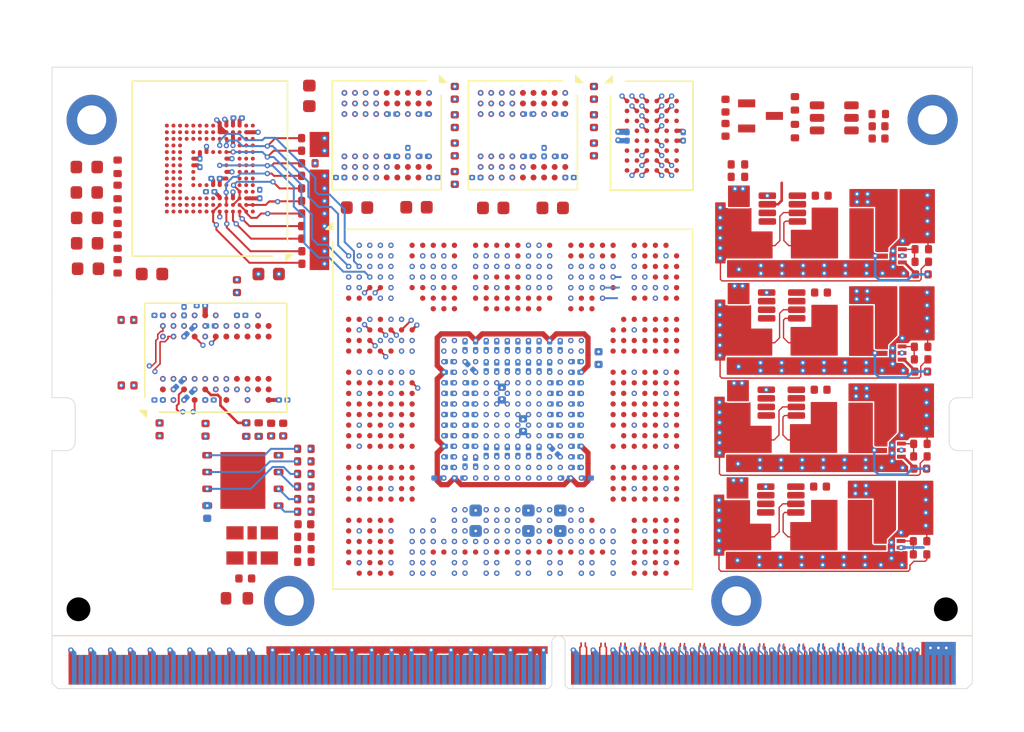
<source format=kicad_pcb>
(kicad_pcb (version 20241229) (generator "pcbnew") (generator_version "9.0")
  (layers (0 "F.Cu" signal) (4 "In1.Cu" power) (6 "In2.Cu" signal) (8 "In3.Cu" power) (10 "In4.Cu" power) (12 "In5.Cu" signal) (14 "In6.Cu" signal) (2 "B.Cu" signal) (13 "F.Paste" user) (15 "B.Paste" user) (5 "F.SilkS" user "F.Silkscreen") (7 "B.SilkS" user "B.Silkscreen") (1 "F.Mask" user) (3 "B.Mask" user) (25 "Edge.Cuts" user))
  (property "Company Name" "ECAP5")
  (property "Part Number" "N/A")
  (property "Project Designation" "ECAP5-BSOM")
  (property "Project Title" "System-On-Module for ECAP5")
  (property "Revision" "1.0")
  (net 0 "")
  (net 1 "+3V3")
  (net 2 "+2V5")
  (net 3 "GND")
  (net 4 "VIN9_15")
  (net 5 "Net-(U4-SW)")
  (net 6 "+1V8")
  (net 7 "+1V1")
  (net 8 "Net-(U5-EN)")
  (net 9 "/FPGA Bank 2/RESET_IN")
  (net 10 "/DDR2/VREF")
  (net 11 "Net-(U12-VDDI)")
  (net 12 "Net-(D1-A)")
  (net 13 "/FPGA Bank 8/DONE")
  (net 14 "/FPGA Bank 8/INITN")
  (net 15 "Net-(D2-A)")
  (net 16 "/FPGA Bank 1/LED0")
  (net 17 "Net-(D3-A)")
  (net 18 "Net-(D4-A)")
  (net 19 "/FPGA Bank 1/LED1")
  (net 20 "Net-(D5-A)")
  (net 21 "/FPGA Bank 2/RTD7P")
  (net 22 "/FPGA Bank 2/SE51")
  (net 23 "/FPGA Bank 2/SE20")
  (net 24 "/FPGA Bank 2/RTD20N")
  (net 25 "/FPGA Bank 2/RD25P")
  (net 26 "/FPGA Bank 2/RTD11P")
  (net 27 "/FPGA Bank 2/SE59")
  (net 28 "/FPGA Bank 2/RTD19N")
  (net 29 "/FPGA Bank 2/RTD26N")
  (net 30 "/FPGA Bank 2/SE10")
  (net 31 "/FPGA Bank 2/SE14")
  (net 32 "/FPGA Bank 2/RD27P")
  (net 33 "/FPGA Bank 2/SE60")
  (net 34 "/FPGA Bank 2/SE49")
  (net 36 "/FPGA Bank 2/RTD3N")
  (net 37 "/FPGA Bank 2/SE31")
  (net 38 "/FPGA Bank 2/RTD13N")
  (net 39 "/FPGA Bank 2/RTD28N")
  (net 40 "/FPGA Bank 2/SE44")
  (net 42 "/FPGA Bank 2/RTD23P")
  (net 43 "/FPGA Bank 2/SE25")
  (net 44 "/FPGA Bank 2/SE42")
  (net 45 "/FPGA Bank 2/RTD2N")
  (net 46 "/FPGA Bank 2/RTD26P")
  (net 47 "/FPGA Bank 2/SE9")
  (net 48 "/FPGA Bank 2/SE4")
  (net 49 "/FPGA Bank 2/RTD30N")
  (net 50 "/FPGA Bank 2/JTAG_TDO")
  (net 51 "/FPGA Bank 2/SE41")
  (net 52 "/FPGA Bank 2/JTAG_TCK")
  (net 53 "/FPGA Bank 2/RTD14P")
  (net 54 "/FPGA Bank 2/SE50")
  (net 55 "/FPGA Bank 2/RD27N")
  (net 56 "/FPGA Bank 2/SE58")
  (net 58 "/FPGA Bank 2/SE47")
  (net 59 "/FPGA Bank 2/RTD14N")
  (net 60 "/FPGA Bank 2/RTD9P")
  (net 61 "/FPGA Bank 2/RTD6P")
  (net 62 "/FPGA Bank 2/SE22")
  (net 63 "/FPGA Bank 2/SE30")
  (net 64 "/FPGA Bank 2/SE52")
  (net 65 "/FPGA Bank 2/RTD8N")
  (net 66 "/FPGA Bank 2/RTD16P")
  (net 67 "/FPGA Bank 2/SE54")
  (net 69 "/FPGA Bank 2/RTD8P")
  (net 70 "/FPGA Bank 2/RTD10N")
  (net 71 "/FPGA Bank 2/SE35")
  (net 72 "/FPGA Bank 2/RTD22P")
  (net 75 "/FPGA Bank 2/SE33")
  (net 76 "/FPGA Bank 2/SE39")
  (net 77 "/FPGA Bank 2/SE38")
  (net 78 "/FPGA Bank 2/RTD1P")
  (net 79 "/FPGA Bank 2/SE43")
  (net 80 "/FPGA Bank 2/RTD2P")
  (net 81 "/FPGA Bank 2/SE8")
  (net 82 "/FPGA Bank 2/RTD4P")
  (net 83 "/FPGA Bank 2/RTD6N")
  (net 84 "/FPGA Bank 2/RD25N")
  (net 85 "/FPGA Bank 2/SE24")
  (net 86 "/FPGA Bank 2/SE55")
  (net 87 "/FPGA Bank 2/SE1")
  (net 88 "/FPGA Bank 2/SE17")
  (net 89 "/FPGA Bank 2/RTD15P")
  (net 90 "/FPGA Bank 2/RTD5N")
  (net 91 "/FPGA Bank 2/SE46")
  (net 92 "/FPGA Bank 2/RTD17P")
  (net 93 "/FPGA Bank 2/RTD18N")
  (net 94 "/FPGA Bank 2/SE56")
  (net 95 "/FPGA Bank 2/RTD21P")
  (net 96 "/FPGA Bank 2/RTD13P")
  (net 97 "/FPGA Bank 2/RTD1N")
  (net 99 "/FPGA Bank 2/RTD20P")
  (net 100 "/FPGA Bank 2/RTD22N")
  (net 101 "/FPGA Bank 2/RTD21N")
  (net 102 "/FPGA Bank 2/SE0")
  (net 103 "/FPGA Bank 2/RTD0P")
  (net 104 "/FPGA Bank 2/SE53")
  (net 107 "/FPGA Bank 2/SE36")
  (net 108 "/FPGA Bank 2/RTD7N")
  (net 109 "/FPGA Bank 2/SE23")
  (net 110 "/FPGA Bank 2/SE48")
  (net 111 "/FPGA Bank 2/RD29N")
  (net 112 "/FPGA Bank 2/RD31P")
  (net 113 "/FPGA Bank 2/SE37")
  (net 115 "/FPGA Bank 2/RTD10P")
  (net 116 "/FPGA Bank 2/SE27")
  (net 117 "/FPGA Bank 2/SE45")
  (net 118 "/FPGA Bank 2/SE34")
  (net 119 "/FPGA Bank 2/SE57")
  (net 120 "/FPGA Bank 2/RTD30P")
  (net 122 "/FPGA Bank 2/SE40")
  (net 123 "/FPGA Bank 2/SE12")
  (net 124 "/FPGA Bank 2/SE28")
  (net 125 "/FPGA Bank 2/RTD16N")
  (net 126 "/FPGA Bank 2/SE16")
  (net 128 "/FPGA Bank 2/RD31N")
  (net 129 "/FPGA Bank 2/RTD24N")
  (net 130 "/FPGA Bank 2/SE26")
  (net 131 "/FPGA Bank 2/RTD3P")
  (net 132 "/FPGA Bank 2/RTD0N")
  (net 133 "/FPGA Bank 2/SE29")
  (net 136 "/FPGA Bank 2/SE21")
  (net 137 "/FPGA Bank 2/SE64")
  (net 139 "/FPGA Bank 2/RTD9N")
  (net 140 "/FPGA Bank 2/SE6")
  (net 142 "/FPGA Bank 2/RTD12N")
  (net 144 "/FPGA Bank 2/SE62")
  (net 145 "/FPGA Bank 2/RTD17N")
  (net 146 "/FPGA Bank 2/SE15")
  (net 147 "/FPGA Bank 2/RTD18P")
  (net 148 "/FPGA Bank 2/RTD28P")
  (net 149 "/FPGA Bank 2/RTD23N")
  (net 150 "/FPGA Bank 2/SE3")
  (net 151 "/FPGA Bank 2/RTD24P")
  (net 153 "/FPGA Bank 2/SE5")
  (net 154 "/FPGA Bank 2/SE2")
  (net 155 "/FPGA Bank 2/RTD5P")
  (net 156 "/FPGA Bank 2/SE61")
  (net 157 "/FPGA Bank 2/SE19")
  (net 158 "/FPGA Bank 2/SE7")
  (net 160 "/FPGA Bank 2/SE66")
  (net 161 "/FPGA Bank 2/RTD15N")
  (net 163 "/FPGA Bank 2/SE32")
  (net 164 "/FPGA Bank 2/SE67")
  (net 165 "/FPGA Bank 2/JTAG_TDI")
  (net 166 "/FPGA Bank 2/RTD19P")
  (net 167 "/FPGA Bank 2/SE18")
  (net 168 "/FPGA Bank 2/SE65")
  (net 169 "/FPGA Bank 2/RTD11N")
  (net 170 "/FPGA Bank 2/SE63")
  (net 171 "/FPGA Bank 2/SE11")
  (net 172 "/FPGA Bank 2/RTD12P")
  (net 173 "/FPGA Bank 2/RTD4N")
  (net 174 "/FPGA Bank 2/JTAG_TMS")
  (net 175 "/FPGA Bank 2/RD29P")
  (net 176 "/FPGA Bank 2/SE13")
  (net 177 "Net-(U3-SW)")
  (net 178 "Net-(U3-FB)")
  (net 179 "/Power/en_1v8")
  (net 180 "/Power/en_2v5")
  (net 181 "/Power/en_1v1")
  (net 182 "/FPGA Bank 8/CFG2")
  (net 183 "/FPGA Bank 8/CFG1")
  (net 184 "/FPGA Bank 8/CFG0")
  (net 185 "/FPGA Bank 8/FLASH.IO0")
  (net 186 "/FPGA Bank 8/FLASH.IO1")
  (net 187 "/FPGA Bank 8/FLASH.IO2")
  (net 188 "/FPGA Bank 8/FLASH.IO3")
  (net 189 "/Flash/~{CS}")
  (net 190 "/Flash/CLK")
  (net 191 "/FPGA Bank 7/DDR2.CK-")
  (net 192 "/FPGA Bank 7/DDR2.CK+")
  (net 197 "/DDR2/DQ2")
  (net 198 "/DDR2/A1")
  (net 199 "/DDR2/A11")
  (net 205 "/FPGA Bank 0/SDRAM.DQ14")
  (net 206 "/FPGA Bank 1/~{WE}")
  (net 207 "/FPGA Bank 0/SDRAM.A8")
  (net 212 "/FPGA Bank 0/SDRAM.DQ15")
  (net 215 "/DDR2/DQ3")
  (net 216 "/FPGA Bank 7/EMMC.CMD")
  (net 217 "/FPGA Bank 0/SDRAM.A9")
  (net 222 "/FPGA Bank 7/EMMC.IO1")
  (net 223 "/FPGA Bank 1/SRAM.IO15")
  (net 224 "/FPGA Bank 7/DDR2.~{CAS}")
  (net 229 "/FPGA Bank 0/SDRAM.A0")
  (net 231 "/FPGA Bank 7/EMMC.~{RST}")
  (net 233 "/DDR2/DQ5")
  (net 235 "/DDR2/BA0")
  (net 236 "/FPGA Bank 1/SRAM.A15")
  (net 237 "/DDR2/A5")
  (net 238 "/FPGA Bank 1/SRAM.IO1")
  (net 239 "/FPGA Bank 1/SRAM.IO14")
  (net 240 "/DDR2/DQ4")
  (net 242 "/FPGA Bank 0/SDRAM.BA1")
  (net 243 "/FPGA Bank 1/SRAM.IO12")
  (net 244 "/FPGA Bank 7/DDR2.ODT")
  (net 245 "/FPGA Bank 1/SRAM.A9")
  (net 246 "/FPGA Bank 0/SDRAM.A11")
  (net 247 "unconnected-(U6C-PT78B-PadD19)")
  (net 248 "/FPGA Bank 1/SRAM.A16")
  (net 249 "/FPGA Bank 1/SRAM.IO5")
  (net 252 "/FPGA Bank 0/SDRAM.A3")
  (net 254 "/DDR2/A6")
  (net 255 "/FPGA Bank 7/EMMC.IO6")
  (net 256 "/FPGA Bank 0/SDRAM.CLK")
  (net 257 "/FPGA Bank 0/SDRAM.DQ4")
  (net 258 "/FPGA Bank 7/EMMC.IO0")
  (net 260 "/FPGA Bank 0/SDRAM.A10")
  (net 261 "/FPGA Bank 1/SRAM.A6")
  (net 262 "/FPGA Bank 7/EMMC.DS")
  (net 263 "/FPGA Bank 7/EMMC.IO5")
  (net 268 "/DDR2/A13")
  (net 276 "/FPGA Bank 1/SRAM.A14")
  (net 277 "/FPGA Bank 1/SRAM.IO11")
  (net 281 "/FPGA Bank 0/SDRAM.DQ13")
  (net 282 "/FPGA Bank 0/SDRAM.BA0")
  (net 283 "/DDR2/A2")
  (net 284 "/DDR2/A10")
  (net 285 "/DDR2/BA1")
  (net 288 "/FPGA Bank 1/SRAM.IO2")
  (net 293 "/FPGA Bank 1/SRAM.IO10")
  (net 294 "/FPGA Bank 0/SDRAM.A6")
  (net 295 "/FPGA Bank 1/SRAM.A11")
  (net 301 "/FPGA Bank 1/SRAM.IO8")
  (net 308 "/DDR2/DQ1")
  (net 309 "/FPGA Bank 1/SRAM.A8")
  (net 311 "/FPGA Bank 0/SDRAM.A12")
  (net 312 "/FPGA Bank 1/SRAM.A4")
  (net 314 "/FPGA Bank 1/SRAM.A10")
  (net 316 "/DDR2/A4")
  (net 323 "/FPGA Bank 0/SDRAM.DQ8")
  (net 324 "/FPGA Bank 1/SRAM.A17")
  (net 325 "/FPGA Bank 0/SDRAM.DQ5")
  (net 327 "/FPGA Bank 7/EMMC.IO4")
  (net 328 "/FPGA Bank 0/SDRAM.DQ9")
  (net 330 "/FPGA Bank 0/SDRAM.A4")
  (net 334 "/FPGA Bank 7/EMMC.IO2")
  (net 336 "/FPGA Bank 1/SRAM.A3")
  (net 340 "/FPGA Bank 1/SRAM.IO9")
  (net 343 "/FPGA Bank 7/DDR2.DQS-")
  (net 347 "/DDR2/A3")
  (net 348 "/FPGA Bank 1/SRAM.IO0")
  (net 349 "/FPGA Bank 1/SRAM.A0")
  (net 353 "/DDR2/A7")
  (net 355 "/DDR2/A12")
  (net 356 "/FPGA Bank 7/EMMC.IO7")
  (net 358 "/FPGA Bank 1/SRAM.IO6")
  (net 360 "/FPGA Bank 0/SDRAM0.~{RAS}")
  (net 361 "/FPGA Bank 0/SDRAM.DQ3")
  (net 363 "/FPGA Bank 0/SDRAM.A1")
  (net 365 "/DDR2/DQ6")
  (net 367 "/FPGA Bank 7/EMMC.IO3")
  (net 368 "/FPGA Bank 0/SDRAM.DQ6")
  (net 370 "/FPGA Bank 0/SDRAM.A2")
  (net 371 "/FPGA Bank 1/SRAM.A2")
  (net 372 "/DDR2/DQ7")
  (net 373 "/FPGA Bank 0/SDRAM.DQ11")
  (net 374 "/FPGA Bank 1/SRAM.IO3")
  (net 375 "/FPGA Bank 0/SDRAM.DQ12")
  (net 376 "/FPGA Bank 0/SDRAM.DQ7")
  (net 377 "/DDR2/A9")
  (net 380 "/DDR2/DQ0")
  (net 385 "/FPGA Bank 0/SDRAM.DQ10")
  (net 386 "/FPGA Bank 1/SRAM.A7")
  (net 390 "/FPGA Bank 1/SRAM.A13")
  (net 392 "/FPGA Bank 1/SRAM.IO7")
  (net 393 "/Clock/CLK_40MHZ")
  (net 395 "/FPGA Bank 0/SDRAM0.CLKE")
  (net 404 "/DDR2/A8")
  (net 405 "/FPGA Bank 0/SDRAM.DQ2")
  (net 406 "/FPGA Bank 0/SDRAM.DQ1")
  (net 407 "/FPGA Bank 1/SRAM.A12")
  (net 410 "/FPGA Bank 7/DDR2.DM")
  (net 411 "/FPGA Bank 1/SRAM.A5")
  (net 412 "/FPGA Bank 1/SRAM.A1")
  (net 413 "/DDR2/A0")
  (net 415 "/FPGA Bank 1/SRAM.IO4")
  (net 416 "/FPGA Bank 0/SDRAM.A5")
  (net 420 "/FPGA Bank 7/DDR2.~{WE}")
  (net 422 "/FPGA Bank 1/SRAM.IO13")
  (net 424 "/FPGA Bank 0/SDRAM.DQ0")
  (net 426 "/FPGA Bank 0/SDRAM.A7")
  (net 440 "Net-(U3-BST)")
  (net 441 "Net-(U4-BST)")
  (net 442 "Net-(U4-FB)")
  (net 447 "unconnected-(U6C-PT85A-PadD20)")
  (net 450 "/FPGA Bank 1/~{UB}")
  (net 451 "/FPGA Bank 1/~{OE}")
  (net 452 "/FPGA Bank 1/~{LB}")
  (net 453 "unconnected-(U6C-PT74A{slash}GR_PCLK1_0-PadD18)")
  (net 463 "/FPGA Bank 0/SDRAM0.DQML")
  (net 464 "/FPGA Bank 0/SDRAM0.~{CAS}")
  (net 465 "/FPGA Bank 0/SDRAM0.DQMH")
  (net 466 "/FPGA Bank 0/SDRAM0.~{WE}")
  (net 470 "/FPGA Bank 7/DDR2.CKE")
  (net 471 "/FPGA Bank 7/DDR2.DQS+")
  (net 472 "/FPGA Bank 7/EMMC.CLK")
  (net 473 "/FPGA Bank 7/DDR2.~{CS}")
  (net 474 "Net-(U2-SW)")
  (net 475 "Net-(U2-BST)")
  (net 476 "Net-(U1-SW)")
  (net 477 "Net-(U1-FB)")
  (net 478 "/FPGA Bank 7/DDR2.~{RAS}")
  (net 479 "Net-(U2-FB)")
  (net 480 "/FPGA Bank 2/RTD0+")
  (net 481 "/FPGA Bank 2/RTD0-")
  (net 482 "/FPGA Bank 1/SRAM.~{CE}")
  (net 483 "/FPGA Bank 0/SDRAM0.~{CS}")
  (net 484 "/FPGA Bank 1/SDRAM1.~{RAS}")
  (net 485 "/FPGA Bank 0/SDRAM.DQ20")
  (net 486 "/FPGA Bank 0/SDRAM.DQ18")
  (net 487 "/FPGA Bank 1/SDRAM1.DQMH")
  (net 488 "/FPGA Bank 0/SDRAM.DQ21")
  (net 489 "/FPGA Bank 0/SDRAM.DQ17")
  (net 490 "/FPGA Bank 1/SDRAM1.CKE")
  (net 491 "/FPGA Bank 0/SDRAM.DQ16")
  (net 492 "/FPGA Bank 0/SDRAM.DQ28")
  (net 493 "/FPGA Bank 0/SDRAM.DQ25")
  (net 495 "/FPGA Bank 0/SDRAM.DQ23")
  (net 496 "/FPGA Bank 0/SDRAM.DQ22")
  (net 497 "/FPGA Bank 1/SDRAM1.~{WE}")
  (net 498 "/FPGA Bank 0/SDRAM.DQ24")
  (net 499 "/FPGA Bank 1/SDRAM1.~{CS}")
  (net 500 "/FPGA Bank 0/SDRAM.DQ19")
  (net 501 "/FPGA Bank 1/SDRAM1.DQML")
  (net 502 "/FPGA Bank 0/SDRAM.DQ27")
  (net 503 "/FPGA Bank 0/SDRAM.DQ31")
  (net 504 "/FPGA Bank 0/SDRAM.DQ26")
  (net 505 "/FPGA Bank 0/SDRAM.DQ30")
  (net 506 "/FPGA Bank 0/SDRAM.DQ29")
  (net 507 "/FPGA Bank 1/SDRAM1.~{CAS}")
  (net 508 "Net-(U18-IN+)")
  (net 509 "Net-(U17-IN+)")
  (net 510 "Net-(U16-IN+)")
  (net 511 "Net-(U14-IN+)")
  (net 512 "+5V")
  (net 513 "/Power/PMON_SCL")
  (net 514 "/Power/PMON_SDA")
  (footprint "Capacitor_SMD:C_0402_1005Metric" (layer "F.Cu") (at 100.92 43.2 180)
    (property "Reference" "C117")
    (property "Value" "0.47u")
  )
  (footprint "LED_SMD:LED_0603_1608Metric" (layer "F.Cu") (at 97.8675 35.4797)
    (property "Reference" "D3")
    (property "Value" "150060GS75000")
  )
  (footprint "Capacitor_SMD:C_0805_2012Metric" (layer "F.Cu") (at 159.25 34.25)
    (property "Reference" "C8")
    (property "Value" "100n")
  )
  (footprint "Resistor_SMD:R_0402_1005Metric" (layer "F.Cu") (at 114.3 56.75)
    (property "Reference" "R18")
    (property "Value" "10k")
  )
  (footprint "Resistor_SMD:R_0402_1005Metric" (layer "F.Cu") (at 114.3 54.845)
    (property "Reference" "R20")
    (property "Value" "10k")
  )
  (footprint "Capacitor_SMD:C_0402_1005Metric" (layer "F.Cu") (at 157.725 28.55 180)
    (property "Reference" "C22")
    (property "Value" "100n")
  )
  (footprint "ECAP5-DPROC:TI_DRL0006A" (layer "F.Cu") (at 158.785 38.35)
    (property "Reference" "U2")
    (property "Value" "TPS562202DRLR")
  )
  (footprint "Capacitor_SMD:C_0402_1005Metric" (layer "F.Cu") (at 100.93 48.15 180)
    (property "Reference" "C116")
    (property "Value" "0.47u")
  )
  (footprint "Resistor_SMD:R_0402_1005Metric" (layer "F.Cu") (at 160.945 46.18 180)
    (property "Reference" "R33")
    (property "Value" "30.9k 1%")
  )
  (footprint "Resistor_SMD:R_0402_1005Metric" (layer "F.Cu") (at 160.89 52.57)
    (property "Reference" "R31")
    (property "Value" "10k 1%")
  )
  (footprint "Capacitor_SMD:C_0805_2012Metric" (layer "F.Cu") (at 159.225 41.55)
    (property "Reference" "C14")
    (property "Value" "100n")
  )
  (footprint "Capacitor_SMD:C_0402_1005Metric" (layer "F.Cu") (at 160.945 47.105)
    (property "Reference" "C15")
    (property "Value" "100n")
  )
  (footprint "ECAP5-DPROC:W25Q128JVP" (layer "F.Cu") (at 109.65 55.335 180)
    (property "Reference" "U8")
    (property "Value" "W25Q128JVPIQ")
  )
  (footprint "Capacitor_SMD:C_0402_1005Metric" (layer "F.Cu") (at 153.345 48.475)
    (property "Reference" "C154")
    (property "Value" "100n")
  )
  (footprint "Package_TO_SOT_SMD:SOT-23-8" (layer "F.Cu") (at 150.3325 56.78 180)
    (property "Reference" "U18")
    (property "Value" "INA219xxDCN")
  )
  (footprint "Resistor_SMD:R_0402_1005Metric" (layer "F.Cu") (at 114.3 52.945)
    (property "Reference" "R17")
    (property "Value" "10k")
  )
  (footprint "Capacitor_SMD:C_0805_2012Metric" (layer "F.Cu") (at 147.175 38.4 -90)
    (property "Reference" "C2")
    (property "Value" "22u")
  )
  (footprint "MountingHole:MountingHole_2.2mm_M2_DIN965_Pad_TopBottom" (layer "F.Cu") (at 113.15 64.45)
    (property "Reference" "H3")
    (property "Value" "MountingHole_Pad")
  )
  (footprint "Resistor_SMD:R_0402_1005Metric" (layer "F.Cu") (at 160.865 59.93)
    (property "Reference" "R7")
    (property "Value" "10k 1%")
  )
  (footprint "Resistor_SMD:R_0402_1005Metric" (layer "F.Cu") (at 114.6 30.4 180)
    (property "Reference" "R40")
    (property "Value" "10k")
  )
  (footprint "LED_SMD:LED_0603_1608Metric" (layer "F.Cu") (at 97.8425 31.6344)
    (property "Reference" "D1")
    (property "Value" "150060GS75000")
  )
  (footprint "Resistor_SMD:R_0402_1005Metric" (layer "F.Cu") (at 100.175 31.615 90)
    (property "Reference" "R16")
    (property "Value" "480")
  )
  (footprint "Resistor_SMD:R_0402_1005Metric" (layer "F.Cu") (at 157.74 27.625)
    (property "Reference" "R11")
    (property "Value" "100k")
  )
  (footprint "Capacitor_SMD:C_0402_1005Metric" (layer "F.Cu") (at 136.2 28.161667 -90)
    (property "Reference" "C141")
    (property "Value" "0.47u")
  )
  (footprint "Capacitor_SMD:C_0402_1005Metric" (layer "F.Cu") (at 136.2 30.303333 -90)
    (property "Reference" "C91")
    (property "Value" "100n")
  )
  (footprint "ECAP5-DPROC:IS42S16160J-_BL" (layer "F.Cu") (at 130.83 29.225 -90)
    (property "Reference" "U13")
    (property "Value" "IS42S16160J-*BL")
  )
  (footprint "Capacitor_SMD:C_0402_1005Metric" (layer "F.Cu") (at 111.7854 51.49 -90)
    (property "Reference" "C121")
    (property "Value" "1u")
  )
  (footprint "Capacitor_SMD:C_0603_1608Metric" (layer "F.Cu") (at 114.675 26.25 -90)
    (property "Reference" "C125")
    (property "Value" "4.7u")
  )
  (footprint "MountingHole:MountingHole_2.2mm_M2_DIN965_Pad_TopBottom" (layer "F.Cu") (at 146.975 64.45)
    (property "Reference" "H4")
    (property "Value" "MountingHole_Pad")
  )
  (footprint "ECAP5-DPROC:XLH335040.000000I" (layer "F.Cu") (at 110.35 60.25)
    (property "Reference" "U7")
    (property "Value" "XLH335040.000000I")
  )
  (footprint "Resistor_SMD:R_1206_3216Metric" (layer "F.Cu") (at 150.4 44.925 180)
    (property "Reference" "R25")
    (property "Value" "39m")
  )
  (footprint "Capacitor_SMD:C_0805_2012Metric" (layer "F.Cu") (at 159.225 43.525)
    (property "Reference" "C13")
    (property "Value" "10u")
  )
  (footprint "Capacitor_SMD:C_0603_1608Metric" (layer "F.Cu") (at 111.6 39.725)
    (property "Reference" "C127")
    (property "Value" "4.7u")
  )
  (footprint "Capacitor_SMD:C_0603_1608Metric" (layer "F.Cu") (at 118.28 34.7)
    (property "Reference" "C146")
    (property "Value" "4.7u")
  )
  (footprint "Capacitor_SMD:C_0402_1005Metric" (layer "F.Cu") (at 153.425 33.8)
    (property "Reference" "C155")
    (property "Value" "100n")
  )
  (footprint "Capacitor_SMD:C_0805_2012Metric" (layer "F.Cu") (at 159.12 56.305)
    (property "Reference" "C5")
    (property "Value" "100n")
  )
  (footprint "Resistor_SMD:R_0603_1608Metric" (layer "F.Cu") (at 109.2 64.25)
    (property "Reference" "R32")
    (property "Value" "4.7k")
  )
  (footprint "ECAP5-DPROC:IS42S16160J-_BL" (layer "F.Cu") (at 120.53 29.225 -90)
    (property "Reference" "U10")
    (property "Value" "IS42S16160J-*BL")
  )
  (footprint "Capacitor_SMD:C_0805_2012Metric" (layer "F.Cu") (at 159.25 36.225)
    (property "Reference" "C6")
    (property "Value" "10u")
  )
  (footprint "Resistor_SMD:R_0402_1005Metric" (layer "F.Cu") (at 151.4 28.915 -90)
    (property "Reference" "R9")
    (property "Value" "100k")
  )
  (footprint "Resistor_SMD:R_0402_1005Metric" (layer "F.Cu") (at 114.625 38.95 180)
    (property "Reference" "R38")
    (property "Value" "10k")
  )
  (footprint "Resistor_SMD:R_0402_1005Metric" (layer "F.Cu") (at 109.9058 51.49 90)
    (property "Reference" "R23")
    (property "Value" "1k 1%")
  )
  (footprint "MountingHole:MountingHole_2.2mm_M2_DIN965_Pad_TopBottom" (layer "F.Cu") (at 161.815 28.0698)
    (property "Reference" "H2")
    (property "Value" "MountingHole_Pad")
  )
  (footprint "Resistor_SMD:R_0402_1005Metric" (layer "F.Cu") (at 114.3 55.8)
    (property "Reference" "R19")
    (property "Value" "10k")
  )
  (footprint "Resistor_SMD:R_0402_1005Metric" (layer "F.Cu") (at 114.605 34.2 180)
    (property "Reference" "R4")
    (property "Value" "10k")
  )
  (footprint "Capacitor_SMD:C_0402_1005Metric" (layer "F.Cu") (at 157.725 29.475)
    (property "Reference" "C23")
    (property "Value" "56n")
  )
  (footprint "Capacitor_SMD:C_0805_2012Metric" (layer "F.Cu") (at 147.125 45.75 -90)
    (property "Reference" "C16")
    (property "Value" "22u")
  )
  (footprint "Resistor_SMD:R_0402_1005Metric" (layer "F.Cu") (at 114.3 59.6)
    (property "Reference" "R14")
    (property "Value" "4.7k")
  )
  (footprint "Resistor_SMD:R_0402_1005Metric" (layer "F.Cu") (at 100.175 37.265 90)
    (property "Reference" "R27")
    (property "Value" "1k")
  )
  (footprint "Capacitor_SMD:C_0805_2012Metric" (layer "F.Cu") (at 159.145 58.28)
    (property "Reference" "C3")
    (property "Value" "10u")
  )
  (footprint "Capacitor_SMD:C_0805_2012Metric" (layer "F.Cu") (at 159.175 50.92)
    (property "Reference" "C9")
    (property "Value" "10u")
  )
  (footprint "Resistor_SMD:R_0402_1005Metric" (layer "F.Cu") (at 114.615 37.05 180)
    (property "Reference" "R2")
    (property "Value" "10k")
  )
  (footprint "Capacitor_SMD:C_0603_1608Metric" (layer "F.Cu") (at 122.78 34.675 180)
    (property "Reference" "C147")
    (property "Value" "4.7u")
  )
  (footprint "Capacitor_SMD:C_0805_2012Metric" (layer "F.Cu") (at 159.175 48.975)
    (property "Reference" "C10")
    (property "Value" "100n")
  )
  (footprint "Resistor_SMD:R_0402_1005Metric" (layer "F.Cu") (at 114.3 61.49)
    (property "Reference" "R13")
    (property "Value" "4.7k")
  )
  (footprint "ECAP5-DPROC:LM3880" (layer "F.Cu") (at 154.375 27.915)
    (property "Reference" "U5")
    (property "Value" "LM3880MF*-1AA")
  )
  (footprint "Capacitor_SMD:C_0805_2012Metric" (layer "F.Cu") (at 147.095 53.1 -90)
    (property "Reference" "C12")
    (property "Value" "22u")
  )
  (footprint "LED_SMD:LED_0603_1608Metric" (layer "F.Cu") (at 97.8425 33.55705)
    (property "Reference" "D2")
    (property "Value" "150060RS75000")
  )
  (footprint "Package_TO_SOT_SMD:SOT-23-8" (layer "F.Cu") (at 150.37 49.45 180)
    (property "Reference" "U16")
    (property "Value" "INA219xxDCN")
  )
  (footprint "Capacitor_SMD:C_0805_2012Metric" (layer "F.Cu") (at 147.175 35 90)
    (property "Reference" "C19")
    (property "Value" "100n")
  )
  (footprint "ECAP5-DPROC:Coilcraft_XAL4020" (layer "F.Cu") (at 155.125 36.675 180)
    (property "Reference" "L2")
    (property "Value" "2.2u")
  )
  (footprint "Resistor_SMD:R_0402_1005Metric" (layer "F.Cu") (at 147.09 31.435)
    (property "Reference" "R45")
    (property "Value" "3.3k")
  )
  (footprint "Capacitor_SMD:C_0603_1608Metric" (layer "F.Cu") (at 128.58 34.725)
    (property "Reference" "C148")
    (property "Value" "4.7u")
  )
  (footprint "Resistor_SMD:R_0402_1005Metric" (layer "F.Cu") (at 160.995 38.8 180)
    (property "Reference" "R6")
    (property "Value" "12.4k 1%")
  )
  (footprint "ECAP5-DPROC:IS43DR86400E" (layer "F.Cu") (at 107.6 46.0518 90)
    (property "Reference" "U11")
    (property "Value" "IS43DR86400E")
  )
  (footprint "Capacitor_SMD:C_0402_1005Metric" (layer "F.Cu") (at 109.83 62.75 180)
    (property "Reference" "C88")
    (property "Value" "10n")
  )
  (footprint "Resistor_SMD:R_0402_1005Metric" (layer "F.Cu") (at 100.175 33.515 90)
    (property "Reference" "R15")
    (property "Value" "1k")
  )
  (footprint "Resistor_SMD:R_0402_1005Metric" (layer "F.Cu") (at 114.3 53.895)
    (property "Reference" "R22")
    (property "Value" "1k")
  )
  (footprint "ECAP5-DPROC:IS61WV25616BLL-_BLI" (layer "F.Cu") (at 140.575 29.2643)
    (property "Reference" "U9")
    (property "Value" "IS61WV25616BLL-*BLI")
  )
  (footprint "Capacitor_SMD:C_0402_1005Metric" (layer "F.Cu") (at 103.35 51.47 -90)
    (property "Reference" "C109")
    (property "Value" "0.47u")
  )
  (footprint "Resistor_SMD:R_0402_1005Metric" (layer "F.Cu") (at 160.89 53.52 180)
    (property "Reference" "R30")
    (property "Value" "21k 1%")
  )
  (footprint "ECAP5-DPROC:TI_DRL0006A" (layer "F.Cu") (at 158.685 60.415)
    (property "Reference" "U1")
    (property "Value" "TPS565242DRDR")
  )
  (footprint "Capacitor_SMD:C_0402_1005Metric" (layer "F.Cu") (at 114.3 58.65)
    (property "Reference" "C87")
    (property "Value" "100n")
  )
  (footprint "Capacitor_SMD:C_0805_2012Metric" (layer "F.Cu") (at 147.095 49.7 90)
    (property "Reference" "C18")
    (property "Value" "100n")
  )
  (footprint "Package_TO_SOT_SMD:SOT-23-8" (layer "F.Cu") (at 150.4 42.1 180)
    (property "Reference" "U14")
    (property "Value" "INA219xxDCN")
  )
  (footprint "ECAP5-DPROC:ASFC4G31M-51BIN" (layer "F.Cu") (at 107.15 31.75 180)
    (property "Reference" "U12")
    (property "Value" "ASFC4G31M-51*")
  )
  (footprint "LED_SMD:LED_0603_1608Metric" (layer "F.Cu") (at 97.9375 39.325 180)
    (property "Reference" "D5")
    (property "Value" "150060GS75000")
  )
  (footprint "Capacitor_SMD:C_0402_1005Metric" (layer "F.Cu") (at 125.675 32.455 -90)
    (property "Reference" "C139")
    (property "Value" "0.47u")
  )
  (footprint "Resistor_SMD:R_0402_1005Metric" (layer "F.Cu") (at 160.865 60.93 180)
    (property "Reference" "R5")
    (property "Value" "8.25k 1%")
  )
  (footprint "Capacitor_SMD:C_0402_1005Metric" (layer "F.Cu") (at 112.6998 51.49 90)
    (property "Reference" "C138")
    (property "Value" "1u")
  )
  (footprint "ECAP5-DPROC:LFE5U-85F-_BG756C" (layer "F.Cu") (at 130.05 49.9518)
    (property "Reference" "U6")
    (property "Value" "LFE5U-85F-*BG756*")
  )
  (footprint "Capacitor_SMD:C_0402_1005Metric" (layer "F.Cu") (at 136.2 26.02 -90)
    (property "Reference" "C140")
    (property "Value" "0.47u")
  )
  (footprint "ECAP5-DPROC:TLV760" (layer "F.Cu") (at 148.8 27.765)
    (property "Reference" "U15")
    (property "Value" "TLV760")
  )
  (footprint "Resistor_SMD:R_0402_1005Metric" (layer "F.Cu") (at 151.4 26.815 -90)
    (property "Reference" "R10")
    (property "Value" "100k")
  )
  (footprint "ECAP5-DPROC:Coilcraft_XAL4030" (layer "F.Cu") (at 155.1 44.025 180)
    (property "Reference" "L4")
    (property "Value" "3.3u")
  )
  (footprint "ECAP5-DPROC:TI_DRL0006A" (layer "F.Cu") (at 158.76 45.7)
    (property "Reference" "U4")
    (property "Value" "TPS562202DRLR")
  )
  (footprint "Capacitor_SMD:C_0402_1005Metric" (layer "F.Cu") (at 125.675 28.161667 -90)
    (property "Reference" "C99")
    (property "Value" "0.47u")
  )
  (footprint "Capacitor_SMD:C_0603_1608Metric" (layer "F.Cu") (at 133.08 34.725 180)
    (property "Reference" "C149")
    (property "Value" "4.7u")
  )
  (footprint "Resistor_SMD:R_0402_1005Metric" (layer "F.Cu") (at 100.175 35.39 90)
    (property "Reference" "R28")
    (property "Value" "1k")
  )
  (footprint "Capacitor_SMD:C_0805_2012Metric" (layer "F.Cu") (at 147.0575 57.055 90)
    (property "Reference" "C7")
    (property "Value" "100n")
  )
  (footprint "ECAP5-DPROC:DDR4_SODIMM_Board" (layer "F.Cu") (at 96.64 69.655)
    (property "Reference" "J13" (hide yes))
    (property "Value" "DDR4_SODIMM_Board")
    (fp_line (start -1.425 -20.575) (end -1.425 -28.575) (stroke (width 0.05)) (layer "Edge.Cuts"))
    (fp_line (start -1.425 -16.575) (end -0.325 -16.575) (stroke (width 0.05)) (layer "Edge.Cuts"))
    (fp_line (start -1.425 1.0008) (end -1.425 -16.575) (stroke (width 0.05)) (layer "Edge.Cuts"))
    (fp_line (start -1.425 1.0008) (end -1.0008 1.425) (stroke (width 0.05)) (layer "Edge.Cuts"))
    (fp_line (start -1.0008 1.425) (end 36.125 1.425) (stroke (width 0.05)) (layer "Edge.Cuts"))
    (fp_line (start -0.325 -20.575) (end -1.425 -20.575) (stroke (width 0.05)) (layer "Edge.Cuts"))
    (fp_line (start 0.325 -17.225) (end 0.325 -19.925) (stroke (width 0.05)) (layer "Edge.Cuts"))
    (fp_line (start 36.125 1.425) (end 36.375 1.175) (stroke (width 0.05)) (layer "Edge.Cuts"))
    (fp_line (start 36.375 1.175) (end 36.375 -2.075) (stroke (width 0.05)) (layer "Edge.Cuts"))
    (fp_line (start 37.375 -2.075) (end 37.375 1.175) (stroke (width 0.05)) (layer "Edge.Cuts"))
    (fp_line (start 37.375 1.175) (end 37.625 1.425) (stroke (width 0.05)) (layer "Edge.Cuts"))
    (fp_line (start 37.625 1.425) (end 67.7508 1.425) (stroke (width 0.05)) (layer "Edge.Cuts"))
    (fp_line (start 66.425 -17.225) (end 66.425 -19.925) (stroke (width 0.05)) (layer "Edge.Cuts"))
    (fp_line (start 67.075 -20.575) (end 68.175 -20.575) (stroke (width 0.05)) (layer "Edge.Cuts"))
    (fp_line (start 68.175 -20.575) (end 68.175 -28.575) (stroke (width 0.05)) (layer "Edge.Cuts"))
    (fp_line (start 68.175 -16.575) (end 67.075 -16.575) (stroke (width 0.05)) (layer "Edge.Cuts"))
    (fp_line (start 68.175 1.0008) (end 67.7508 1.425) (stroke (width 0.05)) (layer "Edge.Cuts"))
    (fp_line (start 68.175 1.0008) (end 68.175 -16.575) (stroke (width 0.05)) (layer "Edge.Cuts"))
    (fp_arc (start -0.325 -20.575) (mid 0.134619 -20.384619) (end 0.325 -19.925) (stroke (width 0.05)) (layer "Edge.Cuts"))
    (fp_arc (start 0.325 -17.225) (mid 0.134619 -16.765381) (end -0.325 -16.575) (stroke (width 0.05)) (layer "Edge.Cuts"))
    (fp_arc (start 36.375 -2.075) (mid 36.875 -2.575) (end 37.375 -2.075) (stroke (width 0.05)) (layer "Edge.Cuts"))
    (fp_arc (start 66.425 -19.925) (mid 66.615381 -20.384619) (end 67.075 -20.575) (stroke (width 0.05)) (layer "Edge.Cuts"))
    (fp_arc (start 67.075 -16.575) (mid 66.615381 -16.765381) (end 66.425 -17.225) (stroke (width 0.05)) (layer "Edge.Cuts"))
  )
  (footprint "Resistor_SMD:R_0402_1005Metric" (layer "F.Cu") (at 160.995 37.85)
    (property "Reference" "R8")
    (property "Value" "10k 1%")
  )
  (footprint "Resistor_SMD:R_0402_1005Metric" (layer "F.Cu") (at 160.945 45.23)
    (property "Reference" "R34")
    (property "Value" "10k 1%")
  )
  (footprint "Package_TO_SOT_SMD:SOT-23-8" (layer "F.Cu") (at 150.45 34.775 180)
    (property "Reference" "U17")
    (property "Value" "INA219xxDCN")
  )
  (footprint "Capacitor_SMD:C_0603_1608Metric" (layer "F.Cu") (at 102.775 39.725 180)
    (property "Reference" "C124")
    (property "Value" "10u")
  )
  (footprint "Capacitor_SMD:C_0402_1005Metric" (layer "F.Cu") (at 153.3 55.8)
    (property "Reference" "C156")
    (property "Value" "100n")
  )
  (footprint "Resistor_SMD:R_0402_1005Metric" (layer "F.Cu") (at 110.8456 51.49 -90)
    (property "Reference" "R24")
    (property "Value" "1k 1%")
  )
  (footprint "Resistor_SMD:R_0402_1005Metric" (layer "F.Cu") (at 100.175 39.14 90)
    (property "Reference" "R29")
    (property "Value" "1k")
  )
  (footprint "Resistor_SMD:R_0402_1005Metric" (layer "F.Cu") (at 114.605 35.15 180)
    (property "Reference" "R35")
    (property "Value" "10k")
  )
  (footprint "Resistor_SMD:R_0402_1005Metric" (layer "F.Cu") (at 114.6 29.45 180)
    (property "Reference" "R39")
    (property "Value" "10k")
  )
  (footprint "ECAP5-DPROC:TI_DRL0006A" (layer "F.Cu") (at 158.71 53.045)
    (property "Reference" "U3")
    (property "Value" "TPS562202DRLR")
  )
  (footprint "Resistor_SMD:R_0402_1005Metric" (layer "F.Cu") (at 114.3 57.7)
    (property "Reference" "R21")
    (property "Value" "10k")
  )
  (footprint "Resistor_SMD:R_1206_3216Metric" (layer "F.Cu") (at 150.3325 59.605 180)
    (property "Reference" "R44")
    (property "Value" "2.2m")
  )
  (footprint "Capacitor_SMD:C_0402_1005Metric" (layer "F.Cu") (at 153.375 41.125)
    (property "Reference" "C153")
    (property "Value" "100n")
  )
  (footprint "Capacitor_SMD:C_0402_1005Metric" (layer "F.Cu") (at 160.875 54.445)
    (property "Reference" "C11")
    (property "Value" "100n")
  )
  (footprint "Capacitor_SMD:C_0402_1005Metric" (layer "F.Cu") (at 125.675 30.303333 -90)
    (property "Reference" "C97")
    (property "Value" "0.47u")
  )
  (footprint "LED_SMD:LED_0603_1608Metric" (layer "F.Cu") (at 97.8675 37.40235)
    (property "Reference" "D4")
    (property "Value" "150060GS75000")
  )
  (footprint "Capacitor_SMD:C_0402_1005Metric" (layer "F.Cu") (at 146.15 26.99 90)
    (property "Reference" "C151")
    (property "Value" "100n")
  )
  (footprint "Resistor_SMD:R_0402_1005Metric" (layer "F.Cu") (at 114.62 38 180)
    (property "Reference" "R3")
    (property "Value" "10k")
  )
  (footprint "MountingHole:MountingHole_2.2mm_M2_DIN965_Pad_TopBottom" (layer "F.Cu") (at 98.215 28.0698)
    (property "Reference" "H1")
    (property "Value" "MountingHole_Pad")
  )
  (footprint "Resistor_SMD:R_0402_1005Metric" (layer "F.Cu") (at 114.6 31.35)
    (property "Reference" "R42")
    (property "Value" "10k")
  )
  (footprint "Capacitor_SMD:C_0402_1005Metric" (layer "F.Cu") (at 109.2 40.645 90)
    (property "Reference" "C110")
    (property "Value" "0.47u")
  )
  (footprint "Resistor_SMD:R_0402_1005Metric" (layer "F.Cu") (at 114.6 32.3 180)
    (property "Reference" "R37")
    (property "Value" "10k")
  )
  (footprint "Resistor_SMD:R_0402_1005Metric" (layer "F.Cu") (at 147.09 32.375)
    (property "Reference" "R46")
    (property "Value" "3.3k")
  )
  (footprint "Capacitor_SMD:C_0402_1005Metric" (layer "F.Cu") (at 106.825 51.505 -90)
    (property "Reference" "C118")
    (property "Value" "0.47u")
  )
  (footprint "Capacitor_SMD:C_0402_1005Metric" (layer "F.Cu") (at 125.675 26.02 -90)
    (property "Reference" "C100")
    (property "Value" "0.47u")
  )
  (footprint "Capacitor_SMD:C_0402_1005Metric" (layer "F.Cu") (at 160.995 39.75)
    (property "Reference" "C4")
    (property "Value" "100n")
  )
  (footprint "Capacitor_SMD:C_0805_2012Metric" (layer "F.Cu") (at 147.0575 60.455 -90)
    (property "Reference" "C1")
    (property "Value" "22u")
  )
  (footprint "Resistor_SMD:R_0402_1005Metric" (layer "F.Cu") (at 114.6 33.25 180)
    (property "Reference" "R36")
    (property "Value" "10k")
  )
  (footprint "Resistor_SMD:R_0402_1005Metric" (layer "F.Cu") (at 114.6 36.1 180)
    (property "Reference" "R1")
    (property "Value" "10k")
  )
  (footprint "Capacitor_SMD:C_0805_2012Metric" (layer "F.Cu") (at 147.125 42.35 90)
    (property "Reference" "C17")
    (property "Value" "100n")
  )
  (footprint "Capacitor_SMD:C_0402_1005Metric" (layer "F.Cu") (at 146.15 28.82 -90)
    (property "Reference" "C93")
    (property "Value" "100n")
  )
  (footprint "Resistor_SMD:R_1206_3216Metric" (layer "F.Cu") (at 150.37 52.275 180)
    (property "Reference" "R41")
    (property "Value" "39m")
  )
  (footprint "ECAP5-DPROC:Coilcraft_XAL4020" (layer "F.Cu") (at 155.02 58.73 180)
    (property "Reference" "L1")
    (property "Value" "1u")
  )
  (footprint "Resistor_SMD:R_1206_3216Metric" (layer "F.Cu") (at 150.45 37.6 180)
    (property "Reference" "R43")
    (property "Value" "22m")
  )
  (footprint "ECAP5-DPROC:Coilcraft_XAL4030" (layer "F.Cu") (at 155.065 51.395 180)
    (property "Reference" "L3")
    (property "Value" "3.3u")
  )
  (footprint "Resistor_SMD:R_0402_1005Metric" (layer "F.Cu") (at 114.3 60.54)
    (property "Reference" "R12")
    (property "Value" "4.7k")
  )
  (footprint "Capacitor_SMD:C_0402_1005Metric" (layer "B.Cu") (at 106.95 57.72 -90)
    (property "Reference" "C89")
    (property "Value" "0.47u")
  )
  (footprint "Capacitor_SMD:C_0201_0603Metric" (layer "B.Cu") (at 131.23 27.625 180)
    (property "Reference" "C144")
    (property "Value" "10n")
  )
  (footprint "Capacitor_SMD:C_0201_0603Metric" (layer "B.Cu") (at 134.85 47.1518 180)
    (property "Reference" "C36")
    (property "Value" "100n")
  )
  (footprint "Capacitor_SMD:C_0201_0603Metric" (layer "B.Cu") (at 134.85 48.7518 180)
    (property "Reference" "C65")
    (property "Value" "0.47u")
  )
  (footprint "Capacitor_SMD:C_0201_0603Metric" (layer "B.Cu") (at 132.05 45.1518 -90)
    (property "Reference" "C58")
    (property "Value" "0.47u")
  )
  (footprint "Capacitor_SMD:C_0201_0603Metric" (layer "B.Cu") (at 129.65 45.1518 -90)
    (property "Reference" "C51")
    (property "Value" "100n")
  )
  (footprint "Capacitor_SMD:C_0201_0603Metric" (layer "B.Cu") (at 123.33 30.825 180)
    (property "Reference" "C102")
    (property "Value" "100n")
  )
  (footprint "Capacitor_SMD:C_0201_0603Metric" (layer "B.Cu") (at 133.605 27.625)
    (property "Reference" "C145")
    (property "Value" "10n")
  )
  (footprint "Capacitor_SMD:C_0201_0603Metric" (layer "B.Cu") (at 107.125 49.2518)
    (property "Reference" "C119")
    (property "Value" "100n")
  )
  (footprint "Capacitor_SMD:C_0201_0603Metric" (layer "B.Cu") (at 135.65 55.1518)
    (property "Reference" "C129")
    (property "Value" "0.47u")
  )
  (footprint "Capacitor_SMD:C_0201_0603Metric" (layer "B.Cu") (at 126.85 47.9518)
    (property "Reference" "C32")
    (property "Value" "470n")
  )
  (footprint "Capacitor_SMD:C_0201_0603Metric" (layer "B.Cu") (at 109.52 42.8518)
    (property "Reference" "C106")
    (property "Value" "100n")
  )
  (footprint "Capacitor_SMD:C_0201_0603Metric" (layer "B.Cu") (at 128.85 45.1518 -90)
    (property "Reference" "C53")
    (property "Value" "0.47u")
  )
  (footprint "Capacitor_SMD:C_0201_0603Metric" (layer "B.Cu") (at 134.85 54.3518 180)
    (property "Reference" "C130")
    (property "Value" "100n")
  )
  (footprint "Capacitor_SMD:C_0201_0603Metric" (layer "B.Cu") (at 106.4 31.32 -90)
    (property "Reference" "C150")
    (property "Value" "10n")
  )
  (footprint "Capacitor_SMD:C_0201_0603Metric" (layer "B.Cu") (at 125.25 48.7518)
    (property "Reference" "C83")
    (property "Value" "0.47u")
  )
  (footprint "Capacitor_SMD:C_0201_0603Metric" (layer "B.Cu") (at 134.355 32.425)
    (property "Reference" "C120")
    (property "Value" "10n")
  )
  (footprint "Capacitor_SMD:C_0201_0603Metric" (layer "B.Cu") (at 133.25 49.5518 180)
    (property "Reference" "C66")
    (property "Value" "10n")
  )
  (footprint "Capacitor_SMD:C_0201_0603Metric" (layer "B.Cu") (at 133.25 53.1518 135)
    (property "Reference" "C26")
    (property "Value" "470n")
  )
  (footprint "Capacitor_SMD:C_0201_0603Metric" (layer "B.Cu") (at 124.45 55.1518 180)
    (property "Reference" "C84")
    (property "Value" "0.47u")
  )
  (footprint "Capacitor_SMD:C_0201_0603Metric" (layer "B.Cu") (at 132.85 45.1518 -90)
    (property "Reference" "C79")
    (property "Value" "470n")
  )
  (footprint "Capacitor_SMD:C_0201_0603Metric" (layer "B.Cu") (at 132.05 46.7518 -90)
    (property "Reference" "C54")
    (property "Value" "10n")
  )
  (footprint "Capacitor_SMD:C_0201_0603Metric" (layer "B.Cu") (at 142.955 29.3193 -90)
    (property "Reference" "C92")
    (property "Value" "10n")
  )
  (footprint "Capacitor_SMD:C_0201_0603Metric" (layer "B.Cu") (at 132.85 46.7518 -90)
    (property "Reference" "C39")
    (property "Value" "100n")
  )
  (footprint "Capacitor_SMD:C_0201_0603Metric" (layer "B.Cu") (at 126.45 45.1518 -90)
    (property "Reference" "C50")
    (property "Value" "100n")
  )
  (footprint "Capacitor_SMD:C_0201_0603Metric" (layer "B.Cu") (at 110.925 33.675 -90)
    (property "Reference" "C128")
    (property "Value" "100n")
  )
  (footprint "Capacitor_SMD:C_0201_0603Metric" (layer "B.Cu") (at 127.305 32.425 180)
    (property "Reference" "C98")
    (property "Value" "10n")
  )
  (footprint "Capacitor_SMD:C_0201_0603Metric" (layer "B.Cu") (at 125.25 46.3518)
    (property "Reference" "C80")
    (property "Value" "100n")
  )
  (footprint "Capacitor_SMD:C_0201_0603Metric" (layer "B.Cu") (at 128.05 46.7518 -90)
    (property "Reference" "C24")
    (property "Value" "470n")
  )
  (footprint "Capacitor_SMD:C_0201_0603Metric" (layer "B.Cu") (at 130.45 53.1518 90)
    (property "Reference" "C28")
    (property "Value" "470n")
  )
  (footprint "Capacitor_SMD:C_0402_1005Metric" (layer "B.Cu") (at 129.2352 48.768 -90)
    (property "Reference" "C137")
    (property "Value" "1u")
  )
  (footprint "Capacitor_SMD:C_0201_0603Metric" (layer "B.Cu") (at 128.85 46.7518 -90)
    (property "Reference" "C48")
    (property "Value" "10n")
  )
  (footprint "Capacitor_SMD:C_0201_0603Metric" (layer "B.Cu") (at 112.6998 49.2518)
    (property "Reference" "C108")
    (property "Value" "100n")
  )
  (footprint "Capacitor_SMD:C_0201_0603Metric" (layer "B.Cu") (at 125.25 50.3518)
    (property "Reference" "C75")
    (property "Value" "100n")
  )
  (footprint "Capacitor_SMD:C_0201_0603Metric" (layer "B.Cu") (at 125.25 53.5518)
    (property "Reference" "C74")
    (property "Value" "100n")
  )
  (footprint "Capacitor_SMD:C_0201_0603Metric" (layer "B.Cu") (at 134.85 47.9518 180)
    (property "Reference" "C64")
    (property "Value" "0.47u")
  )
  (footprint "Capacitor_SMD:C_0201_0603Metric" (layer "B.Cu") (at 125.25 54.3518)
    (property "Reference" "C85")
    (property "Value" "100n")
  )
  (footprint "Capacitor_SMD:C_0201_0603Metric" (layer "B.Cu") (at 124.055 32.425)
    (property "Reference" "C95")
    (property "Value" "10n")
  )
  (footprint "Capacitor_SMD:C_0201_0603Metric" (layer "B.Cu") (at 132.43 30.505 90)
    (property "Reference" "C142")
    (property "Value" "100n")
  )
  (footprint "Capacitor_SMD:C_0201_0603Metric" (layer "B.Cu") (at 134.05 55.1518 180)
    (property "Reference" "C134")
    (property "Value" "100n")
  )
  (footprint "Capacitor_SMD:C_0201_0603Metric" (layer "B.Cu") (at 120.93 30.825)
    (property "Reference" "C96")
    (property "Value" "100n")
  )
  (footprint "Capacitor_SMD:C_0201_0603Metric" (layer "B.Cu") (at 131.25 53.1518 90)
    (property "Reference" "C55")
    (property "Value" "10n")
  )
  (footprint "Capacitor_SMD:C_0201_0603Metric" (layer "B.Cu") (at 125.25 47.1518)
    (property "Reference" "C132")
    (property "Value" "100n")
  )
  (footprint "Capacitor_SMD:C_0201_0603Metric" (layer "B.Cu") (at 130.45 46.7518 -90)
    (property "Reference" "C49")
    (property "Value" "10n")
  )
  (footprint "Capacitor_SMD:C_0201_0603Metric" (layer "B.Cu") (at 133.65 45.1518 -90)
    (property "Reference" "C56")
    (property "Value" "100n")
  )
  (footprint "Capacitor_SMD:C_0603_1608Metric" (layer "B.Cu") (at 133.6548 58.3822 -90)
    (property "Reference" "C34")
    (property "Value" "10u")
  )
  (footprint "Capacitor_SMD:C_0603_1608Metric" (layer "B.Cu") (at 131.2418 58.3816 -90)
    (property "Reference" "C35")
    (property "Value" "10u")
  )
  (footprint "Capacitor_SMD:C_0201_0603Metric" (layer "B.Cu") (at 104.8 48.0518 -135)
    (property "Reference" "C114")
    (property "Value" "100n")
  )
  (footprint "Capacitor_SMD:C_0201_0603Metric" (layer "B.Cu") (at 128.85 53.1518 90)
    (property "Reference" "C44")
    (property "Value" "100n")
  )
  (footprint "Capacitor_SMD:C_0201_0603Metric" (layer "B.Cu") (at 126 55.1518)
    (property "Reference" "C133")
    (property "Value" "100n")
  )
  (footprint "Capacitor_SMD:C_0201_0603Metric" (layer "B.Cu") (at 120.93 27.625 180)
    (property "Reference" "C103")
    (property "Value" "100n")
  )
  (footprint "Capacitor_SMD:C_0201_0603Metric" (layer "B.Cu") (at 122.13 30.505 90)
    (property "Reference" "C101")
    (property "Value" "100n")
  )
  (footprint "Capacitor_SMD:C_0201_0603Metric" (layer "B.Cu") (at 133.63 30.825 180)
    (property "Reference" "C143")
    (property "Value" "10n")
  )
  (footprint "Capacitor_SMD:C_0201_0603Metric" (layer "B.Cu") (at 128.05 45.1518 -90)
    (property "Reference" "C52")
    (property "Value" "0.47u")
  )
  (footprint "Capacitor_SMD:C_0201_0603Metric" (layer "B.Cu") (at 132.05 53.1518 90)
    (property "Reference" "C43")
    (property "Value" "100n")
  )
  (footprint "Capacitor_SMD:C_0201_0603Metric" (layer "B.Cu") (at 109.255 27.925 180)
    (property "Reference" "C152")
    (property "Value" "10n")
  )
  (footprint "Capacitor_SMD:C_0201_0603Metric" (layer "B.Cu") (at 106.4768 42.1132 180)
    (property "Reference" "C105")
    (property "Value" "100n")
  )
  (footprint "Capacitor_SMD:C_0201_0603Metric" (layer "B.Cu") (at 126.85 50.3518)
    (property "Reference" "C73")
    (property "Value" "10n")
  )
  (footprint "Capacitor_SMD:C_0201_0603Metric" (layer "B.Cu") (at 126.85 51.1518)
    (property "Reference" "C29")
    (property "Value" "470n")
  )
  (footprint "Capacitor_SMD:C_0201_0603Metric" (layer "B.Cu") (at 126.85 46.7518 -45)
    (property "Reference" "C45")
    (property "Value" "100n")
  )
  (footprint "Capacitor_SMD:C_0201_0603Metric" (layer "B.Cu") (at 134.85 53.5518 180)
    (property "Reference" "C69")
    (property "Value" "100n")
  )
  (footprint "Capacitor_SMD:C_0201_0603Metric" (layer "B.Cu") (at 131.23 30.825)
    (property "Reference" "C122")
    (property "Value" "100n")
  )
  (footprint "Capacitor_SMD:C_0201_0603Metric" (layer "B.Cu") (at 138.705 29.3193 90)
    (property "Reference" "C90")
    (property "Value" "0.47u")
  )
  (footprint "Capacitor_SMD:C_0201_0603Metric" (layer "B.Cu") (at 125.25 49.5518)
    (property "Reference" "C81")
    (property "Value" "100n")
  )
  (footprint "Capacitor_SMD:C_0201_0603Metric" (layer "B.Cu") (at 130.45 45.1518 -90)
    (property "Reference" "C57")
    (property "Value" "100n")
  )
  (footprint "Capacitor_SMD:C_0201_0603Metric" (layer "B.Cu") (at 125.25 52.7518)
    (property "Reference" "C37")
    (property "Value" "470n")
  )
  (footprint "Capacitor_SMD:C_0201_0603Metric" (layer "B.Cu") (at 134.85 50.3518 180)
    (property "Reference" "C68")
    (property "Value" "100n")
  )
  (footprint "Capacitor_SMD:C_0201_0603Metric" (layer "B.Cu") (at 133.25 47.9518 180)
    (property "Reference" "C30")
    (property "Value" "470n")
  )
  (footprint "Capacitor_SMD:C_0201_0603Metric" (layer "B.Cu") (at 117.005 32.425 180)
    (property "Reference" "C94")
    (property "Value" "10n")
  )
  (footprint "Capacitor_SMD:C_0201_0603Metric" (layer "B.Cu") (at 107.58 32.5 180)
    (property "Reference" "C123")
    (property "Value" "100n")
  )
  (footprint "Capacitor_SMD:C_0201_0603Metric" (layer "B.Cu") (at 128.05 53.1518 90)
    (property "Reference" "C31")
    (property "Value" "470n")
  )
  (footprint "Capacitor_SMD:C_0201_0603Metric" (layer "B.Cu") (at 126.85 49.5518)
    (property "Reference" "C47")
    (property "Value" "100n")
  )
  (footprint "Capacitor_SMD:C_0201_0603Metric" (layer "B.Cu") (at 127.25 45.1518 -90)
    (property "Reference" "C78")
    (property "Value" "470n")
  )
  (footprint "Capacitor_SMD:C_0201_0603Metric" (layer "B.Cu") (at 105.6 44.0518 45)
    (property "Reference" "C111")
    (property "Value" "100n")
  )
  (footprint "Capacitor_SMD:C_0201_0603Metric" (layer "B.Cu") (at 105.2 42.5318 90)
    (property "Reference" "C115")
    (property "Value" "100n")
  )
  (footprint "Capacitor_SMD:C_0201_0603Metric" (layer "B.Cu") (at 134.85 51.9518 180)
    (property "Reference" "C71")
    (property "Value" "0.47u")
  )
  (footprint "Capacitor_SMD:C_0402_1005Metric" (layer "B.Cu") (at 136.55 46.0818 90)
    (property "Reference" "C38")
    (property "Value" "1u")
  )
  (footprint "Capacitor_SMD:C_0201_0603Metric" (layer "B.Cu") (at 125.25 47.9518)
    (property "Reference" "C82")
    (property "Value" "0.47u")
  )
  (footprint "Capacitor_SMD:C_0201_0603Metric" (layer "B.Cu") (at 127.25 53.9518 -90)
    (property "Reference" "C131")
    (property "Value" "100n")
  )
  (footprint "Capacitor_SMD:C_0201_0603Metric" (layer "B.Cu") (at 129.65 46.7518 -90)
    (property "Reference" "C42")
    (property "Value" "100n")
  )
  (footprint "Capacitor_SMD:C_0201_0603Metric" (layer "B.Cu") (at 133.25 50.3518 180)
    (property "Reference" "C25")
    (property "Value" "470n")
  )
  (footprint "Capacitor_SMD:C_0201_0603Metric" (layer "B.Cu") (at 129.65 53.1518 90)
    (property "Reference" "C67")
    (property "Value" "10n")
  )
  (footprint "Capacitor_SMD:C_0201_0603Metric" (layer "B.Cu") (at 134.85 46.3518 180)
    (property "Reference" "C62")
    (property "Value" "100n")
  )
  (footprint "Capacitor_SMD:C_0201_0603Metric" (layer "B.Cu") (at 131.25 45.1518 -90)
    (property "Reference" "C59")
    (property "Value" "0.47u")
  )
  (footprint "Capacitor_SMD:C_0201_0603Metric" (layer "B.Cu") (at 125.25 51.9518)
    (property "Reference" "C77")
    (property "Value" "0.47u")
  )
  (footprint "Capacitor_SMD:C_0201_0603Metric" (layer "B.Cu") (at 134.85 52.7518 180)
    (property "Reference" "C86")
    (property "Value" "470n")
  )
  (footprint "Capacitor_SMD:C_0201_0603Metric" (layer "B.Cu") (at 126.85 51.9518)
    (property "Reference" "C72")
    (property "Value" "10n")
  )
  (footprint "Capacitor_SMD:C_0201_0603Metric" (layer "B.Cu") (at 126.85 52.7518)
    (property "Reference" "C46")
    (property "Value" "100n")
  )
  (footprint "Capacitor_SMD:C_0201_0603Metric" (layer "B.Cu") (at 133.25 48.7518 180)
    (property "Reference" "C40")
    (property "Value" "100n")
  )
  (footprint "Capacitor_SMD:C_0201_0603Metric" (layer "B.Cu") (at 133.25 51.1518 180)
    (property "Reference" "C60")
    (property "Value" "10n")
  )
  (footprint "Capacitor_SMD:C_0603_1608Metric" (layer "B.Cu") (at 127.254 58.3816 -90)
    (property "Reference" "C33")
    (property "Value" "10u")
  )
  (footprint "Capacitor_SMD:C_0201_0603Metric" (layer "B.Cu") (at 126.45 53.9518 -90)
    (property "Reference" "C135")
    (property "Value" "470n")
  )
  (footprint "Capacitor_SMD:C_0201_0603Metric" (layer "B.Cu") (at 123.305 27.625)
    (property "Reference" "C104")
    (property "Value" "100n")
  )
  (footprint "Capacitor_SMD:C_0201_0603Metric" (layer "B.Cu") (at 133.25 51.9518 180)
    (property "Reference" "C41")
    (property "Value" "100n")
  )
  (footprint "Capacitor_SMD:C_0201_0603Metric" (layer "B.Cu") (at 134.85 49.5518 180)
    (property "Reference" "C63")
    (property "Value" "100n")
  )
  (footprint "Capacitor_SMD:C_0201_0603Metric" (layer "B.Cu") (at 126.855 48.7518)
    (property "Reference" "C61")
    (property "Value" "10n")
  )
  (footprint "Capacitor_SMD:C_0201_0603Metric" (layer "B.Cu") (at 105.6 48.8518 45)
    (property "Reference" "C113")
    (property "Value" "100n")
  )
  (footprint "Capacitor_SMD:C_0201_0603Metric" (layer "B.Cu") (at 125.25 51.1518)
    (property "Reference" "C76")
    (property "Value" "0.47u")
  )
  (footprint "Capacitor_SMD:C_0402_1005Metric" (layer "B.Cu") (at 130.8354 51.1556 90)
    (property "Reference" "C136")
    (property "Value" "1u")
  )
  (footprint "Capacitor_SMD:C_0201_0603Metric" (layer "B.Cu") (at 134.85 51.1518 180)
    (property "Reference" "C70")
    (property "Value" "0.47u")
  )
  (footprint "Capacitor_SMD:C_0201_0603Metric" (layer "B.Cu") (at 103.28 42.8518 180)
    (property "Reference" "C112")
    (property "Value" "100n")
  )
  (footprint "Resistor_SMD:R_0201_0603Metric" (layer "B.Cu") (at 107.2 43.65)
    (property "Reference" "R26")
    (property "Value" "100")
  )
  (footprint "Capacitor_SMD:C_0201_0603Metric" (layer "B.Cu") (at 131.25 46.7518 -90)
    (property "Reference" "C27")
    (property "Value" "470n")
  )
  (footprint "Capacitor_SMD:C_0201_0603Metric" (layer "B.Cu") (at 107.175 33.5 180)
    (property "Reference" "C126")
    (property "Value" "100n")
  )
  (footprint "Capacitor_SMD:C_0201_0603Metric" (layer "B.Cu") (at 103.28 49.2518 180)
    (property "Reference" "C107")
    (property "Value" "100n")
  )
  (gr_line (start 164.815 41.08) (end 164.815 24.0798) (stroke (width 0.05)) (layer "Edge.Cuts"))
  (gr_line (start 95.215 41.08) (end 95.215 24.0798) (stroke (width 0.05)) (layer "Edge.Cuts"))
  (gr_line (start 164.815 24.0798) (end 95.215 24.0798) (stroke (width 0.05)) (layer "Edge.Cuts"))
  (segment (start 108.4 32.5) (end 107.9 32.5) (width 0.3) (layer "F.Cu") (net 1))
  (segment (start 142.895 28.8893) (end 142.95 28.9443) (width 0.3) (layer "F.Cu") (net 1))
  (segment (start 149.865 44.925) (end 150.24 44.55) (width 0.1) (layer "F.Cu") (net 1))
  (segment (start 145.74 47.475) (end 145.74 46.2) (width 0.1) (layer "F.Cu") (net 1))
  (segment (start 138.7 29.6393) (end 138.055 29.6393) (width 0.3) (layer "F.Cu") (net 1))
  (segment (start 149.54 44.925) (end 149.865 44.925) (width 0.1) (layer "F.Cu") (net 1))
  (segment (start 150.24 44.55) (end 150.24 42.7) (width 0.1) (layer "F.Cu") (net 1))
  (segment (start 106.4 30.5) (end 106.4 31) (width 0.3) (layer "F.Cu") (net 1))
  (segment (start 160.795 47.595) (end 150.76 47.595) (width 0.1) (layer "F.Cu") (net 1))
  (segment (start 105.9 31) (end 106.4 31) (width 0.3) (layer "F.Cu") (net 1))
  (segment (start 150.515 42.425) (end 151.5025 42.425) (width 0.1) (layer "F.Cu") (net 1))
  (segment (start 160.92 46.695) (end 160.92 47.47) (width 0.1) (layer "F.Cu") (net 1))
  (segment (start 160.92 47.47) (end 160.795 47.595) (width 0.1) (layer "F.Cu") (net 1))
  (segment (start 142.45 28.8893) (end 142.895 28.8893) (width 0.3) (layer "F.Cu") (net 1))
  (segment (start 107.9 33) (end 107.9 32.5) (width 0.3) (layer "F.Cu") (net 1))
  (segment (start 145.86 47.595) (end 145.74 47.475) (width 0.1) (layer "F.Cu") (net 1))
  (segment (start 150.24 42.7) (end 150.515 42.425) (width 0.1) (layer "F.Cu") (net 1))
  (segment (start 161.445 46.17) (end 160.92 46.695) (width 0.1) (layer "F.Cu") (net 1))
  (segment (start 150.76 47.595) (end 145.86 47.595) (width 0.1) (layer "F.Cu") (net 1))
  (via (at 134.03 30.825) (size 0.4) (drill 0.2) (layers "F.Cu" "B.Cu") (net 1))
  (via (at 145.725 45.11) (size 0.45) (drill 0.2) (layers "F.Cu" "B.Cu") (net 1))
  (via (at 124.85 51.1518) (size 0.4) (drill 0.2) (layers "F.Cu" "B.Cu") (net 1))
  (via (at 128.85 44.7518) (size 0.4) (drill 0.2) (layers "F.Cu" "B.Cu") (net 1))
  (via (at 124.85 53.5518) (size 0.4) (drill 0.2) (layers "F.Cu" "B.Cu") (net 1))
  (via (at 129.65 44.7518) (size 0.4) (drill 0.2) (layers "F.Cu" "B.Cu") (net 1))
  (via (at 123.73 30.825) (size 0.4) (drill 0.2) (layers "F.Cu" "B.Cu") (net 1))
  (via (at 135.25 55.1518) (size 0.4) (drill 0.2) (layers "F.Cu" "B.Cu") (net 1))
  (via (at 142.95 28.9443) (size 0.4) (drill 0.2) (layers "F.Cu" "B.Cu") (net 1))
  (via (at 124.85 50.3518) (size 0.4) (drill 0.2) (layers "F.Cu" "B.Cu") (net 1))
  (via (at 128.05 44.7518) (size 0.4) (drill 0.2) (layers "F.Cu" "B.Cu") (net 1))
  (via (at 133.65 44.7518) (size 0.4) (drill 0.2) (layers "F.Cu" "B.Cu") (net 1))
  (via (at 125.675 27.681667) (size 0.4) (drill 0.2) (layers "F.Cu" "B.Cu") (net 1))
  (via (at 131.63 27.625) (size 0.4) (drill 0.2) (layers "F.Cu" "B.Cu") (net 1))
  (via (at 136.2 29.823333) (size 0.4) (drill 0.2) (layers "F.Cu" "B.Cu") (net 1))
  (via (at 124.85 51.9518) (size 0.4) (drill 0.2) (layers "F.Cu" "B.Cu") (net 1))
  (via (at 145.725 45.875) (size 0.45) (drill 0.2) (layers "F.Cu" "B.Cu") (net 1))
  (via (at 120.53 30.825) (size 0.4) (drill 0.2) (layers "F.Cu" "B.Cu") (net 1))
  (via (at 117.325 32.425) (size 0.4) (drill 0.2) (layers "F.Cu" "B.Cu") (net 1))
  (via (at 145.725 42.05) (size 0.45) (drill 0.2) (layers "F.Cu" "B.Cu") (net 1))
  (via (at 114.735 57.7) (size 0.4) (drill 0.2) (layers "F.Cu" "B.Cu") (net 1))
  (via (at 126.45 44.7518) (size 0.4) (drill 0.2) (layers "F.Cu" "B.Cu") (net 1))
  (via (at 114.735 55.8) (size 0.4) (drill 0.2) (layers "F.Cu" "B.Cu") (net 1))
  (via (at 130.45 44.7518) (size 0.4) (drill 0.2) (layers "F.Cu" "B.Cu") (net 1))
  (via (at 136.2 27.681667) (size 0.4) (drill 0.2) (layers "F.Cu" "B.Cu") (net 1))
  (via (at 138.025 29.5843) (size 0.4) (drill 0.2) (layers "F.Cu" "B.Cu") (net 1))
  (via (at 135.25 54.3518) (size 0.4) (drill 0.2) (layers "F.Cu" "B.Cu") (net 1))
  (via (at 121.33 27.625) (size 0.4) (drill 0.2) (layers "F.Cu" "B.Cu") (net 1))
  (via (at 145.725 43.58) (size 0.45) (drill 0.2) (layers "F.Cu" "B.Cu") (net 1))
  (via (at 125.675 25.54) (size 0.4) (drill 0.2) (layers "F.Cu" "B.Cu") (net 1))
  (via (at 123.735 32.425) (size 0.4) (drill 0.2) (layers "F.Cu" "B.Cu") (net 1))
  (via (at 114.735 56.75) (size 0.4) (drill 0.2) (layers "F.Cu" "B.Cu") (net 1))
  (via (at 122.93 27.625) (size 0.4) (drill 0.2) (layers "F.Cu" "B.Cu") (net 1))
  (via (at 124.85 55.1518) (size 0.4) (drill 0.2) (layers "F.Cu" "B.Cu") (net 1))
  (via (at 130.83 30.825) (size 0.4) (drill 0.2) (layers "F.Cu" "B.Cu") (net 1))
  (via (at 124.85 54.3518) (size 0.4) (drill 0.2) (layers "F.Cu" "B.Cu") (net 1))
  (via (at 106.4 31) (size 0.4) (drill 0.2) (layers "F.Cu" "B.Cu") (net 1))
  (via (at 145.725 44.345) (size 0.45) (drill 0.2) (layers "F.Cu" "B.Cu") (net 1))
  (via (at 132.05 44.7518) (size 0.4) (drill 0.2) (layers "F.Cu" "B.Cu") (net 1))
  (via (at 132.43 30.825) (size 0.4) (drill 0.2) (layers "F.Cu" "B.Cu") (net 1))
  (via (at 145.725 42.815) (size 0.45) (drill 0.2) (layers "F.Cu" "B.Cu") (net 1))
  (via (at 134.035 32.425) (size 0.4) (drill 0.2) (layers "F.Cu" "B.Cu") (net 1))
  (via (at 131.25 44.7518) (size 0.4) (drill 0.2) (layers "F.Cu" "B.Cu") (net 1))
  (via (at 125.675 29.823333) (size 0.4) (drill 0.2) (layers "F.Cu" "B.Cu") (net 1))
  (via (at 122.13 30.825) (size 0.4) (drill 0.2) (layers "F.Cu" "B.Cu") (net 1))
  (via (at 127.625 32.425) (size 0.4) (drill 0.2) (layers "F.Cu" "B.Cu") (net 1))
  (via (at 114.735 53.895) (size 0.4) (drill 0.2) (layers "F.Cu" "B.Cu") (net 1))
  (via (at 114.735 52.945) (size 0.4) (drill 0.2) (layers "F.Cu" "B.Cu") (net 1))
  (via (at 133.23 27.625) (size 0.4) (drill 0.2) (layers "F.Cu" "B.Cu") (net 1))
  (via (at 114.735 54.845) (size 0.4) (drill 0.2) (layers "F.Cu" "B.Cu") (net 1))
  (via (at 136.2 25.54) (size 0.4) (drill 0.2) (layers "F.Cu" "B.Cu") (net 1))
  (via (at 125.675 31.975) (size 0.4) (drill 0.2) (layers "F.Cu" "B.Cu") (net 1))
  (via (at 106.95 57.24) (size 0.45) (drill 0.2) (layers "F.Cu" "B.Cu") (net 1))
  (via (at 107.9 32.5) (size 0.4) (drill 0.2) (layers "F.Cu" "B.Cu") (net 1))
  (segment (start 138.005 29.6393) (end 138.705 29.6393) (width 0.4) (layer "B.Cu") (net 1))
  (segment (start 126.749 44.2508) (end 124.642479 44.2508) (width 0.4) (layer "F.Cu") (net 2))
  (segment (start 124.349 53.2528) (end 124.349 55.359321) (width 0.4) (layer "F.Cu") (net 2))
  (segment (start 135.751 45.8508) (end 135.751 44.544279) (width 0.4) (layer "F.Cu") (net 2))
  (segment (start 126.151 55.6528) (end 133.949 55.6528) (width 0.4) (layer "F.Cu") (net 2))
  (segment (start 135.25 47.1518) (end 135.75 46.6518) (width 0.4) (layer "F.Cu") (net 2))
  (segment (start 124.349 47.6528) (end 124.349 52.2508) (width 0.4) (layer "F.Cu") (net 2))
  (segment (start 149.82 52.275) (end 150.195 51.9) (width 0.1) (layer "F.Cu") (net 2))
  (segment (start 124.349 55.359321) (end 124.641479 55.6518) (width 0.4) (layer "F.Cu") (net 2))
  (segment (start 125.65 55.1518) (end 126.151 55.6528) (width 0.4) (layer "F.Cu") (net 2))
  (segment (start 135.75 53.2518) (end 135.75 54.0518) (width 0.4) (layer "F.Cu") (net 2))
  (segment (start 150.47 49.775) (end 151.4575 49.775) (width 0.1) (layer "F.Cu") (net 2))
  (segment (start 135.457521 44.2508) (end 133.351 44.2508) (width 0.4) (layer "F.Cu") (net 2))
  (segment (start 133.949 55.6528) (end 134.45 55.1518) (width 0.4) (layer "F.Cu") (net 2))
  (segment (start 127.751 44.2508) (end 127.25 44.7518) (width 0.4) (layer "F.Cu") (net 2))
  (segment (start 135.75 46.6518) (end 135.75 45.8518) (width 0.4) (layer "F.Cu") (net 2))
  (segment (start 134.951 55.6528) (end 134.45 55.1518) (width 0.4) (layer "F.Cu") (net 2))
  (segment (start 133.351 44.2508) (end 132.85 44.7518) (width 0.4) (layer "F.Cu") (net 2))
  (segment (start 135.75 45.8518) (end 135.751 45.8508) (width 0.4) (layer "F.Cu") (net 2))
  (segment (start 135.457521 55.6528) (end 134.951 55.6528) (width 0.4) (layer "F.Cu") (net 2))
  (segment (start 124.349 46.6508) (end 124.85 47.1518) (width 0.4) (layer "F.Cu") (net 2))
  (segment (start 135.25 52.7518) (end 135.75 53.2518) (width 0.4) (layer "F.Cu") (net 2))
  (segment (start 124.85 52.7518) (end 124.349 53.2528) (width 0.4) (layer "F.Cu") (net 2))
  (segment (start 161.4 53.52) (end 160.875 54.045) (width 0.1) (layer "F.Cu") (net 2))
  (segment (start 145.695 54.825) (end 145.695 53.55) (width 0.1) (layer "F.Cu") (net 2))
  (segment (start 135.751 44.544279) (end 135.457521 44.2508) (width 0.4) (layer "F.Cu") (net 2))
  (segment (start 145.815 54.945) (end 145.695 54.825) (width 0.1) (layer "F.Cu") (net 2))
  (segment (start 149.495 52.275) (end 149.82 52.275) (width 0.1) (layer "F.Cu") (net 2))
  (segment (start 160.875 54.045) (end 160.875 54.82) (width 0.1) (layer "F.Cu") (net 2))
  (segment (start 135.751 54.0528) (end 135.751 55.359321) (width 0.4) (layer "F.Cu") (net 2))
  (segment (start 124.642479 44.2508) (end 124.349 44.544279) (width 0.4) (layer "F.Cu") (net 2))
  (segment (start 150.715 54.945) (end 145.815 54.945) (width 0.1) (layer "F.Cu") (net 2))
  (segment (start 135.751 55.359321) (end 135.457521 55.6528) (width 0.4) (layer "F.Cu") (net 2))
  (segment (start 124.641479 55.6518) (end 125.15 55.6518) (width 0.4) (layer "F.Cu") (net 2))
  (segment (start 124.349 44.544279) (end 124.349 46.6508) (width 0.4) (layer "F.Cu") (net 2))
  (segment (start 124.85 47.1518) (end 124.349 47.6528) (width 0.4) (layer "F.Cu") (net 2))
  (segment (start 132.85 44.7518) (end 132.349 44.2508) (width 0.4) (layer "F.Cu") (net 2))
  (segment (start 124.349 52.2508) (end 124.85 52.7518) (width 0.4) (layer "F.Cu") (net 2))
  (segment (start 160.75 54.945) (end 150.715 54.945) (width 0.1) (layer "F.Cu") (net 2))
  (segment (start 160.875 54.82) (end 160.75 54.945) (width 0.1) (layer "F.Cu") (net 2))
  (segment (start 135.75 54.0518) (end 135.751 54.0528) (width 0.4) (layer "F.Cu") (net 2))
  (segment (start 150.195 50.05) (end 150.47 49.775) (width 0.1) (layer "F.Cu") (net 2))
  (segment (start 125.15 55.6518) (end 125.65 55.1518) (width 0.4) (layer "F.Cu") (net 2))
  (segment (start 150.195 51.9) (end 150.195 50.05) (width 0.1) (layer "F.Cu") (net 2))
  (segment (start 132.349 44.2508) (end 127.751 44.2508) (width 0.4) (layer "F.Cu") (net 2))
  (segment (start 127.25 44.7518) (end 126.749 44.2508) (width 0.4) (layer "F.Cu") (net 2))
  (via (at 135.25 52.7518) (size 0.4) (drill 0.2) (layers "F.Cu" "B.Cu") (net 2))
  (via (at 135.25 51.1518) (size 0.4) (drill 0.2) (layers "F.Cu" "B.Cu") (net 2))
  (via (at 145.695 50.19) (size 0.45) (drill 0.2) (layers "F.Cu" "B.Cu") (net 2))
  (via (at 124.85 52.7518) (size 0.4) (drill 0.2) (layers "F.Cu" "B.Cu") (net 2))
  (via (at 145.695 51.72) (size 0.45) (drill 0.2) (layers "F.Cu" "B.Cu") (net 2))
  (via (at 135.25 49.5518) (size 0.4) (drill 0.2) (layers "F.Cu" "B.Cu") (net 2))
  (via (at 135.25 48.7518) (size 0.4) (drill 0.2) (layers "F.Cu" "B.Cu") (net 2))
  (via (at 134.45 55.1518) (size 0.4) (drill 0.2) (layers "F.Cu" "B.Cu") (net 2))
  (via (at 135.25 46.3518) (size 0.4) (drill 0.2) (layers "F.Cu" "B.Cu") (net 2))
  (via (at 145.695 49.425) (size 0.45) (drill 0.2) (layers "F.Cu" "B.Cu") (net 2))
  (via (at 124.85 47.1518) (size 0.4) (drill 0.2) (layers "F.Cu" "B.Cu") (net 2))
  (via (at 125.65 55.1518) (size 0.4) (drill 0.2) (layers "F.Cu" "B.Cu") (net 2))
  (via (at 136.55 46.5618) (size 0.4) (drill 0.2) (layers "F.Cu" "B.Cu") (net 2))
  (via (at 135.25 53.5518) (size 0.4) (drill 0.2) (layers "F.Cu" "B.Cu") (net 2))
  (via (at 145.695 50.955) (size 0.45) (drill 0.2) (layers "F.Cu" "B.Cu") (net 2))
  (via (at 127.25 44.7518) (size 0.4) (drill 0.2) (layers "F.Cu" "B.Cu") (net 2))
  (via (at 135.25 47.9518) (size 0.4) (drill 0.2) (layers "F.Cu" "B.Cu") (net 2))
  (via (at 145.695 52.485) (size 0.45) (drill 0.2) (layers "F.Cu" "B.Cu") (net 2))
  (via (at 145.695 53.25) (size 0.45) (drill 0.2) (layers "F.Cu" "B.Cu") (net 2))
  (via (at 135.25 47.1518) (size 0.4) (drill 0.2) (layers "F.Cu" "B.Cu") (net 2))
  (via (at 135.25 50.3518) (size 0.4) (drill 0.2) (layers "F.Cu" "B.Cu") (net 2))
  (via (at 132.85 44.7518) (size 0.4) (drill 0.2) (layers "F.Cu" "B.Cu") (net 2))
  (via (at 135.25 51.9518) (size 0.4) (drill 0.2) (layers "F.Cu" "B.Cu") (net 2))
  (segment (start 107.9 28.5) (end 107.9 28.6) (width 0.3) (layer "F.Cu") (net 3))
  (segment (start 130.14 69.655) (end 130.14 68.285) (width 0.35) (layer "F.Cu") (net 3))
  (segment (start 117.64 69.655) (end 117.64 68.285) (width 0.35) (layer "F.Cu") (net 3))
  (segment (start 107.9 28.5) (end 107.9 29) (width 0.3) (layer "F.Cu") (net 3))
  (segment (start 121.64 69.655) (end 121.64 68.285) (width 0.35) (layer "F.Cu") (net 3))
  (segment (start 116.14 69.655) (end 116.14 68.285) (width 0.35) (layer "F.Cu") (net 3))
  (segment (start 128.14 69.655) (end 128.14 68.285) (width 0.35) (layer "F.Cu") (net 3))
  (segment (start 161.375 59.93) (end 161.375 59.295) (width 0.1) (layer "F.Cu") (net 3))
  (segment (start 111.64 69.655) (end 111.64 68.285) (width 0.35) (layer "F.Cu") (net 3))
  (segment (start 96.64 69.655) (end 96.64 68.165) (width 0.35) (layer "F.Cu") (net 3))
  (segment (start 161.44 45.225) (end 161.44 44.59) (width 0.1) (layer "F.Cu") (net 3))
  (segment (start 107.9 28.5) (end 107.9 28.3) (width 0.3) (layer "F.Cu") (net 3))
  (segment (start 120.863 43.9518) (end 121.2596 44.3484) (width 0.2) (layer "F.Cu") (net 3))
  (segment (start 122.14 69.655) (end 122.14 68.285) (width 0.35) (layer "F.Cu") (net 3))
  (segment (start 110.14 69.655) (end 110.14 68.165) (width 0.35) (layer "F.Cu") (net 3))
  (segment (start 158.64 69.655) (end 158.64 68.165) (width 0.35) (layer "F.Cu") (net 3))
  (segment (start 101.14 69.655) (end 101.14 68.165) (width 0.35) (layer "F.Cu") (net 3))
  (segment (start 115.64 69.655) (end 115.64 68.285) (width 0.35) (layer "F.Cu") (net 3))
  (segment (start 112.14 69.655) (end 112.14 68.285) (width 0.35) (layer "F.Cu") (net 3))
  (segment (start 134.64 69.655) (end 134.64 68.165) (width 0.35) (layer "F.Cu") (net 3))
  (segment (start 107.4 33) (end 107.4 32.64) (width 0.3) (layer "F.Cu") (net 3))
  (segment (start 107.9 35) (end 107.9 35.4) (width 0.2) (layer "F.Cu") (net 3))
  (segment (start 108.9 28.5) (end 108.9 27.96) (width 0.3) (layer "F.Cu") (net 3))
  (segment (start 160.14 69.655) (end 160.14 68.165) (width 0.35) (layer "F.Cu") (net 3))
  (segment (start 126.14 69.655) (end 126.14 68.285) (width 0.35) (layer "F.Cu") (net 3))
  (segment (start 118.14 69.655) (end 118.14 68.285) (width 0.35) (layer "F.Cu") (net 3))
  (segment (start 119.64 69.655) (end 119.64 68.285) (width 0.35) (layer "F.Cu") (net 3))
  (segment (start 107.14 69.655) (end 107.14 68.165) (width 0.35) (layer "F.Cu") (net 3))
  (segment (start 140.64 69.655) (end 140.64 68.165) (width 0.35) (layer "F.Cu") (net 3))
  (segment (start 161.395 52.575) (end 161.395 51.94) (width 0.1) (layer "F.Cu") (net 3))
  (segment (start 105.64 69.655) (end 105.64 68.165) (width 0.35) (layer "F.Cu") (net 3))
  (segment (start 108.4 31) (end 108.825 31) (width 0.3) (layer "F.Cu") (net 3))
  (segment (start 105.9 31.5) (end 106.26 31.5) (width 0.3) (layer "F.Cu") (net 3))
  (segment (start 157.14 68.2) (end 157.14 68.165) (width 0.35) (layer "F.Cu") (net 3))
  (segment (start 124.14 69.655) (end 124.14 68.285) (width 0.35) (layer "F.Cu") (net 3))
  (segment (start 108.64 69.655) (end 108.64 68.165) (width 0.35) (layer "F.Cu") (net 3))
  (segment (start 108.9 34) (end 108.9 33.525) (width 0.3) (layer "F.Cu") (net 3))
  (segment (start 143.64 69.655) (end 143.64 68.165) (width 0.35) (layer "F.Cu") (net 3))
  (segment (start 131.64 69.655) (end 131.64 68.285) (width 0.35) (layer "F.Cu") (net 3))
  (segment (start 148.14 69.655) (end 148.14 68.165) (width 0.35) (layer "F.Cu") (net 3))
  (segment (start 108.9 27.96) (end 108.935 27.925) (width 0.3) (layer "F.Cu") (net 3))
  (segment (start 149.64 69.655) (end 149.64 68.165) (width 0.35) (layer "F.Cu") (net 3))
  (segment (start 152.64 69.655) (end 152.64 68.165) (width 0.35) (layer "F.Cu") (net 3))
  (segment (start 154.14 69.655) (end 154.14 68.165) (width 0.35) (layer "F.Cu") (net 3))
  (segment (start 157.14 69.655) (end 157.14 68.2) (width 0.35) (layer "F.Cu") (net 3))
  (segment (start 108.4 32) (end 108.825 32) (width 0.3) (layer "F.Cu") (net 3))
  (segment (start 127.64 69.655) (end 127.64 68.285) (width 0.35) (layer "F.Cu") (net 3))
  (segment (start 120.14 69.655) (end 120.14 68.285) (width 0.35) (layer "F.Cu") (net 3))
  (segment (start 102.64 69.655) (end 102.64 68.165) (width 0.35) (layer "F.Cu") (net 3))
  (segment (start 142.45 29.6393) (end 142.95 29.6393) (width 0.3) (layer "F.Cu") (net 3))
  (segment (start 123.64 69.655) (end 123.64 68.285) (width 0.35) (layer "F.Cu") (net 3))
  (segment (start 146.64 69.655) (end 146.64 68.165) (width 0.35) (layer "F.Cu") (net 3))
  (segment (start 107.9 28.6) (end 108.3 29) (width 0.3) (layer "F.Cu") (net 3))
  (segment (start 108.4 29) (end 107.9 29) (width 0.3) (layer "F.Cu") (net 3))
  (segment (start 139.14 69.655) (end 139.14 68.165) (width 0.35) (layer "F.Cu") (net 3))
  (segment (start 137.64 69.655) (end 137.64 68.165) (width 0.35) (layer "F.Cu") (net 3))
  (segment (start 155.64 69.655) (end 155.64 68.165) (width 0.35) (layer "F.Cu") (net 3))
  (segment (start 114.14 69.655) (end 114.14 68.285) (width 0.35) (layer "F.Cu") (net 3))
  (segment (start 125.64 69.655) (end 125.64 68.285) (width 0.35) (layer "F.Cu") (net 3))
  (segment (start 98.14 69.655) (end 98.14 68.165) (width 0.35) (layer "F.Cu") (net 3))
  (segment (start 161.465 37.875) (end 161.465 37.24) (width 0.1) (layer "F.Cu") (net 3))
  (segment (start 145.14 69.655) (end 145.14 68.165) (width 0.35) (layer "F.Cu") (net 3))
  (segment (start 129.64 69.655) (end 129.64 68.285) (width 0.35) (layer "F.Cu") (net 3))
  (segment (start 138.7 28.8893) (end 138.055 28.8893) (width 0.3) (layer "F.Cu") (net 3))
  (segment (start 160.64 69.655) (end 160.64 68.165) (width 0.35) (layer "F.Cu") (net 3))
  (segment (start 107.4 32.64) (end 107.26 32.5) (width 0.3) (layer "F.Cu") (net 3))
  (segment (start 107.9 28.3) (end 107.675 28.075) (width 0.3) (layer "F.Cu") (net 3))
  (segment (start 151.14 69.655) (end 151.14 68.165) (width 0.35) (layer "F.Cu") (net 3))
  (segment (start 142.14 69.655) (end 142.14 68.165) (width 0.35) (layer "F.Cu") (net 3))
  (segment (start 109.9 29) (end 110.8 29) (width 0.3) (layer "F.Cu") (net 3))
  (segment (start 132.14 69.655) (end 132.14 68.285) (width 0.35) (layer "F.Cu") (net 3))
  (segment (start 99.64 69.655) (end 99.64 68.165) (width 0.35) (layer "F.Cu") (net 3))
  (segment (start 106.26 31.5) (end 106.4 31.64) (width 0.3) (layer "F.Cu") (net 3))
  (segment (start 104.14 69.655) (end 104.14 68.165) (width 0.35) (layer "F.Cu") (net 3))
  (segment (start 136.14 69.655) (end 136.14 68.165) (width 0.35) (layer "F.Cu") (net 3))
  (segment (start 106.9 30.5) (end 106.9 30.075) (width 0.3) (layer "F.Cu") (net 3))
  (segment (start 113.64 69.655) (end 113.64 68.285) (width 0.35) (layer "F.Cu") (net 3))
  (via (at 124.375 32.425) (size 0.4) (drill 0.2) (layers "F.Cu" "B.Cu") (net 3))
  (via (at 130.45 57.5518) (size 0.4) (drill 0.2) (layers "F.Cu" "B.Cu") (net 3))
  (via (at 158.795 45.92) (size 0.45) (drill 0.2) (layers "F.Cu" "B.Cu") (net 3))
  (via (at 141.65 61.5518) (size 0.4) (drill 0.2) (layers "F.Cu" "B.Cu") (net 3))
  (via (at 100.45 43.2) (size 0.4) (drill 0.2) (layers "F.Cu" "B.Cu") (net 3))
  (via (at 106.825 52) (size 0.4) (drill 0.2) (layers "F.Cu" "B.Cu") (net 3))
  (via (at 148.14 68.165) (size 0.4) (drill 0.2) (layers "F.Cu" "B.Cu") (net 3))
  (via (at 126.985 32.425) (size 0.4) (drill 0.2) (layers "F.Cu" "B.Cu") (net 3))
  (via (at 128.05 59.1518) (size 0.4) (drill 0.2) (layers "F.Cu" "B.Cu") (net 3))
  (via (at 133.65 54.3518) (size 0.4) (drill 0.2) (layers "F.Cu" "B.Cu") (net 3))
  (via (at 128.05 62.3518) (size 0.4) (drill 0.2) (layers "F.Cu" "B.Cu") (net 3))
  (via (at 132.85 40.7518) (size 0.4) (drill 0.2) (layers "F.Cu" "B.Cu") (net 3))
  (via (at 136.55 45.6018) (size 0.4) (drill 0.2) (layers "F.Cu" "B.Cu") (net 3))
  (via (at 131.25 59.9518) (size 0.4) (drill 0.2) (layers "F.Cu" "B.Cu") (net 3))
  (via (at 150.3075 61.13) (size 0.45) (drill 0.2) (layers "F.Cu" "B.Cu") (net 3))
  (via (at 161.395 42.095) (size 0.45) (drill 0.2) (layers "F.Cu" "B.Cu") (net 3))
  (via (at 159.475 51.92) (size 0.45) (drill 0.2) (layers "F.Cu" "B.Cu") (net 3))
  (via (at 131.25 52.7518) (size 0.4) (drill 0.2) (layers "F.Cu" "B.Cu") (net 3))
  (via (at 143.64 68.165) (size 0.4) (drill 0.2) (layers "F.Cu" "B.Cu") (net 3))
  (via (at 161.35 48.47) (size 0.45) (drill 0.2) (layers "F.Cu" "B.Cu") (net 3))
  (via (at 122.45 59.9518) (size 0.4) (drill 0.2) (layers "F.Cu" "B.Cu") (net 3))
  (via (at 132.85 58.3518) (size 0.4) (drill 0.2) (layers "F.Cu" "B.Cu") (net 3))
  (via (at 128.85 45.5518) (size 0.4) (drill 0.2) (layers "F.Cu" "B.Cu") (net 3))
  (via (at 127.25 47.1518) (size 0.4) (drill 0.2) (layers "F.Cu" "B.Cu") (net 3))
  (via (at 130.83 27.625) (size 0.4) (drill 0.2) (layers "F.Cu" "B.Cu") (net 3))
  (via (at 109.84 42.8518) (size 0.4) (drill 0.2) (layers "F.Cu" "B.Cu") (net 3))
  (via (at 120.85 55.9518) (size 0.4) (drill 0.2) (layers "F.Cu" "B.Cu") (net 3))
  (via (at 131.25 40.7518) (size 0.4) (drill 0.2) (layers "F.Cu" "B.Cu") (net 3))
  (via (at 102.64 68.165) (size 0.4) (drill 0.2) (layers "F.Cu" "B.Cu") (net 3))
  (via (at 106.8 44.4518) (size 0.4) (drill 0.2) (layers "F.Cu" "B.Cu") (net 3))
  (via (at 155.22 39.07) (size 0.45) (drill 0.2) (layers "F.Cu" "B.Cu") (net 3))
  (via (at 126.45 45.5518) (size 0.4) (drill 0.2) (layers "F.Cu" "B.Cu") (net 3))
  (via (at 127.25 40.7518) (size 0.4) (drill 0.2) (layers "F.Cu" "B.Cu") (net 3))
  (via (at 141.65 55.9518) (size 0.4) (drill 0.2) (layers "F.Cu" "B.Cu") (net 3))
  (via (at 161.395 44.045) (size 0.45) (drill 0.2) (layers "F.Cu" "B.Cu") (net 3))
  (via (at 134.45 51.1518) (size 0.4) (drill 0.2) (layers "F.Cu" "B.Cu") (net 3))
  (via (at 150.3975 46.43) (size 0.45) (drill 0.2) (layers "F.Cu" "B.Cu") (net 3))
  (via (at 134.45 59.9518) (size 0.4) (drill 0.2) (layers "F.Cu" "B.Cu") (net 3))
  (via (at 132.85 48.7518) (size 0.4) (drill 0.2) (layers "F.Cu" "B.Cu") (net 3))
  (via (at 132.85 51.1518) (size 0.4) (drill 0.2) (layers "F.Cu" "B.Cu") (net 3))
  (via (at 117.89 68.165) (size 0.4) (drill 0.2) (layers "F.Cu" "B.Cu") (net 3))
  (via (at 158.75 53.87) (size 0.45) (drill 0.2) (layers "F.Cu" "B.Cu") (net 3))
  (via (at 126.45 57.5518) (size 0.4) (drill 0.2) (layers "F.Cu" "B.Cu") (net 3))
  (via (at 134.45 59.1518) (size 0.4) (drill 0.2) (layers "F.Cu" "B.Cu") (net 3))
  (via (at 120.85 51.1518) (size 0.4) (drill 0.2) (layers "F.Cu" "B.Cu") (net 3))
  (via (at 128.05 55.1518) (size 0.4) (drill 0.2) (layers "F.Cu" "B.Cu") (net 3))
  (via (at 124.05 59.9518) (size 0.4) (drill 0.2) (layers "F.Cu" "B.Cu") (net 3))
  (via (at 130.45 45.5518) (size 0.4) (drill 0.2) (layers "F.Cu" "B.Cu") (net 3))
  (via (at 126.89 68.165) (size 0.4) (drill 0.2) (layers "F.Cu" "B.Cu") (net 3))
  (via (at 125.65 51.9518) (size 0.4) (drill 0.2) (layers "F.Cu" "B.Cu") (net 3))
  (via (at 150.3075 61.73) (size 0.45) (drill 0.2) (layers "F.Cu" "B.Cu") (net 3))
  (via (at 128.05 51.9518) (size 0.4) (drill 0.2) (layers "F.Cu" "B.Cu") (net 3))
  (via (at 125.65 47.1518) (size 0.4) (drill 0.2) (layers "F.Cu" "B.Cu") (net 3))
  (via (at 121.2596 44.3484) (size 0.4) (drill 0.2) (layers "F.Cu" "B.Cu") (net 3))
  (via (at 132.43 30.185) (size 0.4) (drill 0.2) (layers "F.Cu" "B.Cu") (net 3))
  (via (at 130.45 58.3518) (size 0.4) (drill 0.2) (layers "F.Cu" "B.Cu") (net 3))
  (via (at 128.85 51.1518) (size 0.4) (drill 0.2) (layers "F.Cu" "B.Cu") (net 3))
  (via (at 118.45 48.7518) (size 0.4) (drill 0.2) (layers "F.Cu" "B.Cu") (net 3))
  (via (at 151.9525 54.38) (size 0.45) (drill 0.2) (layers "F.Cu" "B.Cu") (net 3))
  (via (at 127.63 26.025) (size 0.4) (drill 0.2) (layers "F.Cu" "B.Cu") (net 3))
  (via (at 106 48.4518) (size 0.4) (drill 0.2) (layers "F.Cu" "B.Cu") (net 3))
  (via (at 123.25 59.9518) (size 0.4) (drill 0.2) (layers "F.Cu" "B.Cu") (net 3))
  (via (at 129.65 48.7518) (size 0.4) (drill 0.2) (layers "F.Cu" "B.Cu") (net 3))
  (via (at 106.9 30.075) (size 0.4) (drill 0.2) (layers "F.Cu" "B.Cu") (net 3))
  (via (at 118.45 55.9518) (size 0.4) (drill 0.2) (layers "F.Cu" "B.Cu") (net 3))
  (via (at 132.05 45.5518) (size 0.4) (drill 0.2) (layers "F.Cu" "B.Cu") (net 3))
  (via (at 132.05 49.5518) (size 0.4) (drill 0.2) (layers "F.Cu" "B.Cu") (net 3))
  (via (at 108.9 33.525) (size 0.4) (drill 0.2) (layers "F.Cu" "B.Cu") (net 3))
  (via (at 122.45 61.5518) (size 0.4) (drill 0.2) (layers "F.Cu" "B.Cu") (net 3))
  (via (at 134.45 48.7518) (size 0.4) (drill 0.2) (layers "F.Cu" "B.Cu") (net 3))
  (via (at 148.8225 39.68) (size 0.45) (drill 0.2) (layers "F.Cu" "B.Cu") (net 3))
  (via (at 123.25 60.7518) (size 0.4) (drill 0.2) (layers "F.Cu" "B.Cu") (net 3))
  (via (at 130.45 50.3518) (size 0.4) (drill 0.2) (layers "F.Cu" "B.Cu") (net 3))
  (via (at 158.7 61.225) (size 0.45) (drill 0.2) (layers "F.Cu" "B.Cu") (net 3))
  (via (at 133.6548 59.1572) (size 0.4) (drill 0.2) (layers "F.Cu" "B.Cu") (net 3))
  (via (at 158.82 38.57) (size 0.45) (drill 0.2) (layers "F.Cu" "B.Cu") (net 3))
  (via (at 161.3 56.8) (size 0.45) (drill 0.2) (layers "F.Cu" "B.Cu") (net 3))
  (via (at 156.7 61.125) (size 0.45) (drill 0.2) (layers "F.Cu" "B.Cu") (net 3))
  (via (at 160.64 68.165) (size 0.4) (drill 0.2) (layers "F.Cu" "B.Cu") (net 3))
  (via (at 108.825 32) (size 0.4) (drill 0.2) (layers "F.Cu" "B.Cu") (net 3))
  (via (at 155.1 61.725) (size 0.45) (drill 0.2) (layers "F.Cu" "B.Cu") (net 3))
  (via (at 112.35 53.43) (size 0.4) (drill 0.2) (layers "F.Cu" "B.Cu") (net 3))
  (via (at 104.4 48.4518) (size 0.4) (drill 0.2) (layers "F.Cu" "B.Cu") (net 3))
  (via (at 110 49.2518) (size 0.4) (drill 0.2) (layers "F.Cu" "B.Cu") (net 3))
  (via (at 132.05 47.1518) (size 0.4) (drill 0.2) (layers "F.Cu" "B.Cu") (net 3))
  (via (at 124.05 62.3518) (size 0.4) (drill 0.2) (layers "F.Cu" "B.Cu") (net 3))
  (via (at 125.65 62.3518) (size 0.4) (drill 0.2) (layers "F.Cu" "B.Cu") (net 3))
  (via (at 125.65 44.7518) (size 0.4) (drill 0.2) (layers "F.Cu" "B.Cu") (net 3))
  (via (at 128.05 52.7518) (size 0.4) (drill 0.2) (layers "F.Cu" "B.Cu") (net 3))
  (via (at 129.65 51.9518) (size 0.4) (drill 0.2) (layers "F.Cu" "B.Cu") (net 3))
  (via (at 128.05 61.5518) (size 0.4) (drill 0.2) (layers "F.Cu" "B.Cu") (net 3))
  (via (at 128.85 55.1518) (size 0.4) (drill 0.2) (layers "F.Cu" "B.Cu") (net 3))
  (via (at 128.85 57.5518) (size 0.4) (drill 0.2) (layers "F.Cu" "B.Cu") (net 3))
  (via (at 127.25 51.9518) (size 0.4) (drill 0.2) (layers "F.Cu" "B.Cu") (net 3))
  (via (at 135.25 58.3518) (size 0.4) (drill 0.2) (layers "F.Cu" "B.Cu") (net 3))
  (via (at 110.8 42.8518) (size 0.4) (drill 0.2) (layers "F.Cu" "B.Cu") (net 3))
  (via (at 132.05 47.9518) (size 0.4) (drill 0.2) (layers "F.Cu" "B.Cu") (net 3))
  (via (at 132.05 59.9518) (size 0.4) (drill 0.2) (layers "F.Cu" "B.Cu") (net 3))
  (via (at 125.65 45.5518) (size 0.4) (drill 0.2) (layers "F.Cu" "B.Cu") (net 3))
  (via (at 136.05 38.3518) (size 0.4) (drill 0.2) (layers "F.Cu" "B.Cu") (net 3))
  (via (at 133.65 59.9518) (size 0.4) (drill 0.2) (layers "F.Cu" "B.Cu") (net 3))
  (via (at 135.25 59.9518) (size 0.4) (drill 0.2) (layers "F.Cu" "B.Cu") (net 3))
  (via (at 134.45 58.3518) (size 0.4) (drill 0.2) (layers "F.Cu" "B.Cu") (net 3))
  (via (at 158.795 45.32) (size 0.45) (drill 0.2) (layers "F.Cu" "B.Cu") (net 3))
  (via (at 129.65 59.9518) (size 0.4) (drill 0.2) (layers "F.Cu" "B.Cu") (net 3))
  (via (at 125.675 30.783333) (size 0.4) (drill 0.2) (layers "F.Cu" "B.Cu") (net 3))
  (via (at 134.45 44.7518) (size 0.4) (drill 0.2) (layers "F.Cu" "B.Cu") (net 3))
  (via (at 159.425 59.275) (size 0.45) (drill 0.2) (layers "F.Cu" "B.Cu") (net 3))
  (via (at 103.35 51.965) (size 0.4) (drill 0.2) (layers "F.Cu" "B.Cu") (net 3))
  (via (at 130.45 61.5518) (size 0.4) (drill 0.2) (layers "F.Cu" "B.Cu") (net 3))
  (via (at 132.85 47.1518) (size 0.4) (drill 0.2) (layers "F.Cu" "B.Cu") (net 3))
  (via (at 131.25 45.5518) (size 0.4) (drill 0.2) (layers "F.Cu" "B.Cu") (net 3))
  (via (at 141.65 59.1518) (size 0.4) (drill 0.2) (layers "F.Cu" "B.Cu") (net 3))
  (via (at 153.62 39.67) (size 0.45) (drill 0.2) (layers "F.Cu" "B.Cu") (net 3))
  (via (at 132.05 59.1518) (size 0.4) (drill 0.2) (layers "F.Cu" "B.Cu") (net 3))
  (via (at 125.65 58.3518) (size 0.4) (drill 0.2) (layers "F.Cu" "B.Cu") (net 3))
  (via (at 134.45 49.5518) (size 0.4) (drill 0.2) (layers "F.Cu" "B.Cu") (net 3))
  (via (at 136.05 62.3518) (size 0.4) (drill 0.2) (layers "F.Cu" "B.Cu") (net 3))
  (via (at 123.25 62.3518) (size 0.4) (drill 0.2) (layers "F.Cu" "B.Cu") (net 3))
  (via (at 132.85 49.5518) (size 0.4) (drill 0.2) (layers "F.Cu" "B.Cu") (net 3))
  (via (at 134.45 53.5518) (size 0.4) (drill 0.2) (layers "F.Cu" "B.Cu") (net 3))
  (via (at 153.5 61.125) (size 0.45) (drill 0.2) (layers "F.Cu" "B.Cu") (net 3))
  (via (at 139.25 38.3518) (size 0.4) (drill 0.2) (layers "F.Cu" "B.Cu") (net 3))
  (via (at 108.935 27.925) (size 0.4) (drill 0.2) (layers "F.Cu" "B.Cu") (net 3))
  (via (at 128.05 57.5518) (size 0.4) (drill 0.2) (layers "F.Cu" "B.Cu") (net 3))
  (via (at 142.95 29.6393) (size 0.4) (drill 0.2) (layers "F.Cu" "B.Cu") (net 3))
  (via (at 160.14 68.165) (size 0.4) (drill 0.2) (layers "F.Cu" "B.Cu") (net 3))
  (via (at 147.3575 55.325) (size 0.45) (drill 0.2) (layers "F.Cu" "B.Cu") (net 3))
  (via (at 137.65 59.9518) (size 0.4) (drill 0.2) (layers "F.Cu" "B.Cu") (net 3))
  (via (at 147.395 47.975) (size 0.45) (drill 0.2) (layers "F.Cu" "B.Cu") (net 3))
  (via (at 152.0225 39.08) (size 0.45) (drill 0.2) (layers "F.Cu" "B.Cu") (net 3))
  (via (at 158.82 39.17) (size 0.45) (drill 0.2) (layers "F.Cu" "B.Cu") (net 3))
  (via (at 125.65 49.5518) (size 0.4) (drill 0.2) (layers "F.Cu" "B.Cu") (net 3))
  (via (at 120.53 27.625) (size 0.4) (drill 0.2) (layers "F.Cu" "B.Cu") (net 3))
  (via (at 128.85 50.3518) (size 0.4) (drill 0.2) (layers "F.Cu" "B.Cu") (net 3))
  (via (at 129.89 68.165) (size 0.4) (drill 0.2) (layers "F.Cu" "B.Cu") (net 3))
  (via (at 129.65 49.5518) (size 0.4) (drill 0.2) (layers "F.Cu" "B.Cu") (net 3))
  (via (at 161.395 43.07) (size 0.45) (drill 0.2) (layers "F.Cu" "B.Cu") (net 3))
  (via (at 133.65 55.1518) (size 0.4) (drill 0.2) (layers "F.Cu" "B.Cu") (net 3))
  (via (at 159.5 61.725) (size 0.45) (drill 0.2) (layers "F.Cu" "B.Cu") (net 3))
  (via (at 125.65 59.9518) (size 0.4) (drill 0.2) (layers "F.Cu" "B.Cu") (net 3))
  (via (at 158.75 53.27) (size 0.45) (drill 0.2) (layers "F.Cu" "B.Cu") (net 3))
  (via (at 133.23 30.825) (size 0.4) (drill 0.2) (layers "F.Cu" "B.Cu") (net 3))
  (via (at 128.05 45.5518) (size 0.4) (drill 0.2) (layers "F.Cu" "B.Cu") (net 3))
  (via (at 105.2 42.2118) (size 0.4) (drill 0.2) (layers "F.Cu" "B.Cu") (net 3))
  (via (at 140.05 59.1518) (size 0.4) (drill 0.2) (layers "F.Cu" "B.Cu") (net 3))
  (via (at 153.595 46.42) (size 0.45) (drill 0.2) (layers "F.Cu" "B.Cu") (net 3))
  (via (at 132.85 47.9518) (size 0.4) (drill 0.2) (layers "F.Cu" "B.Cu") (net 3))
  (via (at 131.63 30.825) (size 0.4) (drill 0.2) (layers "F.Cu" "B.Cu") (net 3))
  (via (at 103.6 47.6518) (size 0.4) (drill 0.2) (layers "F.Cu" "B.Cu") (net 3))
  (via (at 130.45 49.5518) (size 0.4) (drill 0.2) (layers "F.Cu" "B.Cu") (net 3))
  (via (at 148.8225 39.08) (size 0.45) (drill 0.2) (layers "F.Cu" "B.Cu") (net 3))
  (via (at 155.1 61.125) (size 0.45) (drill 0.2) (layers "F.Cu" "B.Cu") (net 3))
  (via (at 104.14 68.165) (size 0.4) (drill 0.2) (layers "F.Cu" "B.Cu") (net 3))
  (via (at 156.795 47.02) (size 0.45) (drill 0.2) (layers "F.Cu" "B.Cu") (net 3))
  (via (at 146.865 33.275) (size 0.45) (drill 0.2) (layers "F.Cu" "B.Cu") (net 3))
  (via (at 140.05 61.5518) (size 0.4) (drill 0.2) (layers "F.Cu" "B.Cu") (net 3))
  (via (at 153.55 53.77) (size 0.45) (drill 0.2) (layers "F.Cu" "B.Cu") (net 3))
  (via (at 135.25 62.3518) (size 0.4) (drill 0.2) (layers "F.Cu" "B.Cu") (net 3))
  (via (at 136.85 59.1518) (size 0.4) (drill 0.2) (layers "F.Cu" "B.Cu") (net 3))
  (via (at 102.96 42.8518) (size 0.4) (drill 0.2) (layers "F.Cu" "B.Cu") (net 3))
  (via (at 152.0225 39.68) (size 0.45) (drill 0.2) (layers "F.Cu" "B.Cu") (net 3))
  (via (at 161.35 51.395) (size 0.45) (drill 0.2) (layers "F.Cu" "B.Cu") (net 3))
  (via (at 133.65 61.5518) (size 0.4) (drill 0.2) (layers "F.Cu" "B.Cu") (net 3))
  (via (at 129.65 55.1518) (size 0.4) (drill 0.2) (layers "F.Cu" "B.Cu") (net 3))
  (via (at 128.05 48.7518) (size 0.4) (drill 0.2) (layers "F.Cu" "B.Cu") (net 3))
  (via (at 134.675 32.425) (size 0.4) (drill 0.2) (layers "F.Cu" "B.Cu") (net 3))
  (via (at 136.05 40.7518) (size 0.4) (drill 0.2) (layers "F.Cu" "B.Cu") (net 3))
  (via (at 129.65 45.5518) (size 0.4) (drill 0.2) (layers "F.Cu" "B.Cu") (net 3))
  (via (at 108.825 31) (size 0.4) (drill 0.2) (layers "F.Cu" "B.Cu") (net 3))
  (via (at 135.25 57.5518) (size 0.4) (drill 0.2) (layers "F.Cu" "B.Cu") (net 3))
  (via (at 126.45 61.5518) (size 0.4) (drill 0.2) (layers "F.Cu" "B.Cu") (net 3))
  (via (at 125.65 59.1518) (size 0.4) (drill 0.2) (layers "F.Cu" "B.Cu") (net 3))
  (via (at 127.25 51.1518) (size 0.4) (drill 0.2) (layers "F.Cu" "B.Cu") (net 3))
  (via (at 125.65 60.7518) (size 0.4) (drill 0.2) (layers "F.Cu" "B.Cu") (net 3))
  (via (at 147.14 46.725) (size 0.45) (drill 0.2) (layers "F.Cu" "B.Cu") (net 3))
  (via (at 130.45 55.1518) (size 0.4) (drill 0.2) (layers "F.Cu" "B.Cu") (net 3))
  (via (at 148.7975 47.03) (size 0.45) (drill 0.2) (layers "F.Cu" "B.Cu") (net 3))
  (via (at 124.05 58.3518) (size 0.4) (drill 0.2) (layers "F.Cu" "B.Cu") (net 3))
  (via (at 161.3 55.825) (size 0.45) (drill 0.2) (layers "F.Cu" "B.Cu") (net 3))
  (via (at 132.85 60.7518) (size 0.4) (drill 0.2) (layers "F.Cu" "B.Cu") (net 3))
  (via (at 130.45 54.3518) (size 0.4) (drill 0.2) (layers "F.Cu" "B.Cu") (net 3))
  (via (at 139.25 40.7518) (size 0.4) (drill 0.2) (layers "F.Cu" "B.Cu") (net 3))
  (via (at 158.75 52.67) (size 0.45) (drill 0.2) (layers "F.Cu" "B.Cu") (net 3))
  (via (at 121.33 30.825) (size 0.4) (drill 0.2) (layers "F.Cu" "B.Cu") (net 3))
  (via (at 113.03 49.2518) (size 0.4) (drill 0.2) (layers "F.Cu" "B.Cu") (net 3))
  (via (at 151.9975 46.43) (size 0.45) (drill 0.2) (layers "F.Cu" "B.Cu") (net 3))
  (via (at 129.65 54.3518) (size 0.4) (drill 0.2) (layers "F.Cu" "B.Cu") (net 3))
  (via (at 131.2418 59.1566) (size 0.4) (drill 0.2) (layers "F.Cu" "B.Cu") (net 3))
  (via (at 147.44 40.625) (size 0.45) (drill 0.2) (layers "F.Cu" "B.Cu") (net 3))
  (via (at 118.45 40.7518) (size 0.4) (drill 0.2) (layers "F.Cu" "B.Cu") (net 3))
  (via (at 135.25 45.5518) (size 0.4) (drill 0.2) (layers "F.Cu" "B.Cu") (net 3))
  (via (at 131.25 38.3518) (size 0.4) (drill 0.2) (layers "F.Cu" "B.Cu") (net 3))
  (via (at 150.4225 39.68) (size 0.45) (drill 0.2) (layers "F.Cu" "B.Cu") (net 3))
  (via (at 129.65 47.9518) (size 0.4) (drill 0.2) (layers "F.Cu" "B.Cu") (net 3))
  (via (at 137.65 61.5518) (size 0.4) (drill 0.2) (layers "F.Cu" "B.Cu") (net 3))
  (via (at 128.05 51.1518) (size 0.4) (drill 0.2) (layers "F.Cu" "B.Cu") (net 3))
  (via (at 108.64 68.165) (size 0.4) (drill 0.2) (layers "F.Cu" "B.Cu") (net 3))
  (via (at 132.85 51.9518) (size 0.4) (drill 0.2) (layers "F.Cu" "B.Cu") (net 3))
  (via (at 142.14 68.165) (size 0.4) (drill 0.2) (layers "F.Cu" "B.Cu") (net 3))
  (via (at 106.8 47.6518) (size 0.4) (drill 0.2) (layers "F.Cu" "B.Cu") (net 3))
  (via (at 159.595 47.02) (size 0.45) (drill 0.2) (layers "F.Cu" "B.Cu") (net 3))
  (via (at 125.65 57.5518) (size 0.4) (drill 0.2) (layers "F.Cu" "B.Cu") (net 3))
  (via (at 120.85 38.3518) (size 0.4) (drill 0.2) (layers "F.Cu" "B.Cu") (net 3))
  (via (at 137.65 60.7518) (size 0.4) (drill 0.2) (layers "F.Cu" "B.Cu") (net 3))
  (via (at 131.25 54.3518) (size 0.4) (drill 0.2) (layers "F.Cu" "B.Cu") (net 3))
  (via (at 127.25 38.3518) (size 0.4) (drill 0.2) (layers "F.Cu" "B.Cu") (net 3))
  (via (at 106.855 33.5) (size 0.4) (drill 0.2) (layers "F.Cu" "B.Cu") (net 3))
  (via (at 157.14 68.165) (size 0.4) (drill 0.2) (layers "F.Cu" "B.Cu") (net 3))
  (via (at 128.05 60.7518) (size 0.4) (drill 0.2) (layers "F.Cu" "B.Cu") (net 3))
  (via (at 155.15 54.37) (size 0.45) (drill 0.2) (layers "F.Cu" "B.Cu") (net 3))
  (via (at 126.45 54.3518) (size 0.4) (drill 0.2) (layers "F.Cu" "B.Cu") (net 3))
  (via (at 159.52 44.57) (size 0.45) (drill 0.2) (layers "F.Cu" "B.Cu") (net 3))
  (via (at 122.13 27.625) (size 0.4) (drill 0.2) (layers "F.Cu" "B.Cu") (net 3))
  (via (at 151.9525 53.78) (size 0.45) (drill 0.2) (layers "F.Cu" "B.Cu") (net 3))
  (via (at 147.0575 61.38) (size 0.45) (drill 0.2) (layers "F.Cu" "B.Cu") (net 3))
  (via (at 132.39 68.165) (size 0.4) (drill 0.2) (layers "F.Cu" "B.Cu") (net 3))
  (via (at 128.85 59.1518) (size 0.4) (drill 0.2) (layers "F.Cu" "B.Cu") (net 3))
  (via (at 118.45 43.9518) (size 0.4) (drill 0.2) (layers "F.Cu" "B.Cu") (net 3))
  (via (at 150.3525 53.78) (size 0.45) (drill 0.2) (layers "F.Cu" "B.Cu") (net 3))
  (via (at 132.85 62.3518) (size 0.4) (drill 0.2) (layers "F.Cu" "B.Cu") (net 3))
  (via (at 128.85 62.3518) (size 0.4) (drill 0.2) (layers "F.Cu" "B.Cu") (net 3))
  (via (at 126.45 62.3518) (size 0.4) (drill 0.2) (layers "F.Cu" "B.Cu") (net 3))
  (via (at 135.25 61.5518) (size 0.4) (drill 0.2) (layers "F.Cu" "B.Cu") (net 3))
  (via (at 137.65 59.1518) (size 0.4) (drill 0.2) (layers "F.Cu" "B.Cu") (net 3))
  (via (at 131.39 68.165) (size 0.4) (drill 0.2) (layers "F.Cu" "B.Cu") (net 3))
  (via (at 124.05 59.1518) (size 0.4) (drill 0.2) (layers "F.Cu" "B.Cu") (net 3))
  (via (at 156.75 54.37) (size 0.45) (drill 0.2) (layers "F.Cu" "B.Cu") (net 3))
  (via (at 157.9 61.725) (size 0.45) (drill 0.2) (layers "F.Cu" "B.Cu") (net 3))
  (via (at 150.4225 39.08) (size 0.45) (drill 0.2) (layers "F.Cu" "B.Cu") (net 3))
  (via (at 159.62 39.67) (size 0.45) (drill 0.2) (layers "F.Cu" "B.Cu") (net 3))
  (via (at 139.25 55.9518) (size 0.4) (drill 0.2) (layers "F.Cu" "B.Cu") (net 3))
  (via (at 159.55 54.37) (size 0.45) (drill 0.2) (layers "F.Cu" "B.Cu") (net 3))
  (via (at 128.85 58.3518) (size 0.4) (drill 0.2) (layers "F.Cu" "B.Cu") (net 3))
  (via (at 120.85 48.7518) (size 0.4) (drill 0.2) (layers "F.Cu" "B.Cu") (net 3))
  (via (at 141.65 38.3518) (size 0.4) (drill 0.2) (layers "F.Cu" "B.Cu") (net 3))
  (via (at 126.45 59.9518) (size 0.4) (drill 0.2) (layers "F.Cu" "B.Cu") (net 3))
  (via (at 104.4 43.6518) (size 0.4) (drill 0.2) (layers "F.Cu" "B.Cu") (net 3))
  (via (at 125.65 47.9518) (size 0.4) (drill 0.2) (layers "F.Cu" "B.Cu") (net 3))
  (via (at 130.45 52.7518) (size 0.4) (drill 0.2) (layers "F.Cu" "B.Cu") (net 3))
  (via (at 129.65 51.1518) (size 0.4) (drill 0.2) (layers "F.Cu" "B.Cu") (net 3))
  (via (at 125.39 68.165) (size 0.4) (drill 0.2) (layers "F.Cu" "B.Cu") (net 3))
  (via (at 125.675 32.935) (size 0.4) (drill 0.2) (layers "F.Cu" "B.Cu") (net 3))
  (via (at 133.65 62.3518) (size 0.4) (drill 0.2) (layers "F.Cu" "B.Cu") (net 3))
  (via (at 128.85 52.7518) (size 0.4) (drill 0.2) (layers "F.Cu" "B.Cu") (net 3))
  (via (at 138.025 28.9443) (size 0.4) (drill 0.2) (layers "F.Cu" "B.Cu") (net 3))
  (via (at 126.45 59.1518) (size 0.4) (drill 0.2) (layers "F.Cu" "B.Cu") (net 3))
  (via (at 141.65 51.1518) (size 0.4) (drill 0.2) (layers "F.Cu" "B.Cu") (net 3))
  (via (at 122.45 59.1518) (size 0.4) (drill 0.2) (layers "F.Cu" "B.Cu") (net 3))
  (via (at 119.39 68.165) (size 0.4) (drill 0.2) (layers "F.Cu" "B.Cu") (net 3))
  (via (at 128.05 47.1518) (size 0.4) (drill 0.2) (layers "F.Cu" "B.Cu") (net 3))
  (via (at 155.195 46.42) (size 0.45) (drill 0.2) (layers "F.Cu" "B.Cu") (net 3))
  (via (at 146.7575 55.325) (size 0.45) (drill 0.2) (layers "F.Cu" "B.Cu") (net 3))
  (via (at 151.9075 61.13) (size 0.45) (drill 0.2) (layers "F.Cu" "B.Cu") (net 3))
  (via (at 159.545 37.22) (size 0.45) (drill 0.2) (layers "F.Cu" "B.Cu") (net 3))
  (via (at 132.05 57.5518) (size 0.4) (drill 0.2) (layers "F.Cu" "B.Cu") (net 3))
  (via (at 141.65 47.1518) (size 0.4) (drill 0.2) (layers "F.Cu" "B.Cu") (net 3))
  (via (at 125.65 52.7518) (size 0.4) (drill 0.2) (layers "F.Cu" "B.Cu") (net 3))
  (via (at 158.7 60.025) (size 0.45) (drill 0.2) (layers "F.Cu" "B.Cu") (net 3))
  (via (at 132.85 45.5518) (size 0.4) (drill 0.2) (layers "F.Cu" "B.Cu") (net 3))
  (via (at 136.14 68.165) (size 0.4) (drill 0.2) (layers "F.Cu" "B.Cu") (net 3))
  (via (at 131.25 55.1518) (size 0.4) (drill 0.2) (layers "F.Cu" "B.Cu") (net 3))
  (via (at 132.85 50.3518) (size 0.4) (drill 0.2) (layers "F.Cu" "B.Cu") (net 3))
  (via (at 128.05 47.9518) (size 0.4) (drill 0.2) (layers "F.Cu" "B.Cu") (net 3))
  (via (at 134.45 45.5518) (size 0.4) (drill 0.2) (layers "F.Cu" "B.Cu") (net 3))
  (via (at 149.64 68.165) (size 0.4) (drill 0.2) (layers "F.Cu" "B.Cu") (net 3))
  (via (at 102.96 49.2518) (size 0.4) (drill 0.2) (layers "F.Cu" "B.Cu") (net 3))
  (via (at 107.14 68.165) (size 0.4) (drill 0.2) (layers "F.Cu" "B.Cu") (net 3))
  (via (at 157.995 47.02) (size 0.45) (drill 0.2) (layers "F.Cu" "B.Cu") (net 3))
  (via (at 134.45 51.9518) (size 0.4) (drill 0.2) (layers "F.Cu" "B.Cu") (net 3))
  (via (at 114.89 68.165) (size 0.4) (drill 0.2) (layers "F.Cu" "B.Cu") (net 3))
  (via (at 107.445 49.2518) (size 0.4) (drill 0.2) (layers "F.Cu" "B.Cu") (net 3))
  (via (at 120.85 40.7518) (size 0.4) (drill 0.2) (layers "F.Cu" "B.Cu") (net 3))
  (via (at 127.25 48.7518) (size 0.4) (drill 0.2) (layers "F.Cu" "B.Cu") (net 3))
  (via (at 107.9 35.4) (size 0.4) (drill 0.2) (layers "F.Cu" "B.Cu") (net 3))
  (via (at 147.095 54.075) (size 0.45) (drill 0.2) (layers "F.Cu" "B.Cu") (net 3))
  (via (at 128.05 59.9518) (size 0.4) (drill 0.2) (layers "F.Cu" "B.Cu") (net 3))
  (via (at 156.75 53.77) (size 0.45) (drill 0.2) (layers "F.Cu" "B.Cu") (net 3))
  (via (at 129.2352 49.1744) (size 0.4) (drill 0.2) (layers "F.Cu" "B.Cu") (net 3))
  (via (at 127.25 49.5518) (size 0.4) (drill 0.2) (layers "F.Cu" "B.Cu") (net 3))
  (via (at 130.45 47.1518) (size 0.4) (drill 0.2) (layers "F.Cu" "B.Cu") (net 3))
  (via (at 128.85 49.5518) (size 0.4) (drill 0.2) (layers "F.Cu" "B.Cu") (net 3))
  (via (at 107.675 28.075) (size 0.4) (drill 0.2) (layers "F.Cu" "B.Cu") (net 3))
  (via (at 146.84 40.625) (size 0.45) (drill 0.2) (layers "F.Cu" "B.Cu") (net 3))
  (via (at 158.64 68.165) (size 0.4) (drill 0.2) (layers "F.Cu" "B.Cu") (net 3))
  (via (at 129.65 59.1518) (size 0.4) (drill 0.2) (layers "F.Cu" "B.Cu") (net 3))
  (via (at 106.4 31.64) (size 0.4) (drill 0.2) (layers "F.Cu" "B.Cu") (net 3))
  (via (at 130.45 62.3518) (size 0.4) (drill 0.2) (layers "F.Cu" "B.Cu") (net 3))
  (via (at 131.25 48.7518) (size 0.4) (drill 0.2) (layers "F.Cu" "B.Cu") (net 3))
  (via (at 132.05 52.7518) (size 0.4) (drill 0.2) (layers "F.Cu" "B.Cu") (net 3))
  (via (at 126.45 55.1518) (size 0.4) (drill 0.2) (layers "F.Cu" "B.Cu") (net 3))
  (via (at 129.65 52.7518) (size 0.4) (drill 0.2) (layers "F.Cu" "B.Cu") (net 3))
  (via (at 110.14 68.165) (size 0.4) (drill 0.2) (layers "F.Cu" "B.Cu") (net 3))
  (via (at 128.85 47.9518) (size 0.4) (drill 0.2) (layers "F.Cu" "B.Cu") (net 3))
  (via (at 131.25 61.5518) (size 0.4) (drill 0.2) (layers "F.Cu" "B.Cu") (net 3))
  (via (at 128.85 54.3518) (size 0.4) (drill 0.2) (layers "F.Cu" "B.Cu") (net 3))
  (via (at 113.39 68.165) (size 0.4) (drill 0.2) (layers "F.Cu" "B.Cu") (net 3))
  (via (at 156.82 39.07) (size 0.45) (drill 0.2) (layers "F.Cu" "B.Cu") (net 3))
  (via (at 128.05 54.3518) (size 0.4) (drill 0.2) (layers "F.Cu" "B.Cu") (net 3))
  (via (at 153.62 39.07) (size 0.45) (drill 0.2) (layers "F.Cu" "B.Cu") (net 3))
  (via (at 148.7525 53.78) (size 0.45) (drill 0.2) (layers "F.Cu" "B.Cu") (net 3))
  (via (at 134.45 47.9518) (size 0.4) (drill 0.2) (layers "F.Cu" "B.Cu") (net 3))
  (via (at 130.45 48.7518) (size 0.4) (drill 0.2) (layers "F.Cu" "B.Cu") (net 3))
  (via (at 134.45 46.3518) (size 0.4) (drill 0.2) (layers "F.Cu" "B.Cu") (net 3))
  (via (at 125.65 54.3518) (size 0.4) (drill 0.2) (layers "F.Cu" "B.Cu") (net 3))
  (via (at 118.45 52.7518) (size 0.4) (drill 0.2) (layers "F.Cu" "B.Cu") (net 3))
  (via (at 134.45 47.1518) (size 0.4) (drill 0.2) (layers "F.Cu" "B.Cu") (net 3))
  (via (at 105.64 68.165) (size 0.4) (drill 0.2) (layers "F.Cu" "B.Cu") (net 3))
  (via (at 132.85 52.7518) (size 0.4) (drill 0.2) (layers "F.Cu" "B.Cu") (net 3))
  (via (at 110.8 29) (size 0.4) (drill 0.2) (layers "F.Cu" "B.Cu") (net 3))
  (via (at 127.25 50.3518) (size 0.4) (drill 0.2) (layers "F.Cu" "B.Cu") (net 3))
  (via (at 151.14 68.165) (size 0.4) (drill 0.2) (layers "F.Cu" "B.Cu") (net 3))
  (via (at 158.795 46.52) (size 0.45) (drill 0.2) (layers "F.Cu" "B.Cu") (net 3))
  (via (at 127.25 55.1518) (size 0.4) (drill 0.2) (layers "F.Cu" "B.Cu") (net 3))
  (via (at 146.795 47.975) (size 0.45) (drill 0.2) (layers "F.Cu" "B.Cu") (net 3))
  (via (at 125.65 51.1518) (size 0.4) (drill 0.2) (layers "F.Cu" "B.Cu") (net 3))
  (via (at 129.65 50.3518) (size 0.4) (drill 0.2) (layers "F.Cu" "B.Cu") (net 3))
  (via (at 140.64 68.165) (size 0.4) (drill 0.2) (layers "F.Cu" "B.Cu") (net 3))
  (via (at 128.85 38.3518) (size 0.4) (drill 0.2) (layers "F.Cu" "B.Cu") (net 3))
  (via (at 130.8354 50.7238) (size 0.4) (drill 0.2) (layers "F.Cu" "B.Cu") (net 3))
  (via (at 157.95 54.37) (size 0.45) (drill 0.2) (layers "F.Cu" "B.Cu") (net 3))
  (via (at 131.25 47.9518) (size 0.4) (drill 0.2) (layers "F.Cu" "B.Cu") (net 3))
  (via (at 125.65 50.3518) (size 0.4) (drill 0.2) (layers "F.Cu" "B.Cu") (net 3))
  (via (at 110.925 33.355) (size 0.4) (drill 0.2) (layers "F.Cu" "B.Cu") (net 3))
  (via (at 155.15 53.77) (size 0.45) (drill 0.2) (layers "F.Cu" "B.Cu") (net 3))
  (via (at 130.45 59.1518) (size 0.4) (drill 0.2) (layers "F.Cu" "B.Cu") (net 3))
  (via (at 148.7075 61.73) (size 0.45) (drill 0.2) (layers "F.Cu" "B.Cu") (net 3))
  (via (at 131.25 51.1518) (size 0.4) (drill 0.2) (layers "F.Cu" "B.Cu") (net 3))
  (via (at 155.64 68.165) (size 0.4) (drill 0.2) (layers "F.Cu" "B.Cu") (net 3))
  (via (at 161.35 49.445) (size 0.45) (drill 0.2) (layers "F.Cu" "B.Cu") (net 3))
  (via (at 132.05 50.3518) (size 0.4) (drill 0.2) (layers "F.Cu" "B.Cu") (net 3))
  (via (at 130.45 47.9518) (size 0.4) (drill 0.2) (layers "F.Cu" "B.Cu") (net 3))
  (via (at 129.65 58.3518) (size 0.4) (drill 0.2) (layers "F.Cu" "B.Cu") (net 3))
  (via (at 134.03 27.625) (size 0.4) (drill 0.2) (layers "F.Cu" "B.Cu") (net 3))
  (via (at 161.42 36.695) (size 0.45) (drill 0.2) (layers "F.Cu" "B.Cu") (net 3))
  (via (at 130.45 59.9518) (size 0.4) (drill 0.2) (layers "F.Cu" "B.Cu") (net 3))
  (via (at 132.85 54.3518) (size 0.4) (drill 0.2) (layers "F.Cu" "B.Cu") (net 3))
  (via (at 131.25 49.5518) (size 0.4) (drill 0.2) (layers "F.Cu" "B.Cu") (net 3))
  (via (at 122.93 30.825) (size 0.4) (drill 0.2) (layers "F.Cu" "B.Cu") (net 3))
  (via (at 111.7854 51.97) (size 0.4) (drill 0.2) (layers "F.Cu" "B.Cu") (net 3))
  (via (at 129.65 57.5518) (size 0.4) (drill 0.2) (layers "F.Cu" "B.Cu") (net 3))
  (via (at 118.45 51.1518) (size 0.4) (drill 0.2) (layers "F.Cu" "B.Cu") (net 3))
  (via (at 117.33 26.025) (size 0.4) (drill 0.2) (layers "F.Cu" "B.Cu") (net 3))
  (via (at 158.82 37.97) (size 0.45) (drill 0.2) (layers "F.Cu" "B.Cu") (net 3))
  (via (at 128.85 59.9518) (size 0.4) (drill 0.2) (layers "F.Cu" "B.Cu") (net 3))
  (via (at 132.05 54.3518) (size 0.4) (drill 0.2) (layers "F.Cu" "B.Cu") (net 3))
  (via (at 132.43 27.625) (size 0.4) (drill 0.2) (layers "F.Cu" "B.Cu") (net 3))
  (via (at 161.3 58.75) (size 0.45) (drill 0.2) (layers "F.Cu" "B.Cu") (net 3))
  (via (at 106 43.6518) (size 0.4) (drill 0.2) (layers "F.Cu" "B.Cu") (net 3))
  (via (at 135.25 44.7518) (size 0.4) (drill 0.2) (layers "F.Cu" "B.Cu") (net 3))
  (via (at 139.25 51.1518) (size 0.4) (drill 0.2) (layers "F.Cu" "B.Cu") (net 3))
  (via (at 136.85 59.9518) (size 0.4) (drill 0.2) (layers "F.Cu" "B.Cu") (net 3))
  (via (at 136.2 26.5) (size 0.4) (drill 0.2) (layers "F.Cu" "B.Cu") (net 3))
  (via (at 134.45 50.3518) (size 0.4) (drill 0.2) (layers "F.Cu" "B.Cu") (net 3))
  (via (at 116.39 68.165) (size 0.4) (drill 0.2) (layers "F.Cu" "B.Cu") (net 3))
  (via (at 122.45 60.7518) (size 0.4) (drill 0.2) (layers "F.Cu" "B.Cu") (net 3))
  (via (at 134.03 26.025) (size 0.4) (drill 0.2) (layers "F.Cu" "B.Cu") (net 3))
  (via (at 127.25 47.9518) (size 0.4) (drill 0.2) (layers "F.Cu" "B.Cu") (net 3))
  (via (at 116.685 32.425) (size 0.4) (drill 0.2) (layers "F.Cu" "B.Cu") (net 3))
  (via (at 155.195 47.02) (size 0.45) (drill 0.2) (layers "F.Cu" "B.Cu") (net 3))
  (via (at 139.25 43.9518) (size 0.4) (drill 0.2) (layers "F.Cu" "B.Cu") (net 3))
  (via (at 122.45 62.3518) (size 0.4) (drill 0.2) (layers "F.Cu" "B.Cu") (net 3))
  (via (at 128.05 49.5518) (size 0.4) (drill 0.2) (layers "F.Cu" "B.Cu") (net 3))
  (via (at 156.7 61.725) (size 0.45) (drill 0.2) (layers "F.Cu" "B.Cu") (net 3))
  (via (at 123.89 68.165) (size 0.4) (drill 0.2) (layers "F.Cu" "B.Cu") (net 3))
  (via (at 134.45 57.5518) (size 0.4) (drill 0.2) (layers "F.Cu" "B.Cu") (net 3))
  (via (at 98.14 68.165) (size 0.4) (drill 0.2) (layers "F.Cu" "B.Cu") (net 3))
  (via (at 136.05 59.9518) (size 0.4) (drill 0.2) (layers "F.Cu" "B.Cu") (net 3))
  (via (at 147.465 33.275) (size 0.45) (drill 0.2) (layers "F.Cu" "B.Cu") (net 3))
  (via (at 130.45 51.1518) (size 0.4) (drill 0.2) (layers "F.Cu" "B.Cu") (net 3))
  (via (at 137.65 62.3518) (size 0.4) (drill 0.2) (layers "F.Cu" "B.Cu") (net 3))
  (via (at 128.85 51.9518) (size 0.4) (drill 0.2) (layers "F.Cu" "B.Cu") (net 3))
  (via (at 151.9075 61.73) (size 0.45) (drill 0.2) (layers "F.Cu" "B.Cu") (net 3))
  (via (at 137.64 68.165) (size 0.4) (drill 0.2) (layers "F.Cu" "B.Cu") (net 3))
  (via (at 132.05 51.9518) (size 0.4) (drill 0.2) (layers "F.Cu" "B.Cu") (net 3))
  (via (at 139.25 48.7518) (size 0.4) (drill 0.2) (layers "F.Cu" "B.Cu") (net 3))
  (via (at 128.85 47.1518) (size 0.4) (drill 0.2) (layers "F.Cu" "B.Cu") (net 3))
  (via (at 146.64 68.165) (size 0.4) (drill 0.2) (layers "F.Cu" "B.Cu") (net 3))
  (via (at 126.45 58.3518) (size 0.4) (drill 0.2) (layers "F.Cu" "B.Cu") (net 3))
  (via (at 135.25 60.7518) (size 0.4) (drill 0.2) (layers "F.Cu" "B.Cu") (net 3))
  (via (at 125.675 26.5) (size 0.4) (drill 0.2) (layers "F.Cu" "B.Cu") (net 3))
  (via (at 127.254 59.1566) (size 0.4) (drill 0.2) (layers "F.Cu" "B.Cu") (net 3))
  (via (at 148.7525 54.38) (size 0.45) (drill 0.2) (layers "F.Cu" "B.Cu") (net 3))
  (via (at 130.45 51.9518) (size 0.4) (drill 0.2) (layers "F.Cu" "B.Cu") (net 3))
  (via (at 128.39 68.165) (size 0.4) (drill 0.2) (layers "F.Cu" "B.Cu") (net 3))
  (via (at 141.65 52.7518) (size 0.4) (drill 0.2) (layers "F.Cu" "B.Cu") (net 3))
  (via (at 128.85 48.7518) (size 0.4) (drill 0.2) (layers "F.Cu" "B.Cu") (net 3))
  (via (at 133.65 45.5518) (size 0.4) (drill 0.2) (layers "F.Cu" "B.Cu") (net 3))
  (via (at 124.85 45.5518) (size 0.4) (drill 0.2) (layers "F.Cu" "B.Cu") (net 3))
  (via (at 155.22 39.67) (size 0.45) (drill 0.2) (layers "F.Cu" "B.Cu") (net 3))
  (via (at 158.7 60.625) (size 0.45) (drill 0.2) (layers "F.Cu" "B.Cu") (net 3))
  (via (at 132.05 55.1518) (size 0.4) (drill 0.2) (layers "F.Cu" "B.Cu") (net 3))
  (via (at 128.05 58.3518) (size 0.4) (drill 0.2) (layers "F.Cu" "B.Cu") (net 3))
  (via (at 118.45 61.5518) (size 0.4) (drill 0.2) (layers "F.Cu" "B.Cu") (net 3))
  (via (at 112.375 39.725) (size 0.45) (drill 0.2) (layers "F.Cu" "B.Cu") (net 3))
  (via (at 124.85 59.9518) (size 0.4) (drill 0.2) (layers "F.Cu" "B.Cu") (net 3))
  (via (at 125.65 46.3518) (size 0.4) (drill 0.2) (layers "F.Cu" "B.Cu") (net 3))
  (via (at 115.11 31.35) (size 0.45) (drill 0.2) (layers "F.Cu" "B.Cu") (net 3))
  (via (at 120.89 68.165) (size 0.4) (drill 0.2) (layers "F.Cu" "B.Cu") (net 3))
  (via (at 132.85 57.5518) (size 0.4) (drill 0.2) (layers "F.Cu" "B.Cu") (net 3))
  (via (at 161.3 57.775) (size 0.45) (drill 0.2) (layers "F.Cu" "B.Cu") (net 3))
  (via (at 152.64 68.165) (size 0.4) (drill 0.2) (layers "F.Cu" "B.Cu") (net 3))
  (via (at 132.05 58.3518) (size 0.4) (drill 0.2) (layers "F.Cu" "B.Cu") (net 3))
  (via (at 118.45 59.1518) (size 0.4) (drill 0.2) (layers "F.Cu" "B.Cu") (net 3))
  (via (at 125.675 28.641667) (size 0.4) (drill 0.2) (layers "F.Cu" "B.Cu") (net 3))
  (via (at 132.85 59.1518) (size 0.4) (drill 0.2) (layers "F.Cu" "B.Cu") (net 3))
  (via (at 156.795 46.42) (size 0.45) (drill 0.2) (layers "F.Cu" "B.Cu") (net 3))
  (via (at 136.2 28.641667) (size 0.4) (drill 0.2) (layers "F.Cu" "B.Cu") (net 3))
  (via (at 154.14 68.165) (size 0.4) (drill 0.2) (layers "F.Cu" "B.Cu") (net 3))
  (via (at 132.85 38.3518) (size 0.4) (drill 0.2) (layers "F.Cu" "B.Cu") (net 3))
  (via (at 150.3975 47.03) (size 0.45) (drill 0.2) (layers "F.Cu" "B.Cu") (net 3))
  (via (at 124.05 40.7518) (size 0.4) (drill 0.2) (layers "F.Cu" "B.Cu") (net 3))
  (via (at 132.05 48.7518) (size 0.4) (drill 0.2) (layers "F.Cu" "B.Cu") (net 3))
  (via (at 161.42 35.72) (size 0.45) (drill 0.2) (layers "F.Cu" "B.Cu") (net 3))
  (via (at 122.39 68.165) (size 0.4) (drill 0.2) (layers "F.Cu" "B.Cu") (net 3))
  (via (at 139.14 68.165) (size 0.4) (drill 0.2) (layers "F.Cu" "B.Cu") (net 3))
  (via (at 118.45 38.3518) (size 0.4) (drill 0.2) (layers "F.Cu" "B.Cu") (net 3))
  (via (at 148.7975 46.43) (size 0.45) (drill 0.2) (layers "F.Cu" "B.Cu") (net 3))
  (via (at 161.42 34.745) (size 0.45) (drill 0.2) (layers "F.Cu" "B.Cu") (net 3))
  (via (at 124.05 61.5518) (size 0.4) (drill 0.2) (layers "F.Cu" "B.Cu") (net 3))
  (via (at 136.05 59.1518) (size 0.4) (drill 0.2) (layers "F.Cu" "B.Cu") (net 3))
  (via (at 153.5 61.725) (size 0.45) (drill 0.2) (layers "F.Cu" "B.Cu") (net 3))
  (via (at 161.395 41.12) (size 0.45) (drill 0.2) (layers "F.Cu" "B.Cu") (net 3))
  (via (at 132.05 51.1518) (size 0.4) (drill 0.2) (layers "F.Cu" "B.Cu") (net 3))
  (via (at 141.65 40.7518) (size 0.4) (drill 0.2) (layers "F.Cu" "B.Cu") (net 3))
  (via (at 124.05 38.3518) (size 0.4) (drill 0.2) (layers "F.Cu" "B.Cu") (net 3))
  (via (at 127.25 45.5518) (size 0.4) (drill 0.2) (layers "F.Cu" "B.Cu") (net 3))
  (via (at 139.25 47.1518) (size 0.4) (drill 0.2) (layers "F.Cu" "B.Cu") (net 3))
  (via (at 101.14 68.165) (size 0.4) (drill 0.2) (layers "F.Cu" "B.Cu") (net 3))
  (via (at 153.595 47.02) (size 0.45) (drill 0.2) (layers "F.Cu" "B.Cu") (net 3))
  (via (at 109.2 40.15) (size 0.4) (drill 0.2) (layers "F.Cu" "B.Cu") (net 3))
  (via (at 156.82 39.67) (size 0.45) (drill 0.2) (layers "F.Cu" "B.Cu") (net 3))
  (via (at 107.26 32.5) (size 0.4) (drill 0.2) (layers "F.Cu" "B.Cu") (net 3))
  (via (at 127.25 52.7518) (size 0.4) (drill 0.2) (layers "F.Cu" "B.Cu") (net 3))
  (via (at 99.64 68.165) (size 0.4) (drill 0.2) (layers "F.Cu" "B.Cu") (net 3))
  (via (at 151.9975 47.03) (size 0.45) (drill 0.2) (layers "F.Cu" "B.Cu") (net 3))
  (via (at 124.85 44.7518) (size 0.4) (drill 0.2) (layers "F.Cu" "B.Cu") (net 3))
  (via (at 106.1568 42.1132) (size 0.4) (drill 0.2) (layers "F.Cu" "B.Cu") (net 3))
  (via (at 153.55 54.37) (size 0.45) (drill 0.2) (layers "F.Cu" "B.Cu") (net 3))
  (via (at 132.85 61.5518) (size 0.4) (drill 0.2) (layers "F.Cu" "B.Cu") (net 3))
  (via (at 136.2 30.783333) (size 0.4) (drill 0.2) (layers "F.Cu" "B.Cu") (net 3))
  (via (at 123.25 59.1518) (size 0.4) (drill 0.2) (layers "F.Cu" "B.Cu") (net 3))
  (via (at 118.45 47.1518) (size 0.4) (drill 0.2) (layers "F.Cu" "B.Cu") (net 3))
  (via (at 141.65 48.7518) (size 0.4) (drill 0.2) (layers "F.Cu" "B.Cu") (net 3))
  (via (at 131.25 47.1518) (size 0.4) (drill 0.2) (layers "F.Cu" "B.Cu") (net 3))
  (via (at 120.85 61.5518) (size 0.4) (drill 0.2) (layers "F.Cu" "B.Cu") (net 3))
  (via (at 123.73 26.025) (size 0.4) (drill 0.2) (layers "F.Cu" "B.Cu") (net 3))
  (via (at 120.85 59.1518) (size 0.4) (drill 0.2) (layers "F.Cu" "B.Cu") (net 3))
  (via (at 131.25 51.9518) (size 0.4) (drill 0.2) (layers "F.Cu" "B.Cu") (net 3))
  (via (at 150.3525 54.38) (size 0.45) (drill 0.2) (layers "F.Cu" "B.Cu") (net 3))
  (via (at 135.25 59.1518) (size 0.4) (drill 0.2) (layers "F.Cu" "B.Cu") (net 3))
  (via (at 128.85 40.7518) (size 0.4) (drill 0.2) (layers "F.Cu" "B.Cu") (net 3))
  (via (at 147.165 39.375) (size 0.45) (drill 0.2) (layers "F.Cu" "B.Cu") (net 3))
  (via (at 111.89 68.165) (size 0.4) (drill 0.2) (layers "F.Cu" "B.Cu") (net 3))
  (via (at 127.25 59.9518) (size 0.4) (drill 0.2) (layers "F.Cu" "B.Cu") (net 3))
  (via (at 131.25 62.3518) (size 0.4) (drill 0.2) (layers "F.Cu" "B.Cu") (net 3))
  (via (at 129.65 47.1518) (size 0.4) (drill 0.2) (layers "F.Cu" "B.Cu") (net 3))
  (via (at 136.05 61.5518) (size 0.4) (drill 0.2) (layers "F.Cu" "B.Cu") (net 3))
  (via (at 131.25 50.3518) (size 0.4) (drill 0.2) (layers "F.Cu" "B.Cu") (net 3))
  (via (at 100.45 48.15) (size 0.4) (drill 0.2) (layers "F.Cu" "B.Cu") (net 3))
  (via (at 161.42 33.77) (size 0.45) (drill 0.2) (layers "F.Cu" "B.Cu") (net 3))
  (via (at 125.65 61.5518) (size 0.4) (drill 0.2) (layers "F.Cu" "B.Cu") (net 3))
  (via (at 123.25 61.5518) (size 0.4) (drill 0.2) (layers "F.Cu" "B.Cu") (net 3))
  (via (at 158.02 39.67) (size 0.45) (drill 0.2) (layers "F.Cu" "B.Cu") (net 3))
  (via (at 103.6 44.4518) (size 0.4) (drill 0.2) (layers "F.Cu" "B.Cu") (net 3))
  (via (at 161.35 50.42) (size 0.45) (drill 0.2) (layers "F.Cu" "B.Cu") (net 3))
  (via (at 130.45 60.7518) (size 0.4) (drill 0.2) (layers "F.Cu" "B.Cu") (net 3))
  (via (at 127.25 54.3518) (size 0.4) (drill 0.2) (layers "F.Cu" "B.Cu") (net 3))
  (via (at 125.65 48.7518) (size 0.4) (drill 0.2) (layers "F.Cu" "B.Cu") (net 3))
  (via (at 96.64 68.165) (size 0.4) (drill 0.2) (layers "F.Cu" "B.Cu") (net 3))
  (via (at 128.85 61.5518) (size 0.4) (drill 0.2) (layers "F.Cu" "B.Cu") (net 3))
  (via (at 110.8456 52) (size 0.4) (drill 0.2) (layers "F.Cu" "B.Cu") (net 3))
  (via (at 120.85 47.1518) (size 0.4) (drill 0.2) (layers "F.Cu" "B.Cu") (net 3))
  (via (at 122.13 30.185) (size 0.4) (drill 0.2) (layers "F.Cu" "B.Cu") (net 3))
  (via (at 125.65 53.5518) (size 0.4) (drill 0.2) (layers "F.Cu" "B.Cu") (net 3))
  (via (at 145.14 68.165) (size 0.4) (drill 0.2) (layers "F.Cu" "B.Cu") (net 3))
  (via (at 148.7075 61.13) (size 0.45) (drill 0.2) (layers "F.Cu" "B.Cu") (net 3))
  (via (at 128.05 50.3518) (size 0.4) (drill 0.2) (layers "F.Cu" "B.Cu") (net 3))
  (via (at 123.73 27.625) (size 0.4) (drill 0.2) (layers "F.Cu" "B.Cu") (net 3))
  (via (at 134.64 68.165) (size 0.4) (drill 0.2) (layers "F.Cu" "B.Cu") (net 3))
  (via (at 134.45 52.7518) (size 0.4) (drill 0.2) (layers "F.Cu" "B.Cu") (net 3))
  (via (at 132.85 55.1518) (size 0.4) (drill 0.2) (layers "F.Cu" "B.Cu") (net 3))
  (via (at 134.45 54.3518) (size 0.4) (drill 0.2) (layers "F.Cu" "B.Cu") (net 3))
  (segment (start 132.39 69.655) (end 132.39 68.165) (width 0.35) (layer "B.Cu") (net 3))
  (segment (start 102.89 68.415) (end 102.64 68.165) (width 0.35) (layer "B.Cu") (net 3))
  (segment (start 139.39 68.415) (end 139.14 68.165) (width 0.35) (layer "B.Cu") (net 3))
  (segment (start 152.89 68.415) (end 152.64 68.165) (width 0.35) (layer "B.Cu") (net 3))
  (segment (start 96.89 69.655) (end 96.89 68.415) (width 0.35) (layer "B.Cu") (net 3))
  (segment (start 113.39 69.655) (end 113.39 68.165) (width 0.35) (layer "B.Cu") (net 3))
  (segment (start 108.89 68.415) (end 108.64 68.165) (width 0.35) (layer "B.Cu") (net 3))
  (segment (start 140.89 69.655) (end 140.89 68.415) (width 0.35) (layer "B.Cu") (net 3))
  (segment (start 110.39 68.415) (end 110.14 68.165) (width 0.35) (layer "B.Cu") (net 3))
  (segment (start 157.39 69.655) (end 157.39 68.415) (width 0.35) (layer "B.Cu") (net 3))
  (segment (start 134.89 68.415) (end 134.64 68.165) (width 0.35) (layer "B.Cu") (net 3))
  (segment (start 101.39 68.415) (end 101.14 68.165) (width 0.35) (layer "B.Cu") (net 3))
  (segment (start 129.89 69.655) (end 129.89 68.165) (width 0.35) (layer "B.Cu") (net 3))
  (segment (start 131.39 69.655) (end 131.39 68.165) (width 0.35) (layer "B.Cu") (net 3))
  (segment (start 127.076274 46.978074) (end 127.25 47.1518) (width 0.4) (layer "B.Cu") (net 3))
  (segment (start 104.39 69.655) (end 104.39 68.415) (width 0.35) (layer "B.Cu") (net 3))
  (segment (start 138.005 28.9993) (end 138.705 28.9993) (width 0.4) (layer "B.Cu") (net 3))
  (segment (start 104.39 68.415) (end 104.14 68.165) (width 0.35) (layer "B.Cu") (net 3))
  (segment (start 111.89 69.655) (end 111.89 68.165) (width 0.35) (layer "B.Cu") (net 3))
  (segment (start 110.39 69.655) (end 110.39 68.415) (width 0.35) (layer "B.Cu") (net 3))
  (segment (start 99.89 68.415) (end 99.64 68.165) (width 0.35) (layer "B.Cu") (net 3))
  (segment (start 122.39 69.655) (end 122.39 68.165) (width 0.35) (layer "B.Cu") (net 3))
  (segment (start 143.89 69.655) (end 143.89 68.415) (width 0.35) (layer "B.Cu") (net 3))
  (segment (start 108.89 69.655) (end 108.89 68.415) (width 0.35) (layer "B.Cu") (net 3))
  (segment (start 148.39 69.655) (end 148.39 68.415) (width 0.35) (layer "B.Cu") (net 3))
  (segment (start 105.89 69.655) (end 105.89 68.415) (width 0.35) (layer "B.Cu") (net 3))
  (segment (start 146.89 68.415) (end 146.64 68.165) (width 0.35) (layer "B.Cu") (net 3))
  (segment (start 139.39 69.655) (end 139.39 68.415) (width 0.35) (layer "B.Cu") (net 3))
  (segment (start 146.89 69.655) (end 146.89 68.415) (width 0.35) (layer "B.Cu") (net 3))
  (segment (start 157.39 68.415) (end 157.14 68.165) (width 0.35) (layer "B.Cu") (net 3))
  (segment (start 160.39 69.655) (end 160.39 68.415) (width 0.35) (layer "B.Cu") (net 3))
  (segment (start 102.89 69.655) (end 102.89 68.415) (width 0.35) (layer "B.Cu") (net 3))
  (segment (start 145.39 69.655) (end 145.39 68.415) (width 0.35) (layer "B.Cu") (net 3))
  (segment (start 117.89 69.655) (end 117.89 68.165) (width 0.35) (layer "B.Cu") (net 3))
  (segment (start 136.39 69.655) (end 136.39 68.415) (width 0.35) (layer "B.Cu") (net 3))
  (segment (start 126.89 69.655) (end 126.89 68.165) (width 0.35) (layer "B.Cu") (net 3))
  (segment (start 134.89 69.655) (end 134.89 68.415) (width 0.35) (layer "B.Cu") (net 3))
  (segment (start 98.39 69.655) (end 98.39 68.415) (width 0.35) (layer "B.Cu") (net 3))
  (segment (start 116.39 69.655) (end 116.39 68.165) (width 0.35) (layer "B.Cu") (net 3))
  (segment (start 133.023726 52.925526) (end 132.85 52.7518) (width 0.4) (layer "B.Cu") (net 3))
  (segment (start 107.39 69.655) (end 107.39 68.415) (width 0.35) (layer "B.Cu") (net 3))
  (segment (start 140.89 68.415) (end 140.64 68.165) (width 0.35) (layer "B.Cu") (net 3))
  (segment (start 119.39 69.655) (end 119.39 68.165) (width 0.35) (layer "B.Cu") (net 3))
  (segment (start 137.89 69.655) (end 137.89 68.415) (width 0.35) (layer "B.Cu") (net 3))
  (segment (start 155.89 68.415) (end 155.64 68.165) (width 0.35) (layer "B.Cu") (net 3))
  (segment (start 114.89 69.655) (end 114.89 68.165) (width 0.35) (layer "B.Cu") (net 3))
  (segment (start 99.89 69.655) (end 99.89 68.415) (width 0.35) (layer "B.Cu") (net 3))
  (segment (start 104.573726 48.278074) (end 104.4 48.4518) (width 0.4) (layer "B.Cu") (net 3))
  (segment (start 148.39 68.415) (end 148.14 68.165) (width 0.35) (layer "B.Cu") (net 3))
  (segment (start 152.89 69.655) (end 152.89 68.415) (width 0.35) (layer "B.Cu") (net 3))
  (segment (start 105.826274 48.625526) (end 106 48.4518) (width 0.4) (layer "B.Cu") (net 3))
  (segment (start 137.89 68.415) (end 137.64 68.165) (width 0.35) (layer "B.Cu") (net 3))
  (segment (start 155.89 69.655) (end 155.89 68.415) (width 0.35) (layer "B.Cu") (net 3))
  (segment (start 145.39 68.415) (end 145.14 68.165) (width 0.35) (layer "B.Cu") (net 3))
  (segment (start 128.39 69.655) (end 128.39 68.165) (width 0.35) (layer "B.Cu") (net 3))
  (segment (start 154.39 69.655) (end 154.39 68.415) (width 0.35) (layer "B.Cu") (net 3))
  (segment (start 105.89 68.415) (end 105.64 68.165) (width 0.35) (layer "B.Cu") (net 3))
  (segment (start 154.39 68.415) (end 154.14 68.165) (width 0.35) (layer "B.Cu") (net 3))
  (segment (start 142.39 68.415) (end 142.14 68.165) (width 0.35) (layer "B.Cu") (net 3))
  (segment (start 136.39 68.415) (end 136.14 68.165) (width 0.35) (layer "B.Cu") (net 3))
  (segment (start 149.89 68.415) (end 149.64 68.165) (width 0.35) (layer "B.Cu") (net 3))
  (segment (start 123.89 69.655) (end 123.89 68.165) (width 0.35) (layer "B.Cu") (net 3))
  (segment (start 151.39 68.415) (end 151.14 68.165) (width 0.35) (layer "B.Cu") (net 3))
  (segment (start 96.89 68.415) (end 96.64 68.165) (width 0.35) (layer "B.Cu") (net 3))
  (segment (start 125.39 69.655) (end 125.39 68.165) (width 0.35) (layer "B.Cu") (net 3))
  (segment (start 158.89 69.655) (end 158.89 68.415) (width 0.35) (layer "B.Cu") (net 3))
  (segment (start 160.39 68.415) (end 160.14 68.165) (width 0.35) (layer "B.Cu") (net 3))
  (segment (start 107.39 68.415) (end 107.14 68.165) (width 0.35) (layer "B.Cu") (net 3))
  (segment (start 101.39 69.655) (end 101.39 68.415) (width 0.35) (layer "B.Cu") (net 3))
  (segment (start 143.89 68.415) (end 143.64 68.165) (width 0.35) (layer "B.Cu") (net 3))
  (segment (start 149.89 69.655) (end 149.89 68.415) (width 0.35) (layer "B.Cu") (net 3))
  (segment (start 158.89 68.415) (end 158.64 68.165) (width 0.35) (layer "B.Cu") (net 3))
  (segment (start 151.39 69.655) (end 151.39 68.415) (width 0.35) (layer "B.Cu") (net 3))
  (segment (start 105.826274 43.825526) (end 106 43.6518) (width 0.4) (layer "B.Cu") (net 3))
  (segment (start 98.39 68.415) (end 98.14 68.165) (width 0.35) (layer "B.Cu") (net 3))
  (segment (start 120.89 69.655) (end 120.89 68.165) (width 0.35) (layer "B.Cu") (net 3))
  (segment (start 142.39 69.655) (end 142.39 68.415) (width 0.35) (layer "B.Cu") (net 3))
  (via (at 156.095 33.67) (size 0.45) (drill 0.2) (layers "F.Cu" "B.Cu") (net 4))
  (via (at 156.825 48.97) (size 0.45) (drill 0.2) (layers "F.Cu" "B.Cu") (net 4))
  (via (at 156.07 41.02) (size 0.45) (drill 0.2) (layers "F.Cu" "B.Cu") (net 4))
  (via (at 155.975 56.325) (size 0.45) (drill 0.2) (layers "F.Cu" "B.Cu") (net 4))
  (via (at 156.025 48.37) (size 0.45) (drill 0.2) (layers "F.Cu" "B.Cu") (net 4))
  (via (at 155.975 55.725) (size 0.45) (drill 0.2) (layers "F.Cu" "B.Cu") (net 4))
  (via (at 156.895 34.27) (size 0.45) (drill 0.2) (layers "F.Cu" "B.Cu") (net 4))
  (via (at 156.095 34.27) (size 0.45) (drill 0.2) (layers "F.Cu" "B.Cu") (net 4))
  (via (at 162.25 68) (size 0.45) (drill 0.2) (layers "F.Cu" "B.Cu") (net 4))
  (via (at 162.85 68) (size 0.45) (drill 0.2) (layers "F.Cu" "B.Cu") (net 4))
  (via (at 156.775 55.725) (size 0.45) (drill 0.2) (layers "F.Cu" "B.Cu") (net 4))
  (via (at 156.895 33.67) (size 0.45) (drill 0.2) (layers "F.Cu" "B.Cu") (net 4))
  (via (at 156.07 41.62) (size 0.45) (drill 0.2) (layers "F.Cu" "B.Cu") (net 4))
  (via (at 161.65 68) (size 0.45) (drill 0.2) (layers "F.Cu" "B.Cu") (net 4))
  (via (at 156.87 41.62) (size 0.45) (drill 0.2) (layers "F.Cu" "B.Cu") (net 4))
  (via (at 156.87 41.02) (size 0.45) (drill 0.2) (layers "F.Cu" "B.Cu") (net 4))
  (via (at 159.52 38.345) (size 0.4) (drill 0.2) (layers "F.Cu" "B.Cu") (net 4))
  (via (at 156.775 56.325) (size 0.45) (drill 0.2) (layers "F.Cu" "B.Cu") (net 4))
  (via (at 159.495 45.695) (size 0.4) (drill 0.2) (layers "F.Cu" "B.Cu") (net 4))
  (via (at 156.025 48.97) (size 0.45) (drill 0.2) (layers "F.Cu" "B.Cu") (net 4))
  (via (at 156.825 48.37) (size 0.45) (drill 0.2) (layers "F.Cu" "B.Cu") (net 4))
  (via (at 157.445 45.695) (size 0.4) (drill 0.2) (layers "F.Cu" "B.Cu") (net 5))
  (via (at 161.4 47.095) (size 0.4) (drill 0.2) (layers "F.Cu" "B.Cu") (net 5))
  (segment (start 161.4 47.095) (end 160.32 47.095) (width 0.2) (layer "B.Cu") (net 5))
  (segment (start 157.77 47.545) (end 157.445 47.22) (width 0.2) (layer "B.Cu") (net 5))
  (segment (start 160.32 47.095) (end 159.87 47.545) (width 0.2) (layer "B.Cu") (net 5))
  (segment (start 159.87 47.545) (end 157.77 47.545) (width 0.2) (layer "B.Cu") (net 5))
  (segment (start 157.445 47.22) (end 157.445 45.695) (width 0.2) (layer "B.Cu") (net 5))
  (segment (start 160.82 40.245) (end 150.785 40.245) (width 0.1) (layer "F.Cu") (net 6))
  (segment (start 149.89 37.575) (end 150.265 37.2) (width 0.1) (layer "F.Cu") (net 6))
  (segment (start 107.9 34) (end 107.9 33.9) (width 0.3) (layer "F.Cu") (net 6))
  (segment (start 108.9 29.5) (end 108.9 30) (width 0.3) (layer "F.Cu") (net 6))
  (segment (start 160.945 40.12) (end 160.82 40.245) (width 0.1) (layer "F.Cu") (net 6))
  (segment (start 107.9 33.9) (end 107.5 33.5) (width 0.3) (layer "F.Cu") (net 6))
  (segment (start 111.6 49.2518) (end 112.367 49.2518) (width 0.3) (layer "F.Cu") (net 6))
  (segment (start 145.885 40.245) (end 145.765 40.125) (width 0.1) (layer "F.Cu") (net 6))
  (segment (start 161.47 38.82) (end 160.945 39.345) (width 0.1) (layer "F.Cu") (net 6))
  (segment (start 108.9 29.5) (end 108.9 29) (width 0.3) (layer "F.Cu") (net 6))
  (segment (start 150.54 35.075) (end 151.5275 35.075) (width 0.1) (layer "F.Cu") (net 6))
  (segment (start 149.565 37.575) (end 149.89 37.575) (width 0.1) (layer "F.Cu") (net 6))
  (segment (start 108.4 28.15) (end 108.275 28.025) (width 0.3) (layer "F.Cu") (net 6))
  (segment (start 109.4 28.1) (end 109.575 27.925) (width 0.3) (layer "F.Cu") (net 6))
  (segment (start 150.265 37.2) (end 150.265 35.35) (width 0.1) (layer "F.Cu") (net 6))
  (segment (start 150.785 40.245) (end 145.885 40.245) (width 0.1) (layer "F.Cu") (net 6))
  (segment (start 145.765 40.125) (end 145.765 38.85) (width 0.1) (layer "F.Cu") (net 6))
  (segment (start 106.8 42.8518) (end 106.8 42.1164) (width 0.4) (layer "F.Cu") (net 6))
  (segment (start 109.4 28.5) (end 109.4 28.1) (width 0.3) (layer "F.Cu") (net 6))
  (segment (start 160.945 39.345) (end 160.945 40.12) (width 0.1) (layer "F.Cu") (net 6))
  (segment (start 108.4 28.5) (end 108.4 28.15) (width 0.3) (layer "F.Cu") (net 6))
  (segment (start 150.265 35.35) (end 150.54 35.075) (width 0.1) (layer "F.Cu") (net 6))
  (via (at 124.85 48.7518) (size 0.4) (drill 0.2) (layers "F.Cu" "B.Cu") (net 6))
  (via (at 145.75 37.76) (size 0.45) (drill 0.2) (layers "F.Cu" "B.Cu") (net 6))
  (via (at 145.75 38.525) (size 0.45) (drill 0.2) (layers "F.Cu" "B.Cu") (net 6))
  (via (at 112.367 49.2518) (size 0.4) (drill 0.2) (layers "F.Cu" "B.Cu") (net 6))
  (via (at 108.275 28.025) (size 0.4) (drill 0.2) (layers "F.Cu" "B.Cu") (net 6))
  (via (at 145.75 35.465) (size 0.45) (drill 0.2) (layers "F.Cu" "B.Cu") (net 6))
  (via (at 124.85 49.5518) (size 0.4) (drill 0.2) (layers "F.Cu" "B.Cu") (net 6))
  (via (at 145.75 36.23) (size 0.45) (drill 0.2) (layers "F.Cu" "B.Cu") (net 6))
  (via (at 115.825 38.95) (size 0.45) (drill 0.2) (layers "F.Cu" "B.Cu") (net 6))
  (via (at 106.805 49.2518) (size 0.4) (drill 0.2) (layers "F.Cu" "B.Cu") (net 6))
  (via (at 112.6998 51.97) (size 0.4) (drill 0.2) (layers "F.Cu" "B.Cu") (net 6))
  (via (at 107.5 33.5) (size 0.4) (drill 0.2) (layers "F.Cu" "B.Cu") (net 6))
  (via (at 115.825 38) (size 0.45) (drill 0.2) (layers "F.Cu" "B.Cu") (net 6))
  (via (at 115.825 34.2) (size 0.45) (drill 0.2) (layers "F.Cu" "B.Cu") (net 6))
  (via (at 103.35 50.99) (size 0.4) (drill 0.2) (layers "F.Cu" "B.Cu") (net 6))
  (via (at 124.85 46.3518) (size 0.4) (drill 0.2) (layers "F.Cu" "B.Cu") (net 6))
  (via (at 115.825 36.1) (size 0.45) (drill 0.2) (layers "F.Cu" "B.Cu") (net 6))
  (via (at 115.825 37.05) (size 0.45) (drill 0.2) (layers "F.Cu" "B.Cu") (net 6))
  (via (at 106.825 51.025) (size 0.4) (drill 0.2) (layers "F.Cu" "B.Cu") (net 6))
  (via (at 106.7968 42.1132) (size 0.4) (drill 0.2) (layers "F.Cu" "B.Cu") (net 6))
  (via (at 115.825 35.15) (size 0.45) (drill 0.2) (layers "F.Cu" "B.Cu") (net 6))
  (via (at 145.75 34.7) (size 0.45) (drill 0.2) (layers "F.Cu" "B.Cu") (net 6))
  (via (at 103.6 49.2518) (size 0.4) (drill 0.2) (layers "F.Cu" "B.Cu") (net 6))
  (via (at 145.75 36.995) (size 0.45) (drill 0.2) (layers "F.Cu" "B.Cu") (net 6))
  (via (at 109.2 41.125) (size 0.4) (drill 0.2) (layers "F.Cu" "B.Cu") (net 6))
  (via (at 101.4 48.15) (size 0.4) (drill 0.2) (layers "F.Cu" "B.Cu") (net 6))
  (via (at 115.825 33.25) (size 0.45) (drill 0.2) (layers "F.Cu" "B.Cu") (net 6))
  (via (at 124.85 47.9518) (size 0.4) (drill 0.2) (layers "F.Cu" "B.Cu") (net 6))
  (via (at 108.9 30) (size 0.4) (drill 0.2) (layers "F.Cu" "B.Cu") (net 6))
  (via (at 105.2 42.8518) (size 0.4) (drill 0.2) (layers "F.Cu" "B.Cu") (net 6))
  (via (at 109.575 27.925) (size 0.4) (drill 0.2) (layers "F.Cu" "B.Cu") (net 6))
  (via (at 105.2 47.6518) (size 0.4) (drill 0.2) (layers "F.Cu" "B.Cu") (net 6))
  (via (at 115.825 29.45) (size 0.45) (drill 0.2) (layers "F.Cu" "B.Cu") (net 6))
  (via (at 101.4 43.2) (size 0.4) (drill 0.2) (layers "F.Cu" "B.Cu") (net 6))
  (via (at 115.825 30.4) (size 0.45) (drill 0.2) (layers "F.Cu" "B.Cu") (net 6))
  (via (at 109.2 42.8518) (size 0.4) (drill 0.2) (layers "F.Cu" "B.Cu") (net 6))
  (via (at 105.2 44.4518) (size 0.4) (drill 0.2) (layers "F.Cu" "B.Cu") (net 6))
  (via (at 109.9058 52) (size 0.4) (drill 0.2) (layers "F.Cu" "B.Cu") (net 6))
  (via (at 105.2 49.2518) (size 0.4) (drill 0.2) (layers "F.Cu" "B.Cu") (net 6))
  (via (at 103.595 42.8518) (size 0.4) (drill 0.2) (layers "F.Cu" "B.Cu") (net 6))
  (via (at 115.825 32.3) (size 0.45) (drill 0.2) (layers "F.Cu" "B.Cu") (net 6))
  (segment (start 105.373726 49.078074) (end 105.2 49.2518) (width 0.4) (layer "B.Cu") (net 6))
  (segment (start 109.205 42.8468) (end 109.2 42.8518) (width 0.4) (layer "B.Cu") (net 6))
  (segment (start 105.026274 47.825526) (end 105.2 47.6518) (width 0.4) (layer "B.Cu") (net 6))
  (segment (start 105.373726 44.278074) (end 105.2 44.4518) (width 0.4) (layer "B.Cu") (net 6))
  (segment (start 103.595 49.2568) (end 103.6 49.2518) (width 0.4) (layer "B.Cu") (net 6))
  (segment (start 150.4825 57.105) (end 151.47 57.105) (width 0.1) (layer "F.Cu") (net 7))
  (segment (start 149.5075 59.605) (end 149.8325 59.605) (width 0.1) (layer "F.Cu") (net 7))
  (segment (start 145.8075 62.205) (end 145.6575 62.055) (width 0.1) (layer "F.Cu") (net 7))
  (segment (start 160.4 61.45) (end 160.1 61.75) (width 0.1) (layer "F.Cu") (net 7))
  (segment (start 150.57 62.205) (end 145.8075 62.205) (width 0.1) (layer "F.Cu") (net 7))
  (segment (start 150.2075 59.23) (end 150.2075 57.38) (width 0.1) (layer "F.Cu") (net 7))
  (segment (start 161.375 60.93) (end 161.375 61.33) (width 0.1) (layer "F.Cu") (net 7))
  (segment (start 161.375 61.33) (end 161.255 61.45) (width 0.1) (layer "F.Cu") (net 7))
  (segment (start 160.1 61.75) (end 160.1 62.075) (width 0.1) (layer "F.Cu") (net 7))
  (segment (start 149.8325 59.605) (end 150.2075 59.23) (width 0.1) (layer "F.Cu") (net 7))
  (segment (start 161.255 61.45) (end 160.4 61.45) (width 0.1) (layer "F.Cu") (net 7))
  (segment (start 145.6575 62.055) (end 145.6575 60.98) (width 0.1) (layer "F.Cu") (net 7))
  (segment (start 160.1 62.075) (end 159.97 62.205) (width 0.1) (layer "F.Cu") (net 7))
  (segment (start 150.2075 57.38) (end 150.4825 57.105) (width 0.1) (layer "F.Cu") (net 7))
  (segment (start 159.97 62.205) (end 150.57 62.205) (width 0.1) (layer "F.Cu") (net 7))
  (via (at 128.85 53.5518) (size 0.4) (drill 0.2) (layers "F.Cu" "B.Cu") (net 7))
  (via (at 133.65 53.5518) (size 0.4) (drill 0.2) (layers "F.Cu" "B.Cu") (net 7))
  (via (at 126.45 46.3518) (size 0.4) (drill 0.2) (layers "F.Cu" "B.Cu") (net 7))
  (via (at 127.25 46.3518) (size 0.4) (drill 0.2) (layers "F.Cu" "B.Cu") (net 7))
  (via (at 126.45 52.7518) (size 0.4) (drill 0.2) (layers "F.Cu" "B.Cu") (net 7))
  (via (at 126.45 47.9518) (size 0.4) (drill 0.2) (layers "F.Cu" "B.Cu") (net 7))
  (via (at 145.6575 59.125) (size 0.45) (drill 0.2) (layers "F.Cu" "B.Cu") (net 7))
  (via (at 132.05 53.5518) (size 0.4) (drill 0.2) (layers "F.Cu" "B.Cu") (net 7))
  (via (at 133.65 52.7518) (size 0.4) (drill 0.2) (layers "F.Cu" "B.Cu") (net 7))
  (via (at 145.6575 56.83) (size 0.45) (drill 0.2) (layers "F.Cu" "B.Cu") (net 7))
  (via (at 131.25 53.5518) (size 0.4) (drill 0.2) (layers "F.Cu" "B.Cu") (net 7))
  (via (at 132.05 46.3518) (size 0.4) (drill 0.2) (layers "F.Cu" "B.Cu") (net 7))
  (via (at 145.6575 60.655) (size 0.45) (drill 0.2) (layers "F.Cu" "B.Cu") (net 7))
  (via (at 131.25 46.3518) (size 0.4) (drill 0.2) (layers "F.Cu" "B.Cu") (net 7))
  (via (at 133.65 47.1518) (size 0.4) (drill 0.2) (layers "F.Cu" "B.Cu") (net 7))
  (via (at 133.65 47.9518) (size 0.4) (drill 0.2) (layers "F.Cu" "B.Cu") (net 7))
  (via (at 129.65 53.5518) (size 0.4) (drill 0.2) (layers "F.Cu" "B.Cu") (net 7))
  (via (at 126.45 51.1518) (size 0.4) (drill 0.2) (layers "F.Cu" "B.Cu") (net 7))
  (via (at 145.6575 57.595) (size 0.45) (drill 0.2) (layers "F.Cu" "B.Cu") (net 7))
  (via (at 133.65 51.1518) (size 0.4) (drill 0.2) (layers "F.Cu" "B.Cu") (net 7))
  (via (at 129.2352 48.3362) (size 0.4) (drill 0.2) (layers "F.Cu" "B.Cu") (net 7))
  (via (at 132.85 46.3518) (size 0.4) (drill 0.2) (layers "F.Cu" "B.Cu") (net 7))
  (via (at 133.65 48.7518) (size 0.4) (drill 0.2) (layers "F.Cu" "B.Cu") (net 7))
  (via (at 127.25 53.5518) (size 0.4) (drill 0.2) (layers "F.Cu" "B.Cu") (net 7))
  (via (at 130.8608 51.562) (size 0.4) (drill 0.2) (layers "F.Cu" "B.Cu") (net 7))
  (via (at 132.85 53.5518) (size 0.4) (drill 0.2) (layers "F.Cu" "B.Cu") (net 7))
  (via (at 126.45 51.9518) (size 0.4) (drill 0.2) (layers "F.Cu" "B.Cu") (net 7))
  (via (at 128.05 53.5518) (size 0.4) (drill 0.2) (layers "F.Cu" "B.Cu") (net 7))
  (via (at 133.65 50.3518) (size 0.4) (drill 0.2) (layers "F.Cu" "B.Cu") (net 7))
  (via (at 128.85 46.3518) (size 0.4) (drill 0.2) (layers "F.Cu" "B.Cu") (net 7))
  (via (at 130.45 46.3518) (size 0.4) (drill 0.2) (layers "F.Cu" "B.Cu") (net 7))
  (via (at 126.45 50.3518) (size 0.4) (drill 0.2) (layers "F.Cu" "B.Cu") (net 7))
  (via (at 128.05 46.3518) (size 0.4) (drill 0.2) (layers "F.Cu" "B.Cu") (net 7))
  (via (at 126.45 48.7518) (size 0.4) (drill 0.2) (layers "F.Cu" "B.Cu") (net 7))
  (via (at 133.65 51.9518) (size 0.4) (drill 0.2) (layers "F.Cu" "B.Cu") (net 7))
  (via (at 133.65 49.5518) (size 0.4) (drill 0.2) (layers "F.Cu" "B.Cu") (net 7))
  (via (at 129.65 46.3518) (size 0.4) (drill 0.2) (layers "F.Cu" "B.Cu") (net 7))
  (via (at 131.2418 57.6066) (size 0.4) (drill 0.2) (layers "F.Cu" "B.Cu") (net 7))
  (via (at 145.6575 58.36) (size 0.45) (drill 0.2) (layers "F.Cu" "B.Cu") (net 7))
  (via (at 145.6575 59.89) (size 0.45) (drill 0.2) (layers "F.Cu" "B.Cu") (net 7))
  (via (at 126.45 53.5518) (size 0.4) (drill 0.2) (layers "F.Cu" "B.Cu") (net 7))
  (via (at 133.65 46.3518) (size 0.4) (drill 0.2) (layers "F.Cu" "B.Cu") (net 7))
  (via (at 126.45 47.1518) (size 0.4) (drill 0.2) (layers "F.Cu" "B.Cu") (net 7))
  (via (at 127.254 57.6066) (size 0.4) (drill 0.2) (layers "F.Cu" "B.Cu") (net 7))
  (via (at 126.45 49.5518) (size 0.4) (drill 0.2) (layers "F.Cu" "B.Cu") (net 7))
  (via (at 130.45 53.5518) (size 0.4) (drill 0.2) (layers "F.Cu" "B.Cu") (net 7))
  (via (at 133.6548 57.6072) (size 0.4) (drill 0.2) (layers "F.Cu" "B.Cu") (net 7))
  (segment (start 133.476274 53.378074) (end 133.65 53.5518) (width 0.4) (layer "B.Cu") (net 7))
  (segment (start 126.623726 46.525526) (end 126.45 46.3518) (width 0.4) (layer "B.Cu") (net 7))
  (segment (start 107.95 49.657) (end 109.273 50.98) (width 0.2) (layer "F.Cu") (net 10))
  (segment (start 109.273 50.98) (end 109.9058 50.98) (width 0.2) (layer "F.Cu") (net 10))
  (segment (start 107.2388 48.8696) (end 107.7468 48.8696) (width 0.2) (layer "F.Cu") (net 10))
  (segment (start 107.95 49.0728) (end 107.95 49.657) (width 0.2) (layer "F.Cu") (net 10))
  (segment (start 106.821 48.4518) (end 107.2388 48.8696) (width 0.2) (layer "F.Cu") (net 10))
  (segment (start 122.45 43.9454) (end 122.809 43.5864) (width 0.2) (layer "F.Cu") (net 10))
  (segment (start 107.7468 48.8696) (end 107.95 49.0728) (width 0.2) (layer "F.Cu") (net 10))
  (via (at 122.809 43.5864) (size 0.4) (drill 0.2) (layers "F.Cu" "B.Cu") (net 10))
  (via (at 109.8958 50.975) (size 0.4) (drill 0.2) (layers "F.Cu" "B.Cu") (net 10))
  (segment (start 109.9 34) (end 110.925 34) (width 0.3) (layer "F.Cu") (net 11))
  (via (at 110.825 39.725) (size 0.45) (drill 0.2) (layers "F.Cu" "B.Cu") (net 11))
  (via (at 110.925 34) (size 0.4) (drill 0.2) (layers "F.Cu" "B.Cu") (net 11))
  (segment (start 145.64 67.967499) (end 145.73 67.877499) (width 0.12) (layer "F.Cu") (net 21))
  (segment (start 145.73 67.877499) (end 145.73 67.7) (width 0.12) (layer "F.Cu") (net 21))
  (segment (start 145.64 69.655) (end 145.64 67.967499) (width 0.12) (layer "F.Cu") (net 21))
  (segment (start 143.3 68.615) (end 143.3 68.348726) (width 0.12) (layer "B.Cu") (net 24))
  (segment (start 143.3 68.348726) (end 143.01 68.058726) (width 0.12) (layer "B.Cu") (net 24))
  (segment (start 143.01 68.058726) (end 143.01 67.85) (width 0.12) (layer "B.Cu") (net 24))
  (segment (start 143.39 69.655) (end 143.39 68.705) (width 0.12) (layer "B.Cu") (net 24))
  (segment (start 143.39 68.705) (end 143.3 68.615) (width 0.12) (layer "B.Cu") (net 24))
  (segment (start 150.48 68.615) (end 150.48 68.481274) (width 0.12) (layer "B.Cu") (net 25))
  (segment (start 150.48 68.481274) (end 150.19 68.191274) (width 0.12) (layer "B.Cu") (net 25))
  (segment (start 150.19 68.191274) (end 150.19 67.8) (width 0.12) (layer "B.Cu") (net 25))
  (segment (start 150.39 69.655) (end 150.39 68.705) (width 0.12) (layer "B.Cu") (net 25))
  (segment (start 150.39 68.705) (end 150.48 68.615) (width 0.12) (layer "B.Cu") (net 25))
  (segment (start 151.73 67.877499) (end 151.73 67.725) (width 0.12) (layer "F.Cu") (net 26))
  (segment (start 151.64 69.655) (end 151.64 67.967499) (width 0.12) (layer "F.Cu") (net 26))
  (segment (start 151.64 67.967499) (end 151.73 67.877499) (width 0.12) (layer "F.Cu") (net 26))
  (segment (start 141.89 69.655) (end 141.89 68.705) (width 0.12) (layer "B.Cu") (net 28))
  (segment (start 141.51 68.058726) (end 141.51 67.85) (width 0.12) (layer "B.Cu") (net 28))
  (segment (start 141.8 68.348726) (end 141.51 68.058726) (width 0.12) (layer "B.Cu") (net 28))
  (segment (start 141.8 68.615) (end 141.8 68.348726) (width 0.12) (layer "B.Cu") (net 28))
  (segment (start 141.89 68.705) (end 141.8 68.615) (width 0.12) (layer "B.Cu") (net 28))
  (segment (start 152.3 68.615) (end 152.3 68.348726) (width 0.12) (layer "B.Cu") (net 29))
  (segment (start 152.01 68.058726) (end 152.01 67.775) (width 0.12) (layer "B.Cu") (net 29))
  (segment (start 152.39 68.705) (end 152.3 68.615) (width 0.12) (layer "B.Cu") (net 29))
  (segment (start 152.39 69.655) (end 152.39 68.705) (width 0.12) (layer "B.Cu") (net 29))
  (segment (start 152.3 68.348726) (end 152.01 68.058726) (width 0.12) (layer "B.Cu") (net 29))
  (segment (start 153.48 68.481274) (end 153.19 68.191274) (width 0.12) (layer "B.Cu") (net 32))
  (segment (start 153.19 68.191274) (end 153.19 67.75) (width 0.12) (layer "B.Cu") (net 32))
  (segment (start 153.39 69.655) (end 153.39 68.705) (width 0.12) (layer "B.Cu") (net 32))
  (segment (start 153.39 68.705) (end 153.48 68.615) (width 0.12) (layer "B.Cu") (net 32))
  (segment (start 153.48 68.615) (end 153.48 68.481274) (width 0.12) (layer "B.Cu") (net 32))
  (segment (start 140.05 67.877499) (end 140.05 67.65) (width 0.12) (layer "F.Cu") (net 36))
  (segment (start 140.14 67.967499) (end 140.05 67.877499) (width 0.12) (layer "F.Cu") (net 36))
  (segment (start 140.14 69.655) (end 140.14 67.967499) (width 0.12) (layer "F.Cu") (net 36))
  (via (at 140.85 40.7518) (size 0.4) (drill 0.2) (layers "F.Cu" "B.Cu") (net 36))
  (segment (start 155.14 69.655) (end 155.14 67.967499) (width 0.12) (layer "F.Cu") (net 38))
  (segment (start 155.05 67.877499) (end 155.05 67.675) (width 0.12) (layer "F.Cu") (net 38))
  (segment (start 155.14 67.967499) (end 155.05 67.877499) (width 0.12) (layer "F.Cu") (net 38))
  (segment (start 155.3 68.348726) (end 155.01 68.058726) (width 0.12) (layer "B.Cu") (net 39))
  (segment (start 155.39 68.705) (end 155.3 68.615) (width 0.12) (layer "B.Cu") (net 39))
  (segment (start 155.39 69.655) (end 155.39 68.705) (width 0.12) (layer "B.Cu") (net 39))
  (segment (start 155.01 68.058726) (end 155.01 67.725) (width 0.12) (layer "B.Cu") (net 39))
  (segment (start 155.3 68.615) (end 155.3 68.348726) (width 0.12) (layer "B.Cu") (net 39))
  (segment (start 147.39 69.655) (end 147.39 68.705) (width 0.12) (layer "B.Cu") (net 42))
  (segment (start 147.48 68.615) (end 147.48 68.481274) (width 0.12) (layer "B.Cu") (net 42))
  (segment (start 147.19 68.191274) (end 147.19 67.825) (width 0.12) (layer "B.Cu") (net 42))
  (segment (start 147.39 68.705) (end 147.48 68.615) (width 0.12) (layer "B.Cu") (net 42))
  (segment (start 147.48 68.481274) (end 147.19 68.191274) (width 0.12) (layer "B.Cu") (net 42))
  (segment (start 138.64 67.967499) (end 138.55 67.877499) (width 0.12) (layer "F.Cu") (net 45))
  (segment (start 138.64 69.655) (end 138.64 67.967499) (width 0.12) (layer "F.Cu") (net 45))
  (segment (start 138.55 67.877499) (end 138.55 67.65) (width 0.12) (layer "F.Cu") (net 45))
  (segment (start 151.89 69.655) (end 151.89 68.705) (width 0.12) (layer "B.Cu") (net 46))
  (segment (start 151.98 68.615) (end 151.98 68.481274) (width 0.12) (layer "B.Cu") (net 46))
  (segment (start 151.89 68.705) (end 151.98 68.615) (width 0.12) (layer "B.Cu") (net 46))
  (segment (start 151.98 68.481274) (end 151.69 68.191274) (width 0.12) (layer "B.Cu") (net 46))
  (segment (start 151.69 68.191274) (end 151.69 67.775) (width 0.12) (layer "B.Cu") (net 46))
  (segment (start 158.3 68.348726) (end 158.01 68.058726) (width 0.12) (layer "B.Cu") (net 49))
  (segment (start 158.39 69.655) (end 158.39 68.705) (width 0.12) (layer "B.Cu") (net 49))
  (segment (start 158.3 68.615) (end 158.3 68.348726) (width 0.12) (layer "B.Cu") (net 49))
  (segment (start 158.39 68.705) (end 158.3 68.615) (width 0.12) (layer "B.Cu") (net 49))
  (segment (start 158.01 68.058726) (end 158.01 67.7) (width 0.12) (layer "B.Cu") (net 49))
  (segment (start 156.14 69.655) (end 156.14 67.967499) (width 0.12) (layer "F.Cu") (net 53))
  (segment (start 156.23 67.877499) (end 156.23 67.675) (width 0.12) (layer "F.Cu") (net 53))
  (segment (start 156.14 67.967499) (end 156.23 67.877499) (width 0.12) (layer "F.Cu") (net 53))
  (segment (start 153.89 68.705) (end 153.8 68.615) (width 0.12) (layer "B.Cu") (net 55))
  (segment (start 153.8 68.615) (end 153.8 68.348726) (width 0.12) (layer "B.Cu") (net 55))
  (segment (start 153.8 68.348726) (end 153.51 68.058726) (width 0.12) (layer "B.Cu") (net 55))
  (segment (start 153.51 68.058726) (end 153.51 67.75) (width 0.12) (layer "B.Cu") (net 55))
  (segment (start 153.89 69.655) (end 153.89 68.705) (width 0.12) (layer "B.Cu") (net 55))
  (segment (start 156.64 67.967499) (end 156.55 67.877499) (width 0.12) (layer "F.Cu") (net 59))
  (segment (start 156.64 69.655) (end 156.64 67.967499) (width 0.12) (layer "F.Cu") (net 59))
  (segment (start 156.55 67.877499) (end 156.55 67.675) (width 0.12) (layer "F.Cu") (net 59))
  (segment (start 148.64 69.655) (end 148.64 67.967499) (width 0.12) (layer "F.Cu") (net 60))
  (segment (start 148.73 67.877499) (end 148.73 67.7) (width 0.12) (layer "F.Cu") (net 60))
  (segment (start 148.64 67.967499) (end 148.73 67.877499) (width 0.12) (layer "F.Cu") (net 60))
  (segment (start 144.23 67.877499) (end 144.23 67.675) (width 0.12) (layer "F.Cu") (net 61))
  (segment (start 144.14 69.655) (end 144.14 67.967499) (width 0.12) (layer "F.Cu") (net 61))
  (segment (start 144.14 67.967499) (end 144.23 67.877499) (width 0.12) (layer "F.Cu") (net 61))
  (segment (start 147.64 69.655) (end 147.64 67.967499) (width 0.12) (layer "F.Cu") (net 65))
  (segment (start 147.64 67.967499) (end 147.55 67.877499) (width 0.12) (layer "F.Cu") (net 65))
  (segment (start 147.55 67.877499) (end 147.55 67.7) (width 0.12) (layer "F.Cu") (net 65))
  (segment (start 159.23 67.877499) (end 159.23 67.65) (width 0.12) (layer "F.Cu") (net 66))
  (segment (start 159.14 69.655) (end 159.14 67.967499) (width 0.12) (layer "F.Cu") (net 66))
  (segment (start 159.14 67.967499) (end 159.23 67.877499) (width 0.12) (layer "F.Cu") (net 66))
  (segment (start 147.14 67.967499) (end 147.23 67.877499) (width 0.12) (layer "F.Cu") (net 69))
  (segment (start 147.14 69.655) (end 147.14 67.967499) (width 0.12) (layer "F.Cu") (net 69))
  (segment (start 147.23 67.877499) (end 147.23 67.7) (width 0.12) (layer "F.Cu") (net 69))
  (segment (start 150.55 67.877499) (end 150.55 67.725) (width 0.12) (layer "F.Cu") (net 70))
  (segment (start 150.64 67.967499) (end 150.55 67.877499) (width 0.12) (layer "F.Cu") (net 70))
  (segment (start 150.64 69.655) (end 150.64 67.967499) (width 0.12) (layer "F.Cu") (net 70))
  (segment (start 145.89 68.705) (end 145.98 68.615) (width 0.12) (layer "B.Cu") (net 72))
  (segment (start 145.69 68.191274) (end 145.69 67.85) (width 0.12) (layer "B.Cu") (net 72))
  (segment (start 145.98 68.481274) (end 145.69 68.191274) (width 0.12) (layer "B.Cu") (net 72))
  (segment (start 145.89 69.655) (end 145.89 68.705) (width 0.12) (layer "B.Cu") (net 72))
  (segment (start 145.98 68.615) (end 145.98 68.481274) (width 0.12) (layer "B.Cu") (net 72))
  (segment (start 136.73 67.877499) (end 136.73 67.65) (width 0.12) (layer "F.Cu") (net 78))
  (segment (start 136.64 67.967499) (end 136.73 67.877499) (width 0.12) (layer "F.Cu") (net 78))
  (segment (start 136.64 69.655) (end 136.64 67.967499) (width 0.12) (layer "F.Cu") (net 78))
  (via (at 140.05 39.9518) (size 0.4) (drill 0.2) (layers "F.Cu" "B.Cu") (net 78))
  (segment (start 138.14 69.655) (end 138.14 67.967499) (width 0.12) (layer "F.Cu") (net 80))
  (segment (start 138.14 67.967499) (end 138.23 67.877499) (width 0.12) (layer "F.Cu") (net 80))
  (segment (start 138.23 67.877499) (end 138.23 67.65) (width 0.12) (layer "F.Cu") (net 80))
  (segment (start 141.14 69.655) (end 141.14 67.967499) (width 0.12) (layer "F.Cu") (net 82))
  (segment (start 141.23 67.877499) (end 141.23 67.65) (width 0.12) (layer "F.Cu") (net 82))
  (segment (start 141.14 67.967499) (end 141.23 67.877499) (width 0.12) (layer "F.Cu") (net 82))
  (segment (start 144.64 67.967499) (end 144.55 67.877499) (width 0.12) (layer "F.Cu") (net 83))
  (segment (start 144.55 67.877499) (end 144.55 67.675) (width 0.12) (layer "F.Cu") (net 83))
  (segment (start 144.64 69.655) (end 144.64 67.967499) (width 0.12) (layer "F.Cu") (net 83))
  (segment (start 150.8 68.348726) (end 150.51 68.058726) (width 0.12) (layer "B.Cu") (net 84))
  (segment (start 150.89 69.655) (end 150.89 68.705) (width 0.12) (layer "B.Cu") (net 84))
  (segment (start 150.89 68.705) (end 150.8 68.615) (width 0.12) (layer "B.Cu") (net 84))
  (segment (start 150.8 68.615) (end 150.8 68.348726) (width 0.12) (layer "B.Cu") (net 84))
  (segment (start 150.51 68.058726) (end 150.51 67.8) (width 0.12) (layer "B.Cu") (net 84))
  (segment (start 157.64 67.967499) (end 157.73 67.877499) (width 0.12) (layer "F.Cu") (net 89))
  (segment (start 157.73 67.877499) (end 157.73 67.675) (width 0.12) (layer "F.Cu") (net 89))
  (segment (start 157.64 69.655) (end 157.64 67.967499) (width 0.12) (layer "F.Cu") (net 89))
  (segment (start 143.14 67.967499) (end 143.05 67.877499) (width 0.12) (layer "F.Cu") (net 90))
  (segment (start 143.14 69.655) (end 143.14 67.967499) (width 0.12) (layer "F.Cu") (net 90))
  (segment (start 143.05 67.877499) (end 143.05 67.675) (width 0.12) (layer "F.Cu") (net 90))
  (segment (start 138.19 68.191274) (end 138.19 67.85) (width 0.12) (layer "B.Cu") (net 92))
  (segment (start 138.48 68.615) (end 138.48 68.481274) (width 0.12) (layer "B.Cu") (net 92))
  (segment (start 138.48 68.481274) (end 138.19 68.191274) (width 0.12) (layer "B.Cu") (net 92))
  (segment (start 138.39 68.705) (end 138.48 68.615) (width 0.12) (layer "B.Cu") (net 92))
  (segment (start 138.39 69.655) (end 138.39 68.705) (width 0.12) (layer "B.Cu") (net 92))
  (segment (start 140.39 69.655) (end 140.39 68.705) (width 0.12) (layer "B.Cu") (net 93))
  (segment (start 140.3 68.348726) (end 140.01 68.058726) (width 0.12) (layer "B.Cu") (net 93))
  (segment (start 140.01 68.058726) (end 140.01 67.825) (width 0.12) (layer "B.Cu") (net 93))
  (segment (start 140.3 68.615) (end 140.3 68.348726) (width 0.12) (layer "B.Cu") (net 93))
  (segment (start 140.39 68.705) (end 140.3 68.615) (width 0.12) (layer "B.Cu") (net 93))
  (segment (start 144.39 69.655) (end 144.39 68.705) (width 0.12) (layer "B.Cu") (net 95))
  (segment (start 144.48 68.481274) (end 144.165 68.166274) (width 0.12) (layer "B.Cu") (net 95))
  (segment (start 144.48 68.615) (end 144.48 68.481274) (width 0.12) (layer "B.Cu") (net 95))
  (segment (start 144.165 68.166274) (end 144.165 67.825) (width 0.12) (layer "B.Cu") (net 95))
  (segment (start 144.39 68.705) (end 144.48 68.615) (width 0.12) (layer "B.Cu") (net 95))
  (segment (start 154.64 67.967499) (end 154.73 67.877499) (width 0.12) (layer "F.Cu") (net 96))
  (segment (start 154.64 69.655) (end 154.64 67.967499) (width 0.12) (layer "F.Cu") (net 96))
  (segment (start 154.73 67.877499) (end 154.73 67.675) (width 0.12) (layer "F.Cu") (net 96))
  (segment (start 137.05 67.877499) (end 137.05 67.65) (width 0.12) (layer "F.Cu") (net 97))
  (segment (start 137.14 67.967499) (end 137.05 67.877499) (width 0.12) (layer "F.Cu") (net 97))
  (segment (start 137.14 69.655) (end 137.14 67.967499) (width 0.12) (layer "F.Cu") (net 97))
  (via (at 140.05 40.7518) (size 0.4) (drill 0.2) (layers "F.Cu" "B.Cu") (net 97))
  (segment (start 142.69 68.191274) (end 142.69 67.85) (width 0.12) (layer "B.Cu") (net 99))
  (segment (start 142.98 68.481274) (end 142.69 68.191274) (width 0.12) (layer "B.Cu") (net 99))
  (segment (start 142.89 68.705) (end 142.98 68.615) (width 0.12) (layer "B.Cu") (net 99))
  (segment (start 142.89 69.655) (end 142.89 68.705) (width 0.12) (layer "B.Cu") (net 99))
  (segment (start 142.98 68.615) (end 142.98 68.481274) (width 0.12) (layer "B.Cu") (net 99))
  (segment (start 146.39 69.655) (end 146.39 68.705) (width 0.12) (layer "B.Cu") (net 100))
  (segment (start 146.3 68.615) (end 146.3 68.348726) (width 0.12) (layer "B.Cu") (net 100))
  (segment (start 146.3 68.348726) (end 146.01 68.058726) (width 0.12) (layer "B.Cu") (net 100))
  (segment (start 146.01 68.058726) (end 146.01 67.85) (width 0.12) (layer "B.Cu") (net 100))
  (segment (start 146.39 68.705) (end 146.3 68.615) (width 0.12) (layer "B.Cu") (net 100))
  (segment (start 144.8 68.615) (end 144.8 68.348726) (width 0.12) (layer "B.Cu") (net 101))
  (segment (start 144.89 68.705) (end 144.8 68.615) (width 0.12) (layer "B.Cu") (net 101))
  (segment (start 144.89 69.655) (end 144.89 68.705) (width 0.12) (layer "B.Cu") (net 101))
  (segment (start 144.485 68.033726) (end 144.485 67.825) (width 0.12) (layer "B.Cu") (net 101))
  (segment (start 144.8 68.348726) (end 144.485 68.033726) (width 0.12) (layer "B.Cu") (net 101))
  (segment (start 135.14 69.655) (end 135.14 67.967499) (width 0.12) (layer "F.Cu") (net 103))
  (segment (start 135.14 67.967499) (end 135.23 67.877499) (width 0.12) (layer "F.Cu") (net 103))
  (segment (start 135.23 67.877499) (end 135.23 67.625) (width 0.12) (layer "F.Cu") (net 103))
  (segment (start 135.14 69.655) (end 135.229999 69.565001) (width 0.12) (layer "F.Cu") (net 103))
  (segment (start 146.14 69.655) (end 146.14 67.967499) (width 0.12) (layer "F.Cu") (net 108))
  (segment (start 146.05 67.877499) (end 146.05 67.7) (width 0.12) (layer "F.Cu") (net 108))
  (segment (start 146.14 67.967499) (end 146.05 67.877499) (width 0.12) (layer "F.Cu") (net 108))
  (segment (start 156.89 69.655) (end 156.89 68.705) (width 0.12) (layer "B.Cu") (net 111))
  (segment (start 156.8 68.348726) (end 156.51 68.058726) (width 0.12) (layer "B.Cu") (net 111))
  (segment (start 156.8 68.615) (end 156.8 68.348726) (width 0.12) (layer "B.Cu") (net 111))
  (segment (start 156.89 68.705) (end 156.8 68.615) (width 0.12) (layer "B.Cu") (net 111))
  (segment (start 156.51 68.058726) (end 156.51 67.7) (width 0.12) (layer "B.Cu") (net 111))
  (segment (start 159.48 68.481274) (end 159.19 68.191274) (width 0.12) (layer "B.Cu") (net 112))
  (segment (start 159.48 68.615) (end 159.48 68.481274) (width 0.12) (layer "B.Cu") (net 112))
  (segment (start 159.39 69.655) (end 159.39 68.705) (width 0.12) (layer "B.Cu") (net 112))
  (segment (start 159.19 68.191274) (end 159.19 67.65) (width 0.12) (layer "B.Cu") (net 112))
  (segment (start 159.39 68.705) (end 159.48 68.615) (width 0.12) (layer "B.Cu") (net 112))
  (segment (start 150.14 69.655) (end 150.14 67.967499) (width 0.12) (layer "F.Cu") (net 115))
  (segment (start 150.23 67.877499) (end 150.23 67.725) (width 0.12) (layer "F.Cu") (net 115))
  (segment (start 150.14 67.967499) (end 150.23 67.877499) (width 0.12) (layer "F.Cu") (net 115))
  (segment (start 157.89 68.705) (end 157.98 68.615) (width 0.12) (layer "B.Cu") (net 120))
  (segment (start 157.98 68.481274) (end 157.69 68.191274) (width 0.12) (layer "B.Cu") (net 120))
  (segment (start 157.98 68.615) (end 157.98 68.481274) (width 0.12) (layer "B.Cu") (net 120))
  (segment (start 157.89 69.655) (end 157.89 68.705) (width 0.12) (layer "B.Cu") (net 120))
  (segment (start 157.69 68.191274) (end 157.69 67.7) (width 0.12) (layer "B.Cu") (net 120))
  (segment (start 159.64 67.967499) (end 159.55 67.877499) (width 0.12) (layer "F.Cu") (net 125))
  (segment (start 159.55 67.877499) (end 159.55 67.65) (width 0.12) (layer "F.Cu") (net 125))
  (segment (start 159.64 69.655) (end 159.64 67.967499) (width 0.12) (layer "F.Cu") (net 125))
  (segment (start 159.8 68.348726) (end 159.51 68.058726) (width 0.12) (layer "B.Cu") (net 128))
  (segment (start 159.51 68.058726) (end 159.51 67.65) (width 0.12) (layer "B.Cu") (net 128))
  (segment (start 159.8 68.615) (end 159.8 68.348726) (width 0.12) (layer "B.Cu") (net 128))
  (segment (start 159.89 68.705) (end 159.8 68.615) (width 0.12) (layer "B.Cu") (net 128))
  (segment (start 159.89 69.655) (end 159.89 68.705) (width 0.12) (layer "B.Cu") (net 128))
  (segment (start 149.3 68.348726) (end 149.01 68.058726) (width 0.12) (layer "B.Cu") (net 129))
  (segment (start 149.39 69.655) (end 149.39 68.705) (width 0.12) (layer "B.Cu") (net 129))
  (segment (start 149.39 68.705) (end 149.3 68.615) (width 0.12) (layer "B.Cu") (net 129))
  (segment (start 149.3 68.615) (end 149.3 68.348726) (width 0.12) (layer "B.Cu") (net 129))
  (segment (start 149.01 68.058726) (end 149.01 67.85) (width 0.12) (layer "B.Cu") (net 129))
  (segment (start 139.64 69.655) (end 139.64 67.967499) (width 0.12) (layer "F.Cu") (net 131))
  (segment (start 139.64 67.967499) (end 139.73 67.877499) (width 0.12) (layer "F.Cu") (net 131))
  (segment (start 139.73 67.877499) (end 139.73 67.65) (width 0.12) (layer "F.Cu") (net 131))
  (via (at 140.85 41.5518) (size 0.4) (drill 0.2) (layers "F.Cu" "B.Cu") (net 131))
  (segment (start 135.55 67.877499) (end 135.55 67.625) (width 0.12) (layer "F.Cu") (net 132))
  (segment (start 135.64 69.655) (end 135.550001 69.565001) (width 0.12) (layer "F.Cu") (net 132))
  (segment (start 135.64 67.967499) (end 135.55 67.877499) (width 0.12) (layer "F.Cu") (net 132))
  (segment (start 135.64 69.655) (end 135.64 67.967499) (width 0.12) (layer "F.Cu") (net 132))
  (segment (start 149.14 69.655) (end 149.14 67.967499) (width 0.12) (layer "F.Cu") (net 139))
  (segment (start 149.14 67.967499) (end 149.05 67.877499) (width 0.12) (layer "F.Cu") (net 139))
  (segment (start 149.05 67.877499) (end 149.05 67.7) (width 0.12) (layer "F.Cu") (net 139))
  (segment (start 153.64 69.655) (end 153.64 67.967499) (width 0.12) (layer "F.Cu") (net 142))
  (segment (start 153.55 67.877499) (end 153.55 67.7) (width 0.12) (layer "F.Cu") (net 142))
  (segment (start 153.64 67.967499) (end 153.55 67.877499) (width 0.12) (layer "F.Cu") (net 142))
  (segment (start 138.89 68.705) (end 138.8 68.615) (width 0.12) (layer "B.Cu") (net 145))
  (segment (start 138.8 68.348726) (end 138.51 68.058726) (width 0.12) (layer "B.Cu") (net 145))
  (segment (start 138.89 69.655) (end 138.89 68.705) (width 0.12) (layer "B.Cu") (net 145))
  (segment (start 138.51 68.058726) (end 138.51 67.85) (width 0.12) (layer "B.Cu") (net 145))
  (segment (start 138.8 68.615) (end 138.8 68.348726) (width 0.12) (layer "B.Cu") (net 145))
  (segment (start 139.89 69.655) (end 139.89 68.705) (width 0.12) (layer "B.Cu") (net 147))
  (segment (start 139.89 68.705) (end 139.98 68.615) (width 0.12) (layer "B.Cu") (net 147))
  (segment (start 139.98 68.615) (end 139.98 68.481274) (width 0.12) (layer "B.Cu") (net 147))
  (segment (start 139.69 68.191274) (end 139.69 67.825) (width 0.12) (layer "B.Cu") (net 147))
  (segment (start 139.98 68.481274) (end 139.69 68.191274) (width 0.12) (layer "B.Cu") (net 147))
  (segment (start 154.69 68.191274) (end 154.69 67.725) (width 0.12) (layer "B.Cu") (net 148))
  (segment (start 154.89 68.705) (end 154.98 68.615) (width 0.12) (layer "B.Cu") (net 148))
  (segment (start 154.98 68.615) (end 154.98 68.481274) (width 0.12) (layer "B.Cu") (net 148))
  (segment (start 154.89 69.655) (end 154.89 68.705) (width 0.12) (layer "B.Cu") (net 148))
  (segment (start 154.98 68.481274) (end 154.69 68.191274) (width 0.12) (layer "B.Cu") (net 148))
  (segment (start 147.8 68.615) (end 147.8 68.348726) (width 0.12) (layer "B.Cu") (net 149))
  (segment (start 147.89 69.655) (end 147.89 68.705) (width 0.12) (layer "B.Cu") (net 149))
  (segment (start 147.51 68.058726) (end 147.51 67.825) (width 0.12) (layer "B.Cu") (net 149))
  (segment (start 147.89 68.705) (end 147.8 68.615) (width 0.12) (layer "B.Cu") (net 149))
  (segment (start 147.8 68.348726) (end 147.51 68.058726) (width 0.12) (layer "B.Cu") (net 149))
  (segment (start 148.98 68.615) (end 148.98 68.481274) (width 0.12) (layer "B.Cu") (net 151))
  (segment (start 148.89 69.655) (end 148.89 68.705) (width 0.12) (layer "B.Cu") (net 151))
  (segment (start 148.69 68.191274) (end 148.69 67.85) (width 0.12) (layer "B.Cu") (net 151))
  (segment (start 148.89 68.705) (end 148.98 68.615) (width 0.12) (layer "B.Cu") (net 151))
  (segment (start 148.98 68.481274) (end 148.69 68.191274) (width 0.12) (layer "B.Cu") (net 151))
  (segment (start 142.64 69.655) (end 142.64 67.967499) (width 0.12) (layer "F.Cu") (net 155))
  (segment (start 142.73 67.877499) (end 142.73 67.675) (width 0.12) (layer "F.Cu") (net 155))
  (segment (start 142.64 67.967499) (end 142.73 67.877499) (width 0.12) (layer "F.Cu") (net 155))
  (segment (start 158.05 67.877499) (end 158.05 67.675) (width 0.12) (layer "F.Cu") (net 161))
  (segment (start 158.14 69.655) (end 158.14 67.967499) (width 0.12) (layer "F.Cu") (net 161))
  (segment (start 158.14 67.967499) (end 158.05 67.877499) (width 0.12) (layer "F.Cu") (net 161))
  (segment (start 141.39 69.655) (end 141.39 68.705) (width 0.12) (layer "B.Cu") (net 166))
  (segment (start 141.48 68.481274) (end 141.19 68.191274) (width 0.12) (layer "B.Cu") (net 166))
  (segment (start 141.39 68.705) (end 141.48 68.615) (width 0.12) (layer "B.Cu") (net 166))
  (segment (start 141.19 68.191274) (end 141.19 67.85) (width 0.12) (layer "B.Cu") (net 166))
  (segment (start 141.48 68.615) (end 141.48 68.481274) (width 0.12) (layer "B.Cu") (net 166))
  (segment (start 152.14 67.967499) (end 152.05 67.877499) (width 0.12) (layer "F.Cu") (net 169))
  (segment (start 152.14 69.655) (end 152.14 67.967499) (width 0.12) (layer "F.Cu") (net 169))
  (segment (start 152.05 67.877499) (end 152.05 67.725) (width 0.12) (layer "F.Cu") (net 169))
  (segment (start 153.14 69.655) (end 153.14 67.967499) (width 0.12) (layer "F.Cu") (net 172))
  (segment (start 153.14 67.967499) (end 153.23 67.877499) (width 0.12) (layer "F.Cu") (net 172))
  (segment (start 153.23 67.877499) (end 153.23 67.7) (width 0.12) (layer "F.Cu") (net 172))
  (segment (start 141.64 67.967499) (end 141.55 67.877499) (width 0.12) (layer "F.Cu") (net 173))
  (segment (start 141.64 69.655) (end 141.64 67.967499) (width 0.12) (layer "F.Cu") (net 173))
  (segment (start 141.55 67.877499) (end 141.55 67.65) (width 0.12) (layer "F.Cu") (net 173))
  (segment (start 156.39 69.655) (end 156.39 68.705) (width 0.12) (layer "B.Cu") (net 175))
  (segment (start 156.48 68.481274) (end 156.19 68.191274) (width 0.12) (layer "B.Cu") (net 175))
  (segment (start 156.39 68.705) (end 156.48 68.615) (width 0.12) (layer "B.Cu") (net 175))
  (segment (start 156.19 68.191274) (end 156.19 67.7) (width 0.12) (layer "B.Cu") (net 175))
  (segment (start 156.48 68.615) (end 156.48 68.481274) (width 0.12) (layer "B.Cu") (net 175))
  (via (at 161.355 54.445) (size 0.4) (drill 0.2) (layers "F.Cu" "B.Cu") (net 177))
  (via (at 157.4 53.045) (size 0.4) (drill 0.2) (layers "F.Cu" "B.Cu") (net 177))
  (segment (start 157.725 54.895) (end 157.4 54.57) (width 0.2) (layer "B.Cu") (net 177))
  (segment (start 159.825 54.895) (end 157.725 54.895) (width 0.2) (layer "B.Cu") (net 177))
  (segment (start 157.4 54.57) (end 157.4 53.045) (width 0.2) (layer "B.Cu") (net 177))
  (segment (start 161.355 54.445) (end 160.275 54.445) (width 0.2) (layer "B.Cu") (net 177))
  (segment (start 160.275 54.445) (end 159.825 54.895) (width 0.2) (layer "B.Cu") (net 177))
  (segment (start 159.475 52.56) (end 160.54 52.56) (width 0.1) (layer "F.Cu") (net 178))
  (segment (start 160.375 53.575) (end 160.375 52.575) (width 0.1) (layer "F.Cu") (net 178))
  (via (at 159.45 53.045) (size 0.4) (drill 0.2) (layers "F.Cu" "B.Cu") (net 180))
  (via (at 159.425 60.415) (size 0.4) (drill 0.2) (layers "F.Cu" "B.Cu") (net 181))
  (segment (start 161.12 60.405) (end 159.435 60.405) (width 0.2) (layer "B.Cu") (net 181))
  (segment (start 159.435 60.405) (end 159.425 60.415) (width 0.2) (layer "B.Cu") (net 181))
  (via (at 113.715 52.945) (size 0.4) (drill 0.2) (layers "F.Cu" "B.Cu") (net 185))
  (via (at 106.95 53.43) (size 0.4) (drill 0.2) (layers "F.Cu" "B.Cu") (net 185))
  (segment (start 111.29 53.43) (end 106.95 53.43) (width 0.15) (layer "B.Cu") (net 185))
  (segment (start 111.775 52.945) (end 111.29 53.43) (width 0.15) (layer "B.Cu") (net 185))
  (segment (start 113.715 52.945) (end 111.775 52.945) (width 0.15) (layer "B.Cu") (net 185))
  (via (at 112.35 55.97) (size 0.4) (drill 0.2) (layers "F.Cu" "B.Cu") (net 186))
  (via (at 113.715 56.75) (size 0.4) (drill 0.2) (layers "F.Cu" "B.Cu") (net 186))
  (segment (start 113.715 56.75) (end 113.13 56.75) (width 0.15) (layer "B.Cu") (net 186))
  (segment (start 113.13 56.75) (end 112.35 55.97) (width 0.15) (layer "B.Cu") (net 186))
  (via (at 112.35 54.7) (size 0.4) (drill 0.2) (layers "F.Cu" "B.Cu") (net 187))
  (via (at 113.715 55.8) (size 0.4) (drill 0.2) (layers "F.Cu" "B.Cu") (net 187))
  (segment (start 113.45 55.8) (end 112.35 54.7) (width 0.15) (layer "B.Cu") (net 187))
  (segment (start 113.715 55.8) (end 113.45 55.8) (width 0.15) (layer "B.Cu") (net 187))
  (via (at 106.95 55.97) (size 0.4) (drill 0.2) (layers "F.Cu" "B.Cu") (net 188))
  (via (at 113.715 54.845) (size 0.4) (drill 0.2) (layers "F.Cu" "B.Cu") (net 188))
  (segment (start 112.725 54.32) (end 111.9 54.32) (width 0.15) (layer "B.Cu") (net 188))
  (segment (start 110.25 55.97) (end 106.95 55.97) (width 0.15) (layer "B.Cu") (net 188))
  (segment (start 113.715 54.845) (end 113.25 54.845) (width 0.15) (layer "B.Cu") (net 188))
  (segment (start 113.25 54.845) (end 112.725 54.32) (width 0.15) (layer "B.Cu") (net 188))
  (segment (start 111.9 54.32) (end 110.25 55.97) (width 0.15) (layer "B.Cu") (net 188))
  (via (at 112.35 57.24) (size 0.4) (drill 0.2) (layers "F.Cu" "B.Cu") (net 189))
  (via (at 113.715 57.7) (size 0.4) (drill 0.2) (layers "F.Cu" "B.Cu") (net 189))
  (segment (start 112.81 57.7) (end 112.35 57.24) (width 0.15) (layer "B.Cu") (net 189))
  (segment (start 113.715 57.7) (end 112.81 57.7) (width 0.15) (layer "B.Cu") (net 189))
  (via (at 113.715 53.895) (size 0.4) (drill 0.2) (layers "F.Cu" "B.Cu") (net 190))
  (via (at 106.95 54.7) (size 0.4) (drill 0.2) (layers "F.Cu" "B.Cu") (net 190))
  (segment (start 106.95 54.7) (end 110.895 54.7) (width 0.15) (layer "B.Cu") (net 190))
  (segment (start 110.895 54.7) (end 111.7 53.895) (width 0.15) (layer "B.Cu") (net 190))
  (segment (start 111.7 53.895) (end 113.715 53.895) (width 0.15) (layer "B.Cu") (net 190))
  (via (at 122.45 44.7518) (size 0.4) (drill 0.2) (layers "F.Cu" "B.Cu") (net 191))
  (via (at 107.6 43.6518) (size 0.4) (drill 0.2) (layers "F.Cu" "B.Cu") (net 191))
  (via (at 106.8 43.6518) (size 0.4) (drill 0.2) (layers "F.Cu" "B.Cu") (net 192))
  (via (at 121.65 44.7518) (size 0.4) (drill 0.2) (layers "F.Cu" "B.Cu") (net 192))
  (segment (start 106 44.4812) (end 106.6292 45.1104) (width 0.15) (layer "F.Cu") (net 197))
  (via (at 106.6292 45.1104) (size 0.4) (drill 0.2) (layers "F.Cu" "B.Cu") (net 197))
  (via (at 120.85 44.7518) (size 0.4) (drill 0.2) (layers "F.Cu" "B.Cu") (net 197))
  (segment (start 141.7 31.1393) (end 142.075 31.5143) (width 0.156464) (layer "F.Cu") (net 206))
  (via (at 142.075 31.5143) (size 0.4) (drill 0.2) (layers "F.Cu" "B.Cu") (net 206))
  (via (at 135.25 40.7518) (size 0.4) (drill 0.2) (layers "F.Cu" "B.Cu") (net 206))
  (via (at 128.43 26.025) (size 0.4) (drill 0.2) (layers "F.Cu" "B.Cu") (net 207))
  (via (at 118.13 26.025) (size 0.4) (drill 0.2) (layers "F.Cu" "B.Cu") (net 207))
  (via (at 128.85 39.1518) (size 0.4) (drill 0.2) (layers "F.Cu" "B.Cu") (net 207))
  (via (at 122.45 45.5518) (size 0.4) (drill 0.2) (layers "F.Cu" "B.Cu") (net 215))
  (via (at 106 47.6518) (size 0.4) (drill 0.2) (layers "F.Cu" "B.Cu") (net 215))
  (segment (start 112.1 29.45) (end 111.5 30.05) (width 0.15) (layer "F.Cu") (net 216))
  (segment (start 108.4 29.5) (end 108.4 30.0108) (width 0.15) (layer "F.Cu") (net 216))
  (segment (start 114.09 29.45) (end 112.1 29.45) (width 0.15) (layer "F.Cu") (net 216))
  (via (at 117.65 38.3518) (size 0.4) (drill 0.2) (layers "F.Cu" "B.Cu") (net 216))
  (via (at 111.5 30.05) (size 0.4) (drill 0.2) (layers "F.Cu" "B.Cu") (net 216))
  (via (at 108.4 30.0108) (size 0.4) (drill 0.2) (layers "F.Cu" "B.Cu") (net 216))
  (segment (start 110.675 30.05) (end 111.5 30.05) (width 0.15) (layer "B.Cu") (net 216))
  (segment (start 109.621752 30.05) (end 110.675 30.05) (width 0.15) (layer "B.Cu") (net 216))
  (segment (start 116.85 37.55) (end 117.65 38.35) (width 0.15) (layer "B.Cu") (net 216))
  (segment (start 109.185876 29.614124) (end 109.335876 29.764124) (width 0.15) (layer "B.Cu") (net 216))
  (segment (start 114.6 33.875) (end 115.375 34.65) (width 0.15) (layer "B.Cu") (net 216))
  (segment (start 108.4 29.828248) (end 108.614124 29.614124) (width 0.15) (layer "B.Cu") (net 216))
  (segment (start 116.325 34.65) (end 116.85 35.175) (width 0.15) (layer "B.Cu") (net 216))
  (segment (start 108.614124 29.614124) (end 109.185876 29.614124) (width 0.15) (layer "B.Cu") (net 216))
  (segment (start 116.85 35.175) (end 116.85 37.55) (width 0.15) (layer "B.Cu") (net 216))
  (segment (start 115.375 34.65) (end 116.325 34.65) (width 0.15) (layer "B.Cu") (net 216))
  (segment (start 111.5 30.05) (end 111.9 30.05) (width 0.15) (layer "B.Cu") (net 216))
  (segment (start 109.335876 29.764124) (end 109.621752 30.05) (width 0.15) (layer "B.Cu") (net 216))
  (segment (start 108.4 30.0108) (end 108.4 29.828248) (width 0.15) (layer "B.Cu") (net 216))
  (segment (start 114.6 32.75) (end 114.6 33.875) (width 0.15) (layer "B.Cu") (net 216))
  (segment (start 111.9 30.05) (end 114.6 32.75) (width 0.15) (layer "B.Cu") (net 216))
  (segment (start 117.65 38.35) (end 117.65 38.3518) (width 0.15) (layer "B.Cu") (net 216))
  (via (at 129.23 27.625) (size 0.4) (drill 0.2) (layers "F.Cu" "B.Cu") (net 217))
  (via (at 118.93 27.625) (size 0.4) (drill 0.2) (layers "F.Cu" "B.Cu") (net 217))
  (via (at 125.65 39.1518) (size 0.4) (drill 0.2) (layers "F.Cu" "B.Cu") (net 217))
  (segment (start 108.9 35) (end 108.9 35.6852) (width 0.15) (layer "F.Cu") (net 222))
  (segment (start 108.9 35.6852) (end 109.1438 35.929) (width 0.15) (layer "F.Cu") (net 222))
  (segment (start 109.1438 35.929) (end 110.2648 37.05) (width 0.15) (layer "F.Cu") (net 222))
  (segment (start 110.2648 37.05) (end 114.105 37.05) (width 0.15) (layer "F.Cu") (net 222))
  (via (at 109.1438 35.929) (size 0.4) (drill 0.2) (layers "F.Cu" "B.Cu") (net 222))
  (via (at 118.45 39.9518) (size 0.4) (drill 0.2) (layers "F.Cu" "B.Cu") (net 222))
  (via (at 128.43 30.825) (size 0.4) (drill 0.2) (layers "F.Cu" "B.Cu") (net 229))
  (via (at 118.13 30.825) (size 0.4) (drill 0.2) (layers "F.Cu" "B.Cu") (net 229))
  (via (at 124.85 39.1518) (size 0.4) (drill 0.2) (layers "F.Cu" "B.Cu") (net 229))
  (segment (start 111.975 30.4) (end 111.5 30.875) (width 0.15) (layer "F.Cu") (net 231))
  (segment (start 108.9086 30.5) (end 108.9152 30.4934) (width 0.12) (layer "F.Cu") (net 231))
  (segment (start 108.4 30.5) (end 108.9086 30.5) (width 0.15) (layer "F.Cu") (net 231))
  (segment (start 114.09 30.4) (end 111.975 30.4) (width 0.15) (layer "F.Cu") (net 231))
  (via (at 117.65 39.1518) (size 0.4) (drill 0.2) (layers "F.Cu" "B.Cu") (net 231))
  (via (at 108.9152 30.4934) (size 0.4) (drill 0.2) (layers "F.Cu" "B.Cu") (net 231))
  (via (at 111.5 30.875) (size 0.4) (drill 0.2) (layers "F.Cu" "B.Cu") (net 231))
  (segment (start 116 37.5) (end 115.325 37.5) (width 0.15) (layer "B.Cu") (net 231))
  (segment (start 117.65 39.1518) (end 117.65 39.15) (width 0.15) (layer "B.Cu") (net 231))
  (segment (start 114.875 35.225) (end 114.075 34.425) (width 0.15) (layer "B.Cu") (net 231))
  (segment (start 111.975 30.875) (end 111.5 30.875) (width 0.15) (layer "B.Cu") (net 231))
  (segment (start 111.1184 30.4934) (end 111.5 30.875) (width 0.15) (layer "B.Cu") (net 231))
  (segment (start 114.075 32.975) (end 111.975 30.875) (width 0.15) (layer "B.Cu") (net 231))
  (segment (start 114.875 37.05) (end 114.875 35.225) (width 0.15) (layer "B.Cu") (net 231))
  (segment (start 115.325 37.5) (end 114.875 37.05) (width 0.15) (layer "B.Cu") (net 231))
  (segment (start 108.9152 30.4934) (end 111.1184 30.4934) (width 0.15) (layer "B.Cu") (net 231))
  (segment (start 117.65 39.15) (end 116 37.5) (width 0.15) (layer "B.Cu") (net 231))
  (segment (start 114.075 34.425) (end 114.075 32.975) (width 0.15) (layer "B.Cu") (net 231))
  (via (at 120.05 41.5518) (size 0.4) (drill 0.2) (layers "F.Cu" "B.Cu") (net 233))
  (via (at 106 42.8518) (size 0.4) (drill 0.2) (layers "F.Cu" "B.Cu") (net 233))
  (segment (start 122.4768 47.9518) (end 122.875 48.35) (width 0.15) (layer "F.Cu") (net 235))
  (via (at 122.875 48.35) (size 0.4) (drill 0.2) (layers "F.Cu" "B.Cu") (net 235))
  (via (at 108.4 48.4518) (size 0.4) (drill 0.2) (layers "F.Cu" "B.Cu") (net 235))
  (segment (start 140.95 30.3893) (end 141.325 30.7643) (width 0.156464) (layer "F.Cu") (net 236))
  (via (at 136.05 39.1518) (size 0.4) (drill 0.2) (layers "F.Cu" "B.Cu") (net 236))
  (via (at 141.325 30.7643) (size 0.4) (drill 0.2) (layers "F.Cu" "B.Cu") (net 236))
  (segment (start 106 50.0322) (end 105.8926 50.1396) (width 0.15) (layer "F.Cu") (net 240))
  (segment (start 106 49.2518) (end 106 50.0322) (width 0.15) (layer "F.Cu") (net 240))
  (via (at 121.65 47.9518) (size 0.4) (drill 0.2) (layers "F.Cu" "B.Cu") (net 240))
  (via (at 105.8926 50.1396) (size 0.4) (drill 0.2) (layers "F.Cu" "B.Cu") (net 240))
  (via (at 118.93 31.625) (size 0.4) (drill 0.2) (layers "F.Cu" "B.Cu") (net 242))
  (via (at 123.25 38.3518) (size 0.4) (drill 0.2) (layers "F.Cu" "B.Cu") (net 242))
  (via (at 129.23 31.625) (size 0.4) (drill 0.2) (layers "F.Cu" "B.Cu") (net 242))
  (segment (start 119.2482 40.7518) (end 118.85 41.15) (width 0.15) (layer "F.Cu") (net 244))
  (via (at 107.6 42.8518) (size 0.4) (drill 0.2) (layers "F.Cu" "B.Cu") (net 244))
  (via (at 118.85 41.15) (size 0.4) (drill 0.2) (layers "F.Cu" "B.Cu") (net 244))
  (segment (start 140.2 31.8893) (end 139.825 32.2643) (width 0.156464) (layer "F.Cu") (net 245))
  (via (at 135.25 39.9518) (size 0.4) (drill 0.2) (layers "F.Cu" "B.Cu") (net 245))
  (via (at 139.825 32.2643) (size 0.4) (drill 0.2) (layers "F.Cu" "B.Cu") (net 245))
  (via (at 127.25 39.1518) (size 0.4) (drill 0.2) (layers "F.Cu" "B.Cu") (net 246))
  (via (at 118.93 26.825) (size 0.4) (drill 0.2) (layers "F.Cu" "B.Cu") (net 246))
  (via (at 129.23 26.825) (size 0.4) (drill 0.2) (layers "F.Cu" "B.Cu") (net 246))
  (via (at 132.05 39.9518) (size 0.4) (drill 0.2) (layers "F.Cu" "B.Cu") (net 247))
  (segment (start 140.95 29.6393) (end 141.325 30.0143) (width 0.156464) (layer "F.Cu") (net 248))
  (via (at 135.25 39.1518) (size 0.4) (drill 0.2) (layers "F.Cu" "B.Cu") (net 248))
  (via (at 141.325 30.0143) (size 0.4) (drill 0.2) (layers "F.Cu" "B.Cu") (net 248))
  (via (at 127.63 30.825) (size 0.4) (drill 0.2) (layers "F.Cu" "B.Cu") (net 252))
  (via (at 124.85 38.3518) (size 0.4) (drill 0.2) (layers "F.Cu" "B.Cu") (net 252))
  (via (at 117.33 30.825) (size 0.4) (drill 0.2) (layers "F.Cu" "B.Cu") (net 252))
  (segment (start 111.825 32.125) (end 112 32.3) (width 0.15) (layer "F.Cu") (net 255))
  (segment (start 108.4 33.5682) (end 108.3818 33.55) (width 0.12) (layer "F.Cu") (net 255))
  (segment (start 111.5 32.125) (end 111.825 32.125) (width 0.15) (layer "F.Cu") (net 255))
  (segment (start 108.4 34.5) (end 108.4 33.5682) (width 0.15) (layer "F.Cu") (net 255))
  (segment (start 114.09 32.3) (end 112 32.3) (width 0.15) (layer "F.Cu") (net 255))
  (via (at 108.3818 33.55) (size 0.4) (drill 0.2) (layers "F.Cu" "B.Cu") (net 255))
  (via (at 111.5 32.125) (size 0.4) (drill 0.2) (layers "F.Cu" "B.Cu") (net 255))
  (via (at 120.85 39.1518) (size 0.4) (drill 0.2) (layers "F.Cu" "B.Cu") (net 255))
  (segment (start 108.75 32.525) (end 108.89973 32.37527) (width 0.15) (layer "B.Cu") (net 255))
  (segment (start 108.3818 32.8932) (end 108.75 32.525) (width 0.15) (layer "B.Cu") (net 255))
  (segment (start 109.22473 32.37527) (end 109.475 32.125) (width 0.15) (layer "B.Cu") (net 255))
  (segment (start 108.89973 32.37527) (end 109.100269 32.37527) (width 0.15) (layer "B.Cu") (net 255))
  (segment (start 109.475 32.125) (end 111.5 32.125) (width 0.15) (layer "B.Cu") (net 255))
  (segment (start 109.100269 32.37527) (end 109.22473 32.37527) (width 0.15) (layer "B.Cu") (net 255))
  (segment (start 108.3818 33.55) (end 108.3818 32.8932) (width 0.15) (layer "B.Cu") (net 255))
  (via (at 130.03 26.825) (size 0.4) (drill 0.2) (layers "F.Cu" "B.Cu") (net 256))
  (via (at 125.65 39.9518) (size 0.4) (drill 0.2) (layers "F.Cu" "B.Cu") (net 256))
  (via (at 119.73 26.825) (size 0.4) (drill 0.2) (layers "F.Cu" "B.Cu") (net 256))
  (segment (start 110.153 36.1) (end 114.09 36.1) (width 0.15) (layer "F.Cu") (net 258))
  (segment (start 109.601 35.548) (end 110.153 36.1) (width 0.15) (layer "F.Cu") (net 258))
  (segment (start 109.4 35) (end 109.4 35.347) (width 0.15) (layer "F.Cu") (net 258))
  (segment (start 109.4 35.347) (end 109.601 35.548) (width 0.15) (layer "F.Cu") (net 258))
  (via (at 109.601 35.548) (size 0.4) (drill 0.2) (layers "F.Cu" "B.Cu") (net 258))
  (via (at 119.25 39.1518) (size 0.4) (drill 0.2) (layers "F.Cu" "B.Cu") (net 258))
  (via (at 128.43 32.425) (size 0.4) (drill 0.2) (layers "F.Cu" "B.Cu") (net 260))
  (via (at 118.13 32.425) (size 0.4) (drill 0.2) (layers "F.Cu" "B.Cu") (net 260))
  (via (at 119.25 38.3518) (size 0.4) (drill 0.2) (layers "F.Cu" "B.Cu") (net 260))
  (segment (start 140.95 28.1393) (end 141.325 27.7643) (width 0.156464) (layer "F.Cu") (net 261))
  (via (at 141.325 27.7643) (size 0.4) (drill 0.2) (layers "F.Cu" "B.Cu") (net 261))
  (via (at 137.65 39.9518) (size 0.4) (drill 0.2) (layers "F.Cu" "B.Cu") (net 261))
  (segment (start 138.225 39.9518) (end 137.65 39.9518) (width 0.15) (layer "B.Cu") (net 261))
  (segment (start 111.5 31.525) (end 111.825 31.525) (width 0.15) (layer "F.Cu") (net 262))
  (segment (start 114.09 31.35) (end 112 31.35) (width 0.15) (layer "F.Cu") (net 262))
  (segment (start 107.9086 31.5) (end 107.8992 31.5094) (width 0.12) (layer "F.Cu") (net 262))
  (segment (start 111.825 31.525) (end 112 31.35) (width 0.15) (layer "F.Cu") (net 262))
  (segment (start 108.4 31.5) (end 107.9086 31.5) (width 0.15) (layer "F.Cu") (net 262))
  (via (at 111.5 31.525) (size 0.4) (drill 0.2) (layers "F.Cu" "B.Cu") (net 262))
  (via (at 107.8992 31.5094) (size 0.4) (drill 0.2) (layers "F.Cu" "B.Cu") (net 262))
  (via (at 119.25 39.9518) (size 0.4) (drill 0.2) (layers "F.Cu" "B.Cu") (net 262))
  (segment (start 111.4844 31.5094) (end 111.5 31.525) (width 0.15) (layer "B.Cu") (net 262))
  (segment (start 116.175 38.475) (end 117.25 39.55) (width 0.15) (layer "B.Cu") (net 262))
  (segment (start 113.5 33.125) (end 113.5 34.625) (width 0.15) (layer "B.Cu") (net 262))
  (segment (start 118.8482 39.55) (end 119.25 39.9518) (width 0.15) (layer "B.Cu") (net 262))
  (segment (start 111.9 31.525) (end 113.5 33.125) (width 0.15) (layer "B.Cu") (net 262))
  (segment (start 117.25 39.55) (end 118.8482 39.55) (width 0.15) (layer "B.Cu") (net 262))
  (segment (start 114.3 37.4) (end 115.375 38.475) (width 0.15) (layer "B.Cu") (net 262))
  (segment (start 113.5 34.625) (end 114.3 35.425) (width 0.15) (layer "B.Cu") (net 262))
  (segment (start 111.5 31.525) (end 111.9 31.525) (width 0.15) (layer "B.Cu") (net 262))
  (segment (start 114.3 35.425) (end 114.3 37.4) (width 0.15) (layer "B.Cu") (net 262))
  (segment (start 115.375 38.475) (end 116.175 38.475) (width 0.15) (layer "B.Cu") (net 262))
  (segment (start 107.8992 31.5094) (end 111.4844 31.5094) (width 0.15) (layer "B.Cu") (net 262))
  (segment (start 109.4 33.4674) (end 108.9406 33.008) (width 0.15) (layer "F.Cu") (net 263))
  (segment (start 109.4 34) (end 109.4 33.4674) (width 0.15) (layer "F.Cu") (net 263))
  (segment (start 108.9 34.5) (end 109.4 34) (width 0.15) (layer "F.Cu") (net 263))
  (segment (start 112.425 33.25) (end 114.09 33.25) (width 0.15) (layer "F.Cu") (net 263))
  (segment (start 111.925 32.75) (end 112.425 33.25) (width 0.15) (layer "F.Cu") (net 263))
  (via (at 120.05 39.1518) (size 0.4) (drill 0.2) (layers "F.Cu" "B.Cu") (net 263))
  (via (at 111.925 32.75) (size 0.4) (drill 0.2) (layers "F.Cu" "B.Cu") (net 263))
  (via (at 108.9406 33.008) (size 0.4) (drill 0.2) (layers "F.Cu" "B.Cu") (net 263))
  (segment (start 109.2 32.75) (end 108.942 33.008) (width 0.15) (layer "B.Cu") (net 263))
  (segment (start 108.942 33.008) (end 108.9406 33.008) (width 0.15) (layer "B.Cu") (net 263))
  (segment (start 111.925 32.75) (end 109.2 32.75) (width 0.15) (layer "B.Cu") (net 263))
  (segment (start 140.2 30.3893) (end 139.825 30.7643) (width 0.156464) (layer "F.Cu") (net 276))
  (via (at 139.825 30.7643) (size 0.4) (drill 0.2) (layers "F.Cu" "B.Cu") (net 276))
  (via (at 132.85 39.1518) (size 0.4) (drill 0.2) (layers "F.Cu" "B.Cu") (net 276))
  (via (at 118.93 30.825) (size 0.4) (drill 0.2) (layers "F.Cu" "B.Cu") (net 282))
  (via (at 129.23 30.825) (size 0.4) (drill 0.2) (layers "F.Cu" "B.Cu") (net 282))
  (via (at 124.05 39.1518) (size 0.4) (drill 0.2) (layers "F.Cu" "B.Cu") (net 282))
  (segment (start 120.0518 45.5518) (end 120.45 45.95) (width 0.15) (layer "F.Cu") (net 284))
  (via (at 109.2 48.4518) (size 0.4) (drill 0.2) (layers "F.Cu" "B.Cu") (net 284))
  (via (at 120.45 45.975) (size 0.4) (drill 0.2) (layers "F.Cu" "B.Cu") (net 284))
  (segment (start 119.2518 44.7518) (end 119.65 45.15) (width 0.15) (layer "F.Cu") (net 285))
  (via (at 119.65 45.15) (size 0.4) (drill 0.2) (layers "F.Cu" "B.Cu") (net 285))
  (via (at 108.4 47.6518) (size 0.4) (drill 0.2) (layers "F.Cu" "B.Cu") (net 285))
  (via (at 128.43 27.625) (size 0.4) (drill 0.2) (layers "F.Cu" "B.Cu") (net 294))
  (via (at 118.13 27.625) (size 0.4) (drill 0.2) (layers "F.Cu" "B.Cu") (net 294))
  (via (at 128.05 38.3518) (size 0.4) (drill 0.2) (layers "F.Cu" "B.Cu") (net 294))
  (segment (start 141.7 31.8893) (end 142.075 32.2643) (width 0.156464) (layer "F.Cu") (net 295))
  (via (at 136.85 39.9518) (size 0.4) (drill 0.2) (layers "F.Cu" "B.Cu") (net 295))
  (via (at 142.075 32.2643) (size 0.4) (drill 0.2) (layers "F.Cu" "B.Cu") (net 295))
  (segment (start 104.8004 48.8514) (end 104.8004 49.5246) (width 0.15) (layer "F.Cu") (net 308))
  (segment (start 104.8004 49.5246) (end 104.65 49.675) (width 0.15) (layer "F.Cu") (net 308))
  (segment (start 105.2 48.4518) (end 104.8004 48.8514) (width 0.15) (layer "F.Cu") (net 308))
  (segment (start 104.65 49.675) (end 104.65 49.975) (width 0.15) (layer "F.Cu") (net 308))
  (segment (start 104.825 50.15) (end 105.0948 50.15) (width 0.15) (layer "F.Cu") (net 308))
  (segment (start 105.0948 50.15) (end 105.1052 50.1396) (width 0.15) (layer "F.Cu") (net 308))
  (segment (start 104.65 49.975) (end 104.825 50.15) (width 0.15) (layer "F.Cu") (net 308))
  (via (at 105.1052 50.1396) (size 0.4) (drill 0.2) (layers "F.Cu" "B.Cu") (net 308))
  (via (at 121.65 47.1518) (size 0.4) (drill 0.2) (layers "F.Cu" "B.Cu") (net 308))
  (segment (start 139.45 31.8893) (end 139.075 32.2643) (width 0.156464) (layer "F.Cu") (net 309))
  (via (at 134.45 39.9518) (size 0.4) (drill 0.2) (layers "F.Cu" "B.Cu") (net 309))
  (via (at 139.075 32.2643) (size 0.4) (drill 0.2) (layers "F.Cu" "B.Cu") (net 309))
  (via (at 128.05 39.1518) (size 0.4) (drill 0.2) (layers "F.Cu" "B.Cu") (net 311))
  (via (at 129.23 26.025) (size 0.4) (drill 0.2) (layers "F.Cu" "B.Cu") (net 311))
  (via (at 118.93 26.025) (size 0.4) (drill 0.2) (layers "F.Cu" "B.Cu") (net 311))
  (segment (start 140.95 27.3893) (end 141.325 27.0143) (width 0.156464) (layer "F.Cu") (net 312))
  (via (at 141.325 27.0143) (size 0.4) (drill 0.2) (layers "F.Cu" "B.Cu") (net 312))
  (via (at 136.85 40.7518) (size 0.4) (drill 0.2) (layers "F.Cu" "B.Cu") (net 312))
  (segment (start 138.088821 40.7518) (end 136.85 40.7518) (width 0.15) (layer "B.Cu") (net 312))
  (segment (start 140.95 31.8893) (end 141.325 32.2643) (width 0.156464) (layer "F.Cu") (net 314))
  (via (at 136.05 39.9518) (size 0.4) (drill 0.2) (layers "F.Cu" "B.Cu") (net 314))
  (via (at 141.325 32.2643) (size 0.4) (drill 0.2) (layers "F.Cu" "B.Cu") (net 314))
  (via (at 120.85 43.1518) (size 0.4) (drill 0.2) (layers "F.Cu" "B.Cu") (net 316))
  (via (at 110 43.6518) (size 0.4) (drill 0.2) (layers "F.Cu" "B.Cu") (net 316))
  (segment (start 140.2 28.8893) (end 139.825 28.5143) (width 0.156464) (layer "F.Cu") (net 324))
  (via (at 132.05 39.1518) (size 0.4) (drill 0.2) (layers "F.Cu" "B.Cu") (net 324))
  (via (at 139.825 28.5143) (size 0.4) (drill 0.2) (layers "F.Cu" "B.Cu") (net 324))
  (via (at 119.25 37.5518) (size 0.4) (drill 0.2) (layers "F.Cu" "B.Cu") (net 325))
  (segment (start 109.4 34.5) (end 109.9 35) (width 0.15) (layer "F.Cu") (net 327))
  (segment (start 110.275 35.475) (end 110.7 35.475) (width 0.15) (layer "F.Cu") (net 327))
  (segment (start 109.9 35) (end 109.9 35.1) (width 0.15) (layer "F.Cu") (net 327))
  (segment (start 111.525 35.15) (end 114.095 35.15) (width 0.15) (layer "F.Cu") (net 327))
  (segment (start 110.7 35.475) (end 111.025 35.15) (width 0.15) (layer "F.Cu") (net 327))
  (segment (start 110.025 35.225) (end 110.275 35.475) (width 0.15) (layer "F.Cu") (net 327))
  (segment (start 111.025 35.15) (end 111.525 35.15) (width 0.15) (layer "F.Cu") (net 327))
  (segment (start 109.9 35.1) (end 110.025 35.225) (width 0.15) (layer "F.Cu") (net 327))
  (via (at 111.525 35.15) (size 0.4) (drill 0.2) (layers "F.Cu" "B.Cu") (net 327))
  (via (at 120.05 39.9518) (size 0.4) (drill 0.2) (layers "F.Cu" "B.Cu") (net 327))
  (via (at 117.33 27.625) (size 0.4) (drill 0.2) (layers "F.Cu" "B.Cu") (net 330))
  (via (at 127.63 27.625) (size 0.4) (drill 0.2) (layers "F.Cu" "B.Cu") (net 330))
  (via (at 130.45 39.1518) (size 0.4) (drill 0.2) (layers "F.Cu" "B.Cu") (net 330))
  (segment (start 108.4326 35.929) (end 108.5252 35.929) (width 0.15) (layer "F.Cu") (net 334))
  (segment (start 110.225 38) (end 114.11 38) (width 0.15) (layer "F.Cu") (net 334))
  (segment (start 108.4 35) (end 108.4 35.8964) (width 0.15) (layer "F.Cu") (net 334))
  (segment (start 108.4326 36.2076) (end 110.225 38) (width 0.15) (layer "F.Cu") (net 334))
  (segment (start 108.4326 35.929) (end 108.4326 36.2076) (width 0.15) (layer "F.Cu") (net 334))
  (segment (start 108.4 35.8964) (end 108.4326 35.929) (width 0.15) (layer "F.Cu") (net 334))
  (via (at 117.65 39.9518) (size 0.4) (drill 0.2) (layers "F.Cu" "B.Cu") (net 334))
  (via (at 108.4326 35.929) (size 0.4) (drill 0.2) (layers "F.Cu" "B.Cu") (net 334))
  (segment (start 140.2 27.3893) (end 139.825 27.0143) (width 0.156464) (layer "F.Cu") (net 336))
  (via (at 139.825 27.0143) (size 0.4) (drill 0.2) (layers "F.Cu" "B.Cu") (net 336))
  (via (at 132.05 38.3518) (size 0.4) (drill 0.2) (layers "F.Cu" "B.Cu") (net 336))
  (segment (start 103.6 44.0658) (end 103.440113 44.0658) (width 0.12) (layer "F.Cu") (net 343))
  (segment (start 103.065 46.384461) (end 102.773725 46.675736) (width 0.12) (layer "F.Cu") (net 343))
  (segment (start 103.6 43.6518) (end 103.6 44.0658) (width 0.12) (layer "F.Cu") (net 343))
  (segment (start 103.214 44.611525) (end 103.065 44.760525) (width 0.12) (layer "F.Cu") (net 343))
  (segment (start 103.440113 44.0658) (end 103.214 44.291913) (width 0.12) (layer "F.Cu") (net 343))
  (segment (start 103.065 44.760525) (end 103.065 46.384461) (width 0.12) (layer "F.Cu") (net 343))
  (segment (start 103.214 44.291913) (end 103.214 44.611525) (width 0.12) (layer "F.Cu") (net 343))
  (segment (start 102.773725 46.675736) (end 102.575736 46.675736) (width 0.12) (layer "F.Cu") (net 343))
  (via (at 103.6 43.6518) (size 0.4) (drill 0.2) (layers "F.Cu" "B.Cu") (net 343))
  (via (at 120.05 47.1518) (size 0.4) (drill 0.2) (layers "F.Cu" "B.Cu") (net 343))
  (via (at 102.575736 46.675736) (size 0.4) (drill 0.2) (layers "F.Cu" "B.Cu") (net 343))
  (via (at 120.05 44.7518) (size 0.4) (drill 0.2) (layers "F.Cu" "B.Cu") (net 347))
  (via (at 110 48.4518) (size 0.4) (drill 0.2) (layers "F.Cu" "B.Cu") (net 347))
  (segment (start 140.2 26.6393) (end 139.825 26.2643) (width 0.156464) (layer "F.Cu") (net 349))
  (via (at 131.25 39.1518) (size 0.4) (drill 0.2) (layers "F.Cu" "B.Cu") (net 349))
  (via (at 139.825 26.2643) (size 0.4) (drill 0.2) (layers "F.Cu" "B.Cu") (net 349))
  (segment (start 107.4 35.76) (end 107.6452 36.0052) (width 0.15) (layer "F.Cu") (net 356))
  (segment (start 114.039 38.874) (end 114.115 38.95) (width 0.15) (layer "F.Cu") (net 356))
  (segment (start 110.149 38.874) (end 114.039 38.874) (width 0.15) (layer "F.Cu") (net 356))
  (segment (start 107.4 35) (end 107.4 35.76) (width 0.15) (layer "F.Cu") (net 356))
  (segment (start 107.6452 36.3702) (end 110.149 38.874) (width 0.15) (layer "F.Cu") (net 356))
  (segment (start 107.6452 36.0052) (end 107.6452 36.3702) (width 0.15) (layer "F.Cu") (net 356))
  (segment (start 107.9 34.5) (end 107.4 35) (width 0.15) (layer "F.Cu") (net 356))
  (via (at 117.65 40.7518) (size 0.4) (drill 0.2) (layers "F.Cu" "B.Cu") (net 356))
  (via (at 107.6452 36.0052) (size 0.4) (drill 0.2) (layers "F.Cu" "B.Cu") (net 356))
  (via (at 119.73 31.625) (size 0.4) (drill 0.2) (layers "F.Cu" "B.Cu") (net 360))
  (via (at 123.25 39.1518) (size 0.4) (drill 0.2) (layers "F.Cu" "B.Cu") (net 360))
  (via (at 120.05 37.5518) (size 0.4) (drill 0.2) (layers "F.Cu" "B.Cu") (net 361))
  (via (at 122.45 39.1518) (size 0.4) (drill 0.2) (layers "F.Cu" "B.Cu") (net 363))
  (via (at 128.43 31.625) (size 0.4) (drill 0.2) (layers "F.Cu" "B.Cu") (net 363))
  (via (at 118.13 31.625) (size 0.4) (drill 0.2) (layers "F.Cu" "B.Cu") (net 363))
  (via (at 122.45 47.1518) (size 0.4) (drill 0.2) (layers "F.Cu" "B.Cu") (net 365))
  (via (at 104.4 49.2518) (size 0.4) (drill 0.2) (layers "F.Cu" "B.Cu") (net 365))
  (segment (start 111.625 34.25) (end 111.3768 34.4982) (width 0.15) (layer "F.Cu") (net 367))
  (segment (start 112.275 34.25) (end 111.625 34.25) (width 0.15) (layer "F.Cu") (net 367))
  (segment (start 114.0718 34.2232) (end 114.095 34.2) (width 0.15) (layer "F.Cu") (net 367))
  (segment (start 111.6518 34.2232) (end 114.0718 34.2232) (width 0.15) (layer "F.Cu") (net 367))
  (segment (start 111.3768 34.4982) (end 109.9018 34.4982) (width 0.15) (layer "F.Cu") (net 367))
  (via (at 120.85 39.9518) (size 0.4) (drill 0.2) (layers "F.Cu" "B.Cu") (net 367))
  (via (at 112.275 34.25) (size 0.4) (drill 0.2) (layers "F.Cu" "B.Cu") (net 367))
  (via (at 127.63 31.625) (size 0.4) (drill 0.2) (layers "F.Cu" "B.Cu") (net 370))
  (via (at 117.33 31.625) (size 0.4) (drill 0.2) (layers "F.Cu" "B.Cu") (net 370))
  (via (at 120.05 38.3518) (size 0.4) (drill 0.2) (layers "F.Cu" "B.Cu") (net 370))
  (segment (start 141.7 26.6393) (end 142.075 26.2643) (width 0.156464) (layer "F.Cu") (net 371))
  (via (at 136.85 41.5518) (size 0.4) (drill 0.2) (layers "F.Cu" "B.Cu") (net 371))
  (via (at 142.075 26.2643) (size 0.4) (drill 0.2) (layers "F.Cu" "B.Cu") (net 371))
  (segment (start 136.85 41.5518) (end 137.952641 41.5518) (width 0.15) (layer "B.Cu") (net 371))
  (segment (start 120.0482 40.7518) (end 119.65 41.15) (width 0.15) (layer "F.Cu") (net 372))
  (via (at 119.65 41.15) (size 0.4) (drill 0.2) (layers "F.Cu" "B.Cu") (net 372))
  (via (at 104.4 42.8518) (size 0.4) (drill 0.2) (layers "F.Cu" "B.Cu") (net 372))
  (via (at 118.45 37.5518) (size 0.4) (drill 0.2) (layers "F.Cu" "B.Cu") (net 376))
  (via (at 105.2 43.6518) (size 0.4) (drill 0.2) (layers "F.Cu" "B.Cu") (net 380))
  (via (at 120.85 41.5518) (size 0.4) (drill 0.2) (layers "F.Cu" "B.Cu") (net 380))
  (segment (start 140.95 28.8893) (end 141.325 28.5143) (width 0.156464) (layer "F.Cu") (net 386))
  (via (at 141.325 28.5143) (size 0.4) (drill 0.2) (layers "F.Cu" "B.Cu") (net 386))
  (via (at 137.65 39.1518) (size 0.4) (drill 0.2) (layers "F.Cu" "B.Cu") (net 386))
  (segment (start 140.95 31.1393) (end 141.325 31.5143) (width 0.156464) (layer "F.Cu") (net 390))
  (via (at 136.85 39.1518) (size 0.4) (drill 0.2) (layers "F.Cu" "B.Cu") (net 390))
  (via (at 141.325 31.5143) (size 0.4) (drill 0.2) (layers "F.Cu" "B.Cu") (net 390))
  (via (at 124.85 39.9518) (size 0.4) (drill 0.2) (layers "F.Cu" "B.Cu") (net 395))
  (via (at 119.73 27.625) (size 0.4) (drill 0.2) (layers "F.Cu" "B.Cu") (net 395))
  (via (at 120.85 37.5518) (size 0.4) (drill 0.2) (layers "F.Cu" "B.Cu") (net 406))
  (segment (start 140.2 31.1393) (end 139.825 31.5143) (width 0.156464) (layer "F.Cu") (net 407))
  (via (at 134.45 39.1518) (size 0.4) (drill 0.2) (layers "F.Cu" "B.Cu") (net 407))
  (via (at 139.825 31.5143) (size 0.4) (drill 0.2) (layers "F.Cu" "B.Cu") (net 407))
  (via (at 121.65 45.5518) (size 0.4) (drill 0.2) (layers "F.Cu" "B.Cu") (net 410))
  (via (at 104.4 47.6518) (size 0.4) (drill 0.2) (layers "F.Cu" "B.Cu") (net 410))
  (segment (start 140.2 28.1393) (end 139.825 27.7643) (width 0.156464) (layer "F.Cu") (net 411))
  (via (at 139.825 27.7643) (size 0.4) (drill 0.2) (layers "F.Cu" "B.Cu") (net 411))
  (via (at 132.05 37.5518) (size 0.4) (drill 0.2) (layers "F.Cu" "B.Cu") (net 411))
  (segment (start 140.95 26.6393) (end 141.325 26.2643) (width 0.156464) (layer "F.Cu") (net 412))
  (via (at 141.325 26.2643) (size 0.4) (drill 0.2) (layers "F.Cu" "B.Cu") (net 412))
  (via (at 131.25 37.5518) (size 0.4) (drill 0.2) (layers "F.Cu" "B.Cu") (net 412))
  (via (at 109.2 43.6518) (size 0.4) (drill 0.2) (layers "F.Cu" "B.Cu") (net 413))
  (via (at 121.65 43.1518) (size 0.4) (drill 0.2) (layers "F.Cu" "B.Cu") (net 413))
  (via (at 129.65 38.3518) (size 0.4) (drill 0.2) (layers "F.Cu" "B.Cu") (net 416))
  (via (at 127.63 26.825) (size 0.4) (drill 0.2) (layers "F.Cu" "B.Cu") (net 416))
  (via (at 117.33 26.825) (size 0.4) (drill 0.2) (layers "F.Cu" "B.Cu") (net 416))
  (segment (start 121.65 43.95) (end 122.375 43.225) (width 0.15) (layer "F.Cu") (net 420))
  (via (at 107.6 47.6518) (size 0.4) (drill 0.2) (layers "F.Cu" "B.Cu") (net 420))
  (via (at 122.375 43.225) (size 0.4) (drill 0.2) (layers "F.Cu" "B.Cu") (net 420))
  (via (at 118.13 26.825) (size 0.4) (drill 0.2) (layers "F.Cu" "B.Cu") (net 426))
  (via (at 129.65 39.1518) (size 0.4) (drill 0.2) (layers "F.Cu" "B.Cu") (net 426))
  (via (at 128.43 26.825) (size 0.4) (drill 0.2) (layers "F.Cu" "B.Cu") (net 426))
  (segment (start 160.395 54.34) (end 160.395 54.445) (width 0.1) (layer "F.Cu") (net 440))
  (segment (start 159.6 53.545) (end 160.395 54.34) (width 0.2) (layer "F.Cu") (net 440))
  (segment (start 159.45 53.545) (end 159.6 53.545) (width 0.1) (layer "F.Cu") (net 440))
  (segment (start 159.495 46.195) (end 159.645 46.195) (width 0.1) (layer "F.Cu") (net 441))
  (segment (start 159.645 46.195) (end 160.44 46.99) (width 0.2) (layer "F.Cu") (net 441))
  (segment (start 160.44 46.99) (end 160.44 47.095) (width 0.1) (layer "F.Cu") (net 441))
  (segment (start 159.52 45.21) (end 160.585 45.21) (width 0.1) (layer "F.Cu") (net 442))
  (segment (start 160.42 46.225) (end 160.42 45.225) (width 0.1) (layer "F.Cu") (net 442))
  (via (at 132.85 39.9518) (size 0.4) (drill 0.2) (layers "F.Cu" "B.Cu") (net 447))
  (segment (start 139.45 27.3893) (end 139.075 27.0143) (width 0.156464) (layer "F.Cu") (net 450))
  (via (at 134.45 40.7518) (size 0.4) (drill 0.2) (layers "F.Cu" "B.Cu") (net 450))
  (via (at 139.075 27.0143) (size 0.4) (drill 0.2) (layers "F.Cu" "B.Cu") (net 450))
  (segment (start 139.45 26.6393) (end 139.075 26.2643) (width 0.156464) (layer "F.Cu") (net 451))
  (via (at 139.075 26.2643) (size 0.4) (drill 0.2) (layers "F.Cu" "B.Cu") (net 451))
  (via (at 134.45 41.5518) (size 0.4) (drill 0.2) (layers "F.Cu" "B.Cu") (net 451))
  (segment (start 138.7 26.6393) (end 138.325 26.2643) (width 0.156464) (layer "F.Cu") (net 452))
  (via (at 138.325 26.2643) (size 0.4) (drill 0.2) (layers "F.Cu" "B.Cu") (net 452))
  (via (at 132.05 40.7518) (size 0.4) (drill 0.2) (layers "F.Cu" "B.Cu") (net 452))
  (via (at 131.25 39.9518) (size 0.4) (drill 0.2) (layers "F.Cu" "B.Cu") (net 453))
  (via (at 120.53 31.625) (size 0.4) (drill 0.2) (layers "F.Cu" "B.Cu") (net 463))
  (via (at 122.45 39.9518) (size 0.4) (drill 0.2) (layers "F.Cu" "B.Cu") (net 463))
  (via (at 124.05 39.9518) (size 0.4) (drill 0.2) (layers "F.Cu" "B.Cu") (net 464))
  (via (at 119.73 30.825) (size 0.4) (drill 0.2) (layers "F.Cu" "B.Cu") (net 464))
  (via (at 119.73 26.025) (size 0.4) (drill 0.2) (layers "F.Cu" "B.Cu") (net 465))
  (via (at 128.05 39.9518) (size 0.4) (drill 0.2) (layers "F.Cu" "B.Cu") (net 465))
  (via (at 119.73 32.425) (size 0.4) (drill 0.2) (layers "F.Cu" "B.Cu") (net 466))
  (via (at 123.25 39.9518) (size 0.4) (drill 0.2) (layers "F.Cu" "B.Cu") (net 466))
  (segment (start 120.0518 43.9518) (end 120.45 44.35) (width 0.15) (layer "F.Cu") (net 470))
  (via (at 107.6 48.4518) (size 0.4) (drill 0.2) (layers "F.Cu" "B.Cu") (net 470))
  (via (at 120.45 44.35) (size 0.4) (drill 0.2) (layers "F.Cu" "B.Cu") (net 470))
  (segment (start 103.440275 44.8378) (end 103.385 44.893075) (width 0.12) (layer "F.Cu") (net 471))
  (segment (start 103.986 44.4518) (end 103.986 44.611687) (width 0.12) (layer "F.Cu") (net 471))
  (segment (start 103.759887 44.8378) (end 103.440275 44.8378) (width 0.12) (layer "F.Cu") (net 471))
  (segment (start 103.385 44.893075) (end 103.385 46.517011) (width 0.12) (layer "F.Cu") (net 471))
  (segment (start 104.4 44.4518) (end 103.986 44.4518) (width 0.12) (layer "F.Cu") (net 471))
  (segment (start 103.385 46.517011) (end 103 46.902011) (width 0.12) (layer "F.Cu") (net 471))
  (segment (start 103.986 44.611687) (end 103.759887 44.8378) (width 0.12) (layer "F.Cu") (net 471))
  (segment (start 103 46.902011) (end 103 47.1) (width 0.12) (layer "F.Cu") (net 471))
  (via (at 119.25 47.1518) (size 0.4) (drill 0.2) (layers "F.Cu" "B.Cu") (net 471))
  (via (at 104.4 44.4518) (size 0.4) (drill 0.2) (layers "F.Cu" "B.Cu") (net 471))
  (via (at 103 47.1) (size 0.4) (drill 0.2) (layers "F.Cu" "B.Cu") (net 471))
  (segment (start 107.9 29.5) (end 107.9 30) (width 0.15) (layer "F.Cu") (net 472))
  (via (at 118.45 39.1518) (size 0.4) (drill 0.2) (layers "F.Cu" "B.Cu") (net 472))
  (via (at 107.9 30) (size 0.4) (drill 0.2) (layers "F.Cu" "B.Cu") (net 472))
  (segment (start 117.35 34.85) (end 117.35 37.3) (width 0.15) (layer "B.Cu") (net 472))
  (segment (start 115.35 33.7) (end 116.2 33.7) (width 0.15) (layer "B.Cu") (net 472))
  (segment (start 112.1 29.425) (end 115.125 32.45) (width 0.15) (layer "B.Cu") (net 472))
  (segment (start 107.9 29.65) (end 108.425 29.125) (width 0.15) (layer "B.Cu") (net 472))
  (segment (start 118.05 38) (end 118.05 38.7518) (width 0.15) (layer "B.Cu") (net 472))
  (segment (start 117.35 37.3) (end 118.05 38) (width 0.15) (layer "B.Cu") (net 472))
  (segment (start 115.125 33.475) (end 115.35 33.7) (width 0.15) (layer "B.Cu") (net 472))
  (segment (start 111.3 29.425) (end 112.1 29.425) (width 0.15) (layer "B.Cu") (net 472))
  (segment (start 115.125 32.45) (end 115.125 33.475) (width 0.15) (layer "B.Cu") (net 472))
  (segment (start 111.125 29.6) (end 111.3 29.425) (width 0.15) (layer "B.Cu") (net 472))
  (segment (start 109.375 29.125) (end 109.85 29.6) (width 0.15) (layer "B.Cu") (net 472))
  (segment (start 116.2 33.7) (end 117.35 34.85) (width 0.15) (layer "B.Cu") (net 472))
  (segment (start 108.425 29.125) (end 109.375 29.125) (width 0.15) (layer "B.Cu") (net 472))
  (segment (start 107.9 30) (end 107.9 29.65) (width 0.15) (layer "B.Cu") (net 472))
  (segment (start 118.05 38.7518) (end 118.45 39.1518) (width 0.15) (layer "B.Cu") (net 472))
  (segment (start 109.85 29.6) (end 111.125 29.6) (width 0.15) (layer "B.Cu") (net 472))
  (via (at 119.25 43.1518) (size 0.4) (drill 0.2) (layers "F.Cu" "B.Cu") (net 473))
  (via (at 108.4 43.6518) (size 0.4) (drill 0.2) (layers "F.Cu" "B.Cu") (net 473))
  (via (at 157.47 38.345) (size 0.4) (drill 0.2) (layers "F.Cu" "B.Cu") (net 474))
  (via (at 161.425 39.745) (size 0.4) (drill 0.2) (layers "F.Cu" "B.Cu") (net 474))
  (segment (start 159.895 40.195) (end 157.795 40.195) (width 0.2) (layer "B.Cu") (net 474))
  (segment (start 160.345 39.745) (end 159.895 40.195) (width 0.2) (layer "B.Cu") (net 474))
  (segment (start 157.47 39.87) (end 157.47 38.345) (width 0.2) (layer "B.Cu") (net 474))
  (segment (start 161.425 39.745) (end 160.345 39.745) (width 0.2) (layer "B.Cu") (net 474))
  (segment (start 157.795 40.195) (end 157.47 39.87) (width 0.2) (layer "B.Cu") (net 474))
  (segment (start 160.465 39.64) (end 160.465 39.745) (width 0.1) (layer "F.Cu") (net 475))
  (segment (start 159.67 38.845) (end 160.465 39.64) (width 0.2) (layer "F.Cu") (net 475))
  (segment (start 159.52 38.845) (end 159.67 38.845) (width 0.1) (layer "F.Cu") (net 475))
  (segment (start 160.355 60.93) (end 160.355 59.93) (width 0.1) (layer "F.Cu") (net 477))
  (segment (start 159.425 59.915) (end 160.49 59.915) (width 0.1) (layer "F.Cu") (net 477))
  (segment (start 119.25 43.95) (end 118.85 43.55) (width 0.15) (layer "F.Cu") (net 478))
  (segment (start 107.6 44.625) (end 107.275 44.95) (width 0.15) (layer "F.Cu") (net 478))
  (segment (start 107.6 44.4518) (end 107.6 44.625) (width 0.15) (layer "F.Cu") (net 478))
  (via (at 107.275 44.95) (size 0.4) (drill 0.2) (layers "F.Cu" "B.Cu") (net 478))
  (via (at 118.85 43.55) (size 0.4) (drill 0.2) (layers "F.Cu" "B.Cu") (net 478))
  (segment (start 160.445 38.875) (end 160.445 37.875) (width 0.1) (layer "F.Cu") (net 479))
  (segment (start 159.545 37.86) (end 160.61 37.86) (width 0.1) (layer "F.Cu") (net 479))
  (via (at 139.25 39.1518) (size 0.4) (drill 0.2) (layers "F.Cu" "B.Cu") (net 480))
  (via (at 139.25 39.9518) (size 0.4) (drill 0.2) (layers "F.Cu" "B.Cu") (net 481))
  (segment (start 141.7 27.3893) (end 142.075 27.0143) (width 0.2) (layer "F.Cu") (net 482))
  (via (at 142.075 27.0143) (size 0.4) (drill 0.2) (layers "F.Cu" "B.Cu") (net 482))
  (via (at 118.93 32.425) (size 0.4) (drill 0.2) (layers "F.Cu" "B.Cu") (net 483))
  (via (at 130.03 31.625) (size 0.4) (drill 0.2) (layers "F.Cu" "B.Cu") (net 484))
  (via (at 130.03 26.025) (size 0.4) (drill 0.2) (layers "F.Cu" "B.Cu") (net 487))
  (via (at 130.03 27.625) (size 0.4) (drill 0.2) (layers "F.Cu" "B.Cu") (net 490))
  (via (at 130.03 32.425) (size 0.4) (drill 0.2) (layers "F.Cu" "B.Cu") (net 497))
  (via (at 129.23 32.425) (size 0.4) (drill 0.2) (layers "F.Cu" "B.Cu") (net 499))
  (via (at 130.83 31.625) (size 0.4) (drill 0.2) (layers "F.Cu" "B.Cu") (net 501))
  (via (at 130.03 30.825) (size 0.4) (drill 0.2) (layers "F.Cu" "B.Cu") (net 507))
  (segment (start 150.8825 59.605) (end 151.1575 59.605) (width 0.1) (layer "F.Cu") (net 508))
  (segment (start 151.47 57.755) (end 150.6325 57.755) (width 0.1) (layer "F.Cu") (net 508))
  (segment (start 150.5075 59.23) (end 150.8825 59.605) (width 0.1) (layer "F.Cu") (net 508))
  (segment (start 150.5075 57.88) (end 150.5075 59.23) (width 0.1) (layer "F.Cu") (net 508))
  (segment (start 150.6325 57.755) (end 150.5075 57.88) (width 0.1) (layer "F.Cu") (net 508))
  (segment (start 150.565 37.2) (end 150.94 37.575) (width 0.1) (layer "F.Cu") (net 509))
  (segment (start 151.5275 35.725) (end 150.69 35.725) (width 0.1) (layer "F.Cu") (net 509))
  (segment (start 150.565 35.85) (end 150.565 37.2) (width 0.1) (layer "F.Cu") (net 509))
  (segment (start 150.94 37.575) (end 151.215 37.575) (width 0.1) (layer "F.Cu") (net 509))
  (segment (start 150.69 35.725) (end 150.565 35.85) (width 0.1) (layer "F.Cu") (net 509))
  (segment (start 150.87 52.275) (end 151.145 52.275) (width 0.1) (layer "F.Cu") (net 510))
  (segment (start 151.4575 50.425) (end 150.62 50.425) (width 0.1) (layer "F.Cu") (net 510))
  (segment (start 150.495 51.9) (end 150.87 52.275) (width 0.1) (layer "F.Cu") (net 510))
  (segment (start 150.62 50.425) (end 150.495 50.55) (width 0.1) (layer "F.Cu") (net 510))
  (segment (start 150.495 50.55) (end 150.495 51.9) (width 0.1) (layer "F.Cu") (net 510))
  (segment (start 151.5025 43.075) (end 150.665 43.075) (width 0.1) (layer "F.Cu") (net 511))
  (segment (start 150.665 43.075) (end 150.54 43.2) (width 0.1) (layer "F.Cu") (net 511))
  (segment (start 150.54 44.55) (end 150.915 44.925) (width 0.1) (layer "F.Cu") (net 511))
  (segment (start 150.915 44.925) (end 151.19 44.925) (width 0.1) (layer "F.Cu") (net 511))
  (segment (start 150.54 43.2) (end 150.54 44.55) (width 0.1) (layer "F.Cu") (net 511))
  (via (at 149.2625 41.125) (size 0.4) (drill 0.2) (layers "F.Cu" "B.Cu") (net 513))
  (via (at 149.2325 48.475) (size 0.4) (drill 0.2) (layers "F.Cu" "B.Cu") (net 513))
  (via (at 149.3125 33.8) (size 0.4) (drill 0.2) (layers "F.Cu" "B.Cu") (net 513))
  (via (at 149.195 55.805) (size 0.4) (drill 0.2) (layers "F.Cu" "B.Cu") (net 513))
  (segment (start 150.4 34.175) (end 150.4 32.825) (width 0.2) (layer "F.Cu") (net 514))
  (segment (start 150.125 34.45) (end 150.4 34.175) (width 0.2) (layer "F.Cu") (net 514))
  (segment (start 149.3125 34.45) (end 150.125 34.45) (width 0.2) (layer "F.Cu") (net 514))
  (zone (net 3) (net_name "GND") (layer "F.Cu") (priority 16) (connect_pads yes (clearance 0.1)) (min_thickness 0.1) (fill yes (thermal_gap 0.5) (thermal_bridge_width 0.5))
    (polygon (pts (xy 146.195 53.375) (xy 158.47 53.375) (xy 158.47 52.475) (xy 159.245 51.7) (xy 159.245 48) (xy 161.92 48) (xy 161.92 52.1) (xy 160.12 52.1) (xy 159.92 52.3) (xy 159.02 52.3) (xy 159.02 53.325) (xy 159.025 53.795) (xy 159.49375 53.795) (xy 159.97 54.27125) (xy 159.97 54.7) (xy 146.195 54.7)))
  )
  (zone (net 511) (net_name "Net-(U14-IN+)") (layer "F.Cu") (priority 14) (connect_pads yes (clearance 0.1)) (min_thickness 0.1) (fill yes (thermal_gap 0.5) (thermal_bridge_width 0.5))
    (polygon (pts (xy 151.065 43.725) (xy 152.64 43.725) (xy 152.64 42.05) (xy 154.64 42.05) (xy 154.64 45.9) (xy 151.065 45.9)))
  )
  (zone (net 3) (net_name "GND") (layer "F.Cu") (priority 18) (connect_pads yes (clearance 0.1)) (min_thickness 0.1) (fill yes (thermal_gap 0.5) (thermal_bridge_width 0.5))
    (polygon (pts (xy 146.34 34.655) (xy 146.34 33.03) (xy 147.99 33.03) (xy 147.99 34.655)))
  )
  (zone (net 508) (net_name "Net-(U18-IN+)") (layer "F.Cu") (priority 14) (connect_pads yes (clearance 0.1)) (min_thickness 0.1) (fill yes (thermal_gap 0.5) (thermal_bridge_width 0.5))
    (polygon (pts (xy 151.045 58.48) (xy 152.62 58.48) (xy 152.62 56.805) (xy 154.62 56.805) (xy 154.62 60.655) (xy 151.045 60.655)))
  )
  (zone (net 476) (net_name "Net-(U1-SW)") (layer "F.Cu") (priority 15) (connect_pads yes (clearance 0.1)) (min_thickness 0.1) (fill yes (thermal_gap 0.5) (thermal_bridge_width 0.5))
    (polygon (pts (xy 157.295 56.805) (xy 157.295 60.18) (xy 158.345 60.18) (xy 158.345 60.655) (xy 155.42 60.655) (xy 155.395 60.63) (xy 155.395 56.805)))
  )
  (zone (net 177) (net_name "Net-(U3-SW)") (layer "F.Cu") (priority 15) (connect_pads yes (clearance 0.1)) (min_thickness 0.1) (fill yes (thermal_gap 0.5) (thermal_bridge_width 0.5))
    (polygon (pts (xy 157.345 49.45) (xy 157.345 52.825) (xy 158.395 52.825) (xy 158.395 53.3) (xy 155.47 53.3) (xy 155.445 53.275) (xy 155.445 49.45)))
  )
  (zone (net 2) (net_name "+2V5") (layer "F.Cu") (priority 14) (connect_pads yes (clearance 0.1)) (min_thickness 0.1) (fill yes (thermal_gap 0.5) (thermal_bridge_width 0.5))
    (polygon (pts (xy 146.095 49) (xy 146.095 49.425) (xy 148.045 49.425) (xy 148.045 51.2) (xy 149.645 51.2) (xy 149.645 53.25) (xy 146.12 53.25) (xy 146.12 53.625) (xy 145.295 53.625) (xy 145.295 49)))
  )
  (zone (net 3) (net_name "GND") (layer "F.Cu") (priority 18) (connect_pads yes (clearance 0.1)) (min_thickness 0.1) (fill yes (thermal_gap 0.5) (thermal_bridge_width 0.5))
    (polygon (pts (xy 146.315 42.005) (xy 146.315 40.38) (xy 147.965 40.38) (xy 147.965 42.005)))
  )
  (zone (net 4) (net_name "VIN9_15") (layer "F.Cu") (connect_pads yes (clearance 0.1)) (min_thickness 0.025) (fill yes (thermal_gap 0.5) (thermal_bridge_width 0.5) (island_removal_mode 1) (island_area_min 10))
    (polygon (pts (xy 163.32 68.54) (xy 160.96 68.54) (xy 160.96 67.55) (xy 163.32 67.55)))
  )
  (zone (net 3) (net_name "GND") (layer "F.Cu") (priority 18) (connect_pads yes (clearance 0.1)) (min_thickness 0.1) (fill yes (thermal_gap 0.5) (thermal_bridge_width 0.5))
    (polygon (pts (xy 146.27 49.355) (xy 146.27 47.73) (xy 147.92 47.73) (xy 147.92 49.355)))
  )
  (zone (net 3) (net_name "GND") (layer "F.Cu") (priority 16) (connect_pads yes (clearance 0.1)) (min_thickness 0.1) (fill yes (thermal_gap 0.5) (thermal_bridge_width 0.5))
    (polygon (pts (xy 146.24 46.025) (xy 158.515 46.025) (xy 158.515 45.125) (xy 159.29 44.35) (xy 159.29 40.65) (xy 161.965 40.65) (xy 161.965 44.75) (xy 160.165 44.75) (xy 159.965 44.95) (xy 159.065 44.95) (xy 159.065 45.975) (xy 159.07 46.445) (xy 159.53875 46.445) (xy 160.015 46.92125) (xy 160.015 47.35) (xy 146.24 47.35)))
  )
  (zone (net 4) (net_name "VIN9_15") (layer "F.Cu") (priority 17) (connect_pads yes (clearance 0.1)) (min_thickness 0.1) (fill yes (thermal_gap 0.5) (thermal_bridge_width 0.5))
    (polygon (pts (xy 158.35 60.125) (xy 157.35 60.125) (xy 157.35 56.7) (xy 155.4 56.7) (xy 155.4 55.35) (xy 159.05 55.35) (xy 159.05 59.075) (xy 158.35 59.775)))
  )
  (zone (net 3) (net_name "GND") (layer "F.Cu") (priority 16) (connect_pads yes (clearance 0.1)) (min_thickness 0.1) (fill yes (thermal_gap 0.5) (thermal_bridge_width 0.5))
    (polygon (pts (xy 146.265 38.675) (xy 158.54 38.675) (xy 158.54 37.775) (xy 159.315 37) (xy 159.315 33.3) (xy 161.99 33.3) (xy 161.99 37.4) (xy 160.19 37.4) (xy 159.99 37.6) (xy 159.09 37.6) (xy 159.09 38.625) (xy 159.095 39.095) (xy 159.56375 39.095) (xy 160.04 39.57125) (xy 160.04 40) (xy 146.265 40)))
  )
  (zone (net 7) (net_name "+1V1") (layer "F.Cu") (priority 14) (connect_pads yes (clearance 0.1)) (min_thickness 0.1) (fill yes (thermal_gap 0.5) (thermal_bridge_width 0.5))
    (polygon (pts (xy 146.0575 56.405) (xy 146.0575 56.83) (xy 148.0075 56.83) (xy 148.0075 58.605) (xy 149.6075 58.605) (xy 149.6075 60.655) (xy 146.0825 60.655) (xy 146.0825 61.03) (xy 145.2575 61.03) (xy 145.2575 56.405)))
  )
  (zone (net 5) (net_name "Net-(U4-SW)") (layer "F.Cu") (priority 15) (connect_pads yes (clearance 0.1)) (min_thickness 0.1) (fill yes (thermal_gap 0.5) (thermal_bridge_width 0.5))
    (polygon (pts (xy 157.39 42.1) (xy 157.39 45.475) (xy 158.44 45.475) (xy 158.44 45.95) (xy 155.515 45.95) (xy 155.49 45.925) (xy 155.49 42.1)))
  )
  (zone (net 4) (net_name "VIN9_15") (layer "F.Cu") (priority 17) (connect_pads yes (clearance 0.1)) (min_thickness 0.1) (fill yes (thermal_gap 0.5) (thermal_bridge_width 0.5))
    (polygon (pts (xy 158.445 45.42) (xy 157.445 45.42) (xy 157.445 41.995) (xy 155.495 41.995) (xy 155.495 40.645) (xy 159.145 40.645) (xy 159.145 44.37) (xy 158.445 45.07)))
  )
  (zone (net 6) (net_name "+1V8") (layer "F.Cu") (priority 4) (connect_pads yes (clearance 0.1)) (min_thickness 0.025) (fill yes (thermal_gap 0.5) (thermal_bridge_width 0.5) (island_removal_mode 1) (island_area_min 10))
    (polygon (pts (xy 114.7 31.825) (xy 116.175 31.825) (xy 116.175 39.425) (xy 114.7 39.425)))
  )
  (zone (net 3) (net_name "GND") (layer "F.Cu") (priority 18) (connect_pads yes (clearance 0.1)) (min_thickness 0.1) (fill yes (thermal_gap 0.5) (thermal_bridge_width 0.5))
    (polygon (pts (xy 146.2325 56.705) (xy 146.2325 55.08) (xy 147.8825 55.08) (xy 147.8825 56.705)))
  )
  (zone (net 1) (net_name "+3V3") (layer "F.Cu") (priority 14) (connect_pads yes (clearance 0.1)) (min_thickness 0.1) (fill yes (thermal_gap 0.5) (thermal_bridge_width 0.5))
    (polygon (pts (xy 146.14 41.65) (xy 146.14 42.075) (xy 148.09 42.075) (xy 148.09 43.85) (xy 149.69 43.85) (xy 149.69 45.9) (xy 146.165 45.9) (xy 146.165 46.275) (xy 145.34 46.275) (xy 145.34 41.65)))
  )
  (zone (net 3) (net_name "GND") (layer "F.Cu") (priority 3) (connect_pads yes (clearance 0.1)) (min_thickness 0.025) (fill yes (thermal_gap 0.5) (thermal_bridge_width 0.5) (island_removal_mode 1) (island_area_min 10))
    (polygon (pts (xy 132.7 67.875) (xy 132.7 68.45) (xy 111.425 68.45) (xy 111.425 67.875)))
  )
  (zone (net 6) (net_name "+1V8") (layer "F.Cu") (priority 14) (connect_pads yes (clearance 0.1)) (min_thickness 0.1) (fill yes (thermal_gap 0.5) (thermal_bridge_width 0.5))
    (polygon (pts (xy 146.165 34.3) (xy 146.165 34.725) (xy 148.115 34.725) (xy 148.115 36.5) (xy 149.715 36.5) (xy 149.715 38.55) (xy 146.19 38.55) (xy 146.19 38.925) (xy 145.365 38.925) (xy 145.365 34.3)))
  )
  (zone (net 6) (net_name "+1V8") (layer "F.Cu") (priority 4) (connect_pads yes (clearance 0.1)) (min_thickness 0.025) (fill yes (thermal_gap 0.5) (thermal_bridge_width 0.5) (island_removal_mode 1) (island_area_min 10))
    (polygon (pts (xy 114.7 28.975) (xy 116.175 28.975) (xy 116.175 30.875) (xy 114.7 30.875)))
  )
  (zone (net 3) (net_name "GND") (layer "F.Cu") (priority 16) (connect_pads yes (clearance 0.1)) (min_thickness 0.1) (fill yes (thermal_gap 0.5) (thermal_bridge_width 0.5))
    (polygon (pts (xy 146.17 60.73) (xy 158.42 60.73) (xy 158.42 59.83) (xy 159.195 59.055) (xy 159.195 55.355) (xy 161.87 55.355) (xy 161.87 59.455) (xy 160.07 59.455) (xy 159.87 59.655) (xy 158.97 59.655) (xy 158.97 60.68) (xy 159.92 60.68) (xy 159.92 62.055) (xy 146.17 62.055)))
  )
  (zone (net 474) (net_name "Net-(U2-SW)") (layer "F.Cu") (priority 15) (connect_pads yes (clearance 0.1)) (min_thickness 0.1) (fill yes (thermal_gap 0.5) (thermal_bridge_width 0.5))
    (polygon (pts (xy 157.415 34.75) (xy 157.415 38.125) (xy 158.465 38.125) (xy 158.465 38.6) (xy 155.54 38.6) (xy 155.515 38.575) (xy 155.515 34.75)))
  )
  (zone (net 4) (net_name "VIN9_15") (layer "F.Cu") (priority 17) (connect_pads yes (clearance 0.1)) (min_thickness 0.1) (fill yes (thermal_gap 0.5) (thermal_bridge_width 0.5))
    (polygon (pts (xy 158.47 38.07) (xy 157.47 38.07) (xy 157.47 34.645) (xy 155.52 34.645) (xy 155.52 33.295) (xy 159.17 33.295) (xy 159.17 37.02) (xy 158.47 37.72)))
  )
  (zone (net 509) (net_name "Net-(U17-IN+)") (layer "F.Cu") (priority 14) (connect_pads yes (clearance 0.1)) (min_thickness 0.1) (fill yes (thermal_gap 0.5) (thermal_bridge_width 0.5))
    (polygon (pts (xy 151.09 36.375) (xy 152.665 36.375) (xy 152.665 34.7) (xy 154.665 34.7) (xy 154.665 38.55) (xy 151.09 38.55)))
  )
  (zone (net 4) (net_name "VIN9_15") (layer "F.Cu") (priority 17) (connect_pads yes (clearance 0.1)) (min_thickness 0.1) (fill yes (thermal_gap 0.5) (thermal_bridge_width 0.5))
    (polygon (pts (xy 158.4 52.77) (xy 157.4 52.77) (xy 157.4 49.345) (xy 155.45 49.345) (xy 155.45 47.995) (xy 159.1 47.995) (xy 159.1 51.72) (xy 158.4 52.42)))
  )
  (zone (net 510) (net_name "Net-(U16-IN+)") (layer "F.Cu") (priority 14) (connect_pads yes (clearance 0.1)) (min_thickness 0.1) (fill yes (thermal_gap 0.5) (thermal_bridge_width 0.5))
    (polygon (pts (xy 151.02 51.075) (xy 152.595 51.075) (xy 152.595 49.4) (xy 154.595 49.4) (xy 154.595 53.25) (xy 151.02 53.25)))
  )
  (zone (net 4) (net_name "VIN9_15") (layer "B.Cu") (connect_pads yes (clearance 0.1)) (min_thickness 0.025) (fill yes (thermal_gap 0.5) (thermal_bridge_width 0.5) (island_removal_mode 1) (island_area_min 10))
    (polygon (pts (xy 163.57 68.54) (xy 161.21 68.54) (xy 161.21 67.55) (xy 163.57 67.55)))
  )
)
</source>
